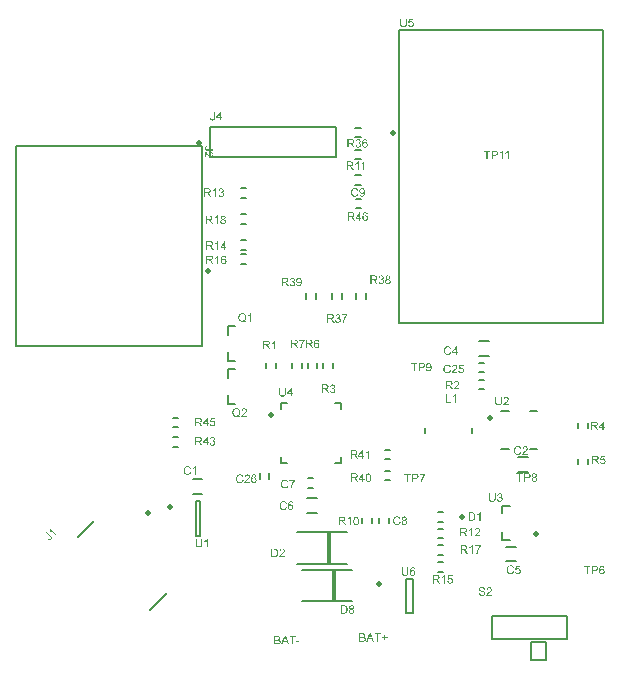
<source format=gto>
%FSLAX33Y33*%
%MOMM*%
%AMRect-W300000-H2665000-RO1.000*
21,1,0.3,2.665,0.,0.,180*%
%ADD10C,0.15*%
%ADD11C,0.5*%
%ADD12C,0.5*%
%ADD13C,0.5*%
%ADD14Rect-W300000-H2665000-RO1.000*%
%ADD15C,0.5*%
D10*
%LNtop silkscreen_traces*%
%LNtop silkscreen component 0f6bbc825d3b9acc*%
G01*
X45975Y19415D02*
X45975Y18986D01*
X46775Y19415D02*
X46775Y18986D01*
G36*
X47064Y18850D02*
X47064Y19566D01*
X47381Y19566D01*
X47426Y19565D01*
X47466Y19561D01*
X47499Y19555D01*
X47527Y19547D01*
X47551Y19535D01*
X47572Y19520D01*
X47590Y19501D01*
X47606Y19478D01*
X47619Y19453D01*
X47629Y19427D01*
X47634Y19399D01*
X47636Y19371D01*
X47633Y19334D01*
X47624Y19300D01*
X47608Y19270D01*
X47587Y19242D01*
X47559Y19218D01*
X47524Y19199D01*
X47483Y19185D01*
X47459Y19180D01*
X47444Y19257D01*
X47464Y19263D01*
X47481Y19271D01*
X47496Y19281D01*
X47509Y19293D01*
X47520Y19306D01*
X47528Y19321D01*
X47534Y19337D01*
X47537Y19353D01*
X47539Y19371D01*
X47536Y19395D01*
X47529Y19417D01*
X47518Y19437D01*
X47502Y19454D01*
X47481Y19468D01*
X47454Y19479D01*
X47422Y19485D01*
X47385Y19487D01*
X47159Y19487D01*
X47159Y19250D01*
X47159Y19250D01*
X47362Y19250D01*
X47393Y19251D01*
X47420Y19253D01*
X47444Y19257D01*
X47459Y19180D01*
X47435Y19176D01*
X47452Y19167D01*
X47468Y19158D01*
X47481Y19149D01*
X47492Y19140D01*
X47512Y19120D01*
X47532Y19097D01*
X47551Y19072D01*
X47570Y19045D01*
X47695Y18850D01*
X47576Y18850D01*
X47481Y18999D01*
X47461Y19029D01*
X47443Y19056D01*
X47427Y19079D01*
X47413Y19098D01*
X47400Y19113D01*
X47387Y19127D01*
X47375Y19137D01*
X47365Y19145D01*
X47354Y19152D01*
X47343Y19157D01*
X47332Y19161D01*
X47321Y19164D01*
X47312Y19166D01*
X47300Y19167D01*
X47286Y19168D01*
X47269Y19168D01*
X47159Y19168D01*
X47159Y18850D01*
X47064Y18850D01*
X47064Y18850D01*
X48031Y18850D02*
X48031Y19021D01*
X47720Y19021D01*
X47720Y19102D01*
X47975Y19464D01*
X48031Y19425D01*
X47807Y19102D01*
X48031Y19102D01*
X48031Y19102D01*
X48031Y19425D01*
X47975Y19464D01*
X48047Y19566D01*
X48119Y19566D01*
X48119Y19102D01*
X48215Y19102D01*
X48215Y19021D01*
X48119Y19021D01*
X48119Y18850D01*
X48031Y18850D01*
X48031Y18850D01*
G37*
%LNtop silkscreen component b5f7dfc42feccbac*%
X33025Y18635D02*
X33025Y19035D01*
X37025Y18635D02*
X37025Y19035D01*
G36*
X34748Y21175D02*
X34748Y21891D01*
X34843Y21891D01*
X34843Y21259D01*
X35196Y21259D01*
X35196Y21175D01*
X34748Y21175D01*
X34748Y21175D01*
X35604Y21175D02*
X35516Y21175D01*
X35516Y21735D01*
X35499Y21720D01*
X35479Y21705D01*
X35457Y21690D01*
X35433Y21675D01*
X35407Y21660D01*
X35384Y21648D01*
X35361Y21638D01*
X35340Y21629D01*
X35340Y21714D01*
X35376Y21732D01*
X35409Y21752D01*
X35440Y21774D01*
X35469Y21798D01*
X35495Y21823D01*
X35516Y21847D01*
X35534Y21870D01*
X35547Y21894D01*
X35604Y21894D01*
X35604Y21175D01*
X35604Y21175D01*
G37*
%LNtop silkscreen component 486ebf370a6266ad*%
X27115Y43625D02*
X27544Y43625D01*
X27115Y44425D02*
X27544Y44425D01*
G36*
X26439Y42775D02*
X26439Y43491D01*
X26756Y43491D01*
X26801Y43490D01*
X26841Y43486D01*
X26874Y43480D01*
X26902Y43472D01*
X26926Y43460D01*
X26947Y43445D01*
X26965Y43426D01*
X26981Y43403D01*
X26994Y43378D01*
X27004Y43352D01*
X27009Y43324D01*
X27011Y43296D01*
X27008Y43259D01*
X26999Y43225D01*
X26983Y43195D01*
X26962Y43167D01*
X26934Y43143D01*
X26899Y43124D01*
X26858Y43110D01*
X26834Y43105D01*
X26819Y43182D01*
X26839Y43188D01*
X26856Y43196D01*
X26871Y43206D01*
X26884Y43218D01*
X26895Y43231D01*
X26903Y43246D01*
X26909Y43262D01*
X26912Y43278D01*
X26914Y43296D01*
X26911Y43320D01*
X26904Y43342D01*
X26893Y43362D01*
X26877Y43379D01*
X26856Y43393D01*
X26829Y43404D01*
X26797Y43410D01*
X26760Y43412D01*
X26534Y43412D01*
X26534Y43175D01*
X26534Y43175D01*
X26737Y43175D01*
X26768Y43176D01*
X26795Y43178D01*
X26819Y43182D01*
X26834Y43105D01*
X26810Y43101D01*
X26827Y43092D01*
X26843Y43083D01*
X26856Y43074D01*
X26867Y43065D01*
X26887Y43045D01*
X26907Y43022D01*
X26926Y42997D01*
X26945Y42970D01*
X27070Y42775D01*
X26951Y42775D01*
X26856Y42924D01*
X26836Y42954D01*
X26818Y42981D01*
X26802Y43004D01*
X26788Y43023D01*
X26775Y43038D01*
X26762Y43052D01*
X26750Y43062D01*
X26740Y43070D01*
X26729Y43077D01*
X26718Y43082D01*
X26707Y43086D01*
X26696Y43089D01*
X26687Y43091D01*
X26675Y43092D01*
X26661Y43093D01*
X26644Y43093D01*
X26534Y43093D01*
X26534Y42775D01*
X26439Y42775D01*
X26439Y42775D01*
X27125Y42964D02*
X27212Y42976D01*
X27221Y42941D01*
X27233Y42911D01*
X27247Y42887D01*
X27264Y42868D01*
X27283Y42854D01*
X27304Y42843D01*
X27327Y42837D01*
X27353Y42835D01*
X27382Y42838D01*
X27410Y42846D01*
X27435Y42859D01*
X27457Y42878D01*
X27476Y42901D01*
X27489Y42926D01*
X27497Y42954D01*
X27500Y42984D01*
X27498Y43013D01*
X27490Y43040D01*
X27478Y43063D01*
X27460Y43084D01*
X27439Y43102D01*
X27416Y43114D01*
X27389Y43121D01*
X27360Y43124D01*
X27347Y43123D01*
X27332Y43121D01*
X27316Y43118D01*
X27298Y43114D01*
X27308Y43191D01*
X27312Y43191D01*
X27316Y43190D01*
X27319Y43190D01*
X27322Y43190D01*
X27349Y43192D01*
X27375Y43197D01*
X27400Y43207D01*
X27423Y43219D01*
X27443Y43236D01*
X27457Y43257D01*
X27465Y43281D01*
X27468Y43310D01*
X27466Y43333D01*
X27460Y43354D01*
X27449Y43373D01*
X27435Y43390D01*
X27418Y43404D01*
X27398Y43414D01*
X27375Y43419D01*
X27351Y43421D01*
X27326Y43419D01*
X27304Y43413D01*
X27283Y43403D01*
X27265Y43389D01*
X27250Y43371D01*
X27237Y43349D01*
X27228Y43323D01*
X27221Y43293D01*
X27133Y43308D01*
X27144Y43350D01*
X27160Y43387D01*
X27181Y43418D01*
X27207Y43445D01*
X27237Y43466D01*
X27271Y43482D01*
X27308Y43491D01*
X27349Y43494D01*
X27377Y43492D01*
X27405Y43487D01*
X27431Y43480D01*
X27457Y43469D01*
X27480Y43455D01*
X27500Y43439D01*
X27517Y43421D01*
X27532Y43400D01*
X27543Y43378D01*
X27552Y43355D01*
X27556Y43332D01*
X27558Y43308D01*
X27557Y43285D01*
X27552Y43263D01*
X27544Y43243D01*
X27533Y43223D01*
X27519Y43205D01*
X27502Y43189D01*
X27482Y43175D01*
X27459Y43163D01*
X27489Y43153D01*
X27516Y43140D01*
X27539Y43123D01*
X27558Y43102D01*
X27573Y43077D01*
X27584Y43050D01*
X27591Y43020D01*
X27593Y42986D01*
X27589Y42941D01*
X27576Y42900D01*
X27555Y42862D01*
X27525Y42827D01*
X27488Y42799D01*
X27448Y42779D01*
X27402Y42766D01*
X27352Y42762D01*
X27307Y42766D01*
X27266Y42776D01*
X27229Y42794D01*
X27196Y42818D01*
X27168Y42849D01*
X27147Y42883D01*
X27132Y42921D01*
X27125Y42964D01*
X27125Y42964D01*
X28136Y43316D02*
X28049Y43309D01*
X28042Y43333D01*
X28035Y43353D01*
X28026Y43370D01*
X28016Y43384D01*
X27997Y43400D01*
X27976Y43412D01*
X27953Y43419D01*
X27928Y43421D01*
X27907Y43420D01*
X27888Y43416D01*
X27871Y43408D01*
X27854Y43398D01*
X27834Y43381D01*
X27817Y43361D01*
X27802Y43337D01*
X27789Y43310D01*
X27778Y43278D01*
X27770Y43239D01*
X27766Y43195D01*
X27764Y43144D01*
X27810Y43108D01*
X27801Y43096D01*
X27788Y43070D01*
X27780Y43040D01*
X27777Y43007D01*
X27777Y43007D01*
X27779Y42984D01*
X27782Y42962D01*
X27788Y42941D01*
X27797Y42920D01*
X27807Y42901D01*
X27820Y42883D01*
X27834Y42869D01*
X27851Y42857D01*
X27868Y42847D01*
X27886Y42840D01*
X27905Y42836D01*
X27923Y42835D01*
X27950Y42838D01*
X27975Y42846D01*
X27998Y42860D01*
X28019Y42880D01*
X28037Y42904D01*
X28049Y42933D01*
X28057Y42965D01*
X28059Y43002D01*
X28057Y43037D01*
X28049Y43068D01*
X28037Y43096D01*
X28020Y43119D01*
X27998Y43138D01*
X27975Y43151D01*
X27949Y43159D01*
X27920Y43162D01*
X27891Y43159D01*
X27865Y43151D01*
X27841Y43138D01*
X27819Y43119D01*
X27810Y43108D01*
X27764Y43144D01*
X27780Y43167D01*
X27799Y43186D01*
X27819Y43203D01*
X27841Y43216D01*
X27865Y43226D01*
X27888Y43233D01*
X27913Y43238D01*
X27938Y43239D01*
X27980Y43235D01*
X28019Y43223D01*
X28055Y43203D01*
X28087Y43175D01*
X28114Y43140D01*
X28134Y43100D01*
X28145Y43056D01*
X28149Y43007D01*
X28147Y42974D01*
X28142Y42942D01*
X28133Y42912D01*
X28120Y42882D01*
X28104Y42855D01*
X28085Y42831D01*
X28064Y42811D01*
X28040Y42794D01*
X28014Y42780D01*
X27986Y42770D01*
X27956Y42765D01*
X27925Y42763D01*
X27872Y42768D01*
X27825Y42783D01*
X27783Y42808D01*
X27746Y42844D01*
X27715Y42891D01*
X27694Y42951D01*
X27681Y43024D01*
X27676Y43110D01*
X27681Y43207D01*
X27695Y43289D01*
X27719Y43358D01*
X27753Y43412D01*
X27789Y43448D01*
X27831Y43473D01*
X27879Y43489D01*
X27933Y43494D01*
X27973Y43491D01*
X28010Y43482D01*
X28043Y43467D01*
X28072Y43446D01*
X28096Y43420D01*
X28115Y43390D01*
X28128Y43355D01*
X28136Y43316D01*
X28136Y43316D01*
G37*
%LNtop silkscreen component d38d5b245d314990*%
X17829Y34910D02*
X17400Y34910D01*
X17829Y34110D02*
X17400Y34110D01*
G36*
X14489Y34125D02*
X14489Y34841D01*
X14806Y34841D01*
X14851Y34840D01*
X14891Y34836D01*
X14924Y34830D01*
X14952Y34822D01*
X14976Y34810D01*
X14997Y34795D01*
X15015Y34776D01*
X15031Y34753D01*
X15044Y34728D01*
X15054Y34702D01*
X15059Y34674D01*
X15061Y34646D01*
X15058Y34609D01*
X15049Y34575D01*
X15033Y34545D01*
X15012Y34517D01*
X14984Y34493D01*
X14949Y34474D01*
X14908Y34460D01*
X14884Y34455D01*
X14869Y34532D01*
X14889Y34538D01*
X14906Y34546D01*
X14921Y34556D01*
X14934Y34568D01*
X14945Y34581D01*
X14953Y34596D01*
X14959Y34612D01*
X14962Y34628D01*
X14964Y34646D01*
X14961Y34670D01*
X14954Y34692D01*
X14943Y34712D01*
X14927Y34729D01*
X14906Y34743D01*
X14879Y34754D01*
X14847Y34760D01*
X14810Y34762D01*
X14584Y34762D01*
X14584Y34525D01*
X14584Y34525D01*
X14787Y34525D01*
X14818Y34526D01*
X14845Y34528D01*
X14869Y34532D01*
X14884Y34455D01*
X14860Y34451D01*
X14877Y34442D01*
X14893Y34433D01*
X14906Y34424D01*
X14917Y34415D01*
X14937Y34395D01*
X14957Y34372D01*
X14976Y34347D01*
X14995Y34320D01*
X15120Y34125D01*
X15001Y34125D01*
X14906Y34274D01*
X14886Y34304D01*
X14868Y34331D01*
X14852Y34354D01*
X14838Y34373D01*
X14825Y34388D01*
X14812Y34402D01*
X14800Y34412D01*
X14790Y34420D01*
X14779Y34427D01*
X14768Y34432D01*
X14757Y34436D01*
X14746Y34439D01*
X14737Y34441D01*
X14725Y34442D01*
X14711Y34443D01*
X14694Y34443D01*
X14584Y34443D01*
X14584Y34125D01*
X14489Y34125D01*
X14489Y34125D01*
X15505Y34125D02*
X15417Y34125D01*
X15417Y34685D01*
X15400Y34670D01*
X15381Y34655D01*
X15358Y34640D01*
X15334Y34625D01*
X15309Y34610D01*
X15285Y34598D01*
X15263Y34588D01*
X15241Y34579D01*
X15241Y34664D01*
X15277Y34682D01*
X15311Y34702D01*
X15342Y34724D01*
X15370Y34748D01*
X15396Y34773D01*
X15417Y34797D01*
X15435Y34820D01*
X15448Y34844D01*
X15505Y34844D01*
X15505Y34125D01*
X15505Y34125D01*
X16012Y34125D02*
X16012Y34296D01*
X15701Y34296D01*
X15701Y34377D01*
X15956Y34739D01*
X16012Y34700D01*
X15788Y34377D01*
X16012Y34377D01*
X16012Y34377D01*
X16012Y34700D01*
X15956Y34739D01*
X16028Y34841D01*
X16100Y34841D01*
X16100Y34377D01*
X16197Y34377D01*
X16197Y34296D01*
X16100Y34296D01*
X16100Y34125D01*
X16012Y34125D01*
X16012Y34125D01*
G37*
%LNtop silkscreen component f6f6c710f3d5fc34*%
X23050Y11850D02*
X23879Y11850D01*
X23050Y13100D02*
X23879Y13100D01*
G36*
X21223Y12351D02*
X21318Y12327D01*
X21300Y12272D01*
X21276Y12224D01*
X21247Y12183D01*
X21211Y12149D01*
X21170Y12122D01*
X21125Y12103D01*
X21075Y12092D01*
X21022Y12088D01*
X20966Y12091D01*
X20917Y12100D01*
X20872Y12114D01*
X20833Y12135D01*
X20799Y12161D01*
X20770Y12193D01*
X20744Y12229D01*
X20723Y12271D01*
X20706Y12317D01*
X20695Y12364D01*
X20688Y12413D01*
X20685Y12463D01*
X20688Y12517D01*
X20696Y12568D01*
X20709Y12615D01*
X20728Y12658D01*
X20752Y12697D01*
X20780Y12732D01*
X20812Y12761D01*
X20849Y12785D01*
X20890Y12804D01*
X20932Y12817D01*
X20977Y12825D01*
X21023Y12828D01*
X21075Y12825D01*
X21122Y12814D01*
X21165Y12797D01*
X21204Y12773D01*
X21238Y12743D01*
X21266Y12708D01*
X21289Y12666D01*
X21306Y12620D01*
X21213Y12598D01*
X21199Y12634D01*
X21182Y12665D01*
X21163Y12691D01*
X21140Y12711D01*
X21115Y12727D01*
X21087Y12738D01*
X21055Y12745D01*
X21021Y12747D01*
X20982Y12745D01*
X20945Y12737D01*
X20913Y12725D01*
X20883Y12707D01*
X20858Y12686D01*
X20836Y12661D01*
X20819Y12633D01*
X20805Y12601D01*
X20795Y12568D01*
X20788Y12534D01*
X20784Y12499D01*
X20783Y12464D01*
X20784Y12420D01*
X20789Y12378D01*
X20798Y12340D01*
X20809Y12304D01*
X20825Y12272D01*
X20843Y12245D01*
X20866Y12222D01*
X20892Y12203D01*
X20921Y12188D01*
X20951Y12177D01*
X20982Y12171D01*
X21014Y12169D01*
X21052Y12172D01*
X21087Y12180D01*
X21119Y12195D01*
X21149Y12215D01*
X21174Y12240D01*
X21195Y12272D01*
X21211Y12309D01*
X21223Y12351D01*
X21223Y12351D01*
X21855Y12641D02*
X21768Y12634D01*
X21761Y12658D01*
X21754Y12678D01*
X21745Y12695D01*
X21734Y12709D01*
X21716Y12725D01*
X21695Y12737D01*
X21672Y12744D01*
X21647Y12746D01*
X21626Y12745D01*
X21607Y12741D01*
X21589Y12733D01*
X21573Y12723D01*
X21553Y12706D01*
X21536Y12686D01*
X21520Y12662D01*
X21507Y12635D01*
X21497Y12603D01*
X21489Y12564D01*
X21484Y12520D01*
X21483Y12469D01*
X21529Y12433D01*
X21520Y12421D01*
X21507Y12395D01*
X21499Y12365D01*
X21496Y12332D01*
X21496Y12332D01*
X21497Y12309D01*
X21501Y12287D01*
X21507Y12266D01*
X21515Y12245D01*
X21526Y12226D01*
X21539Y12208D01*
X21553Y12194D01*
X21569Y12182D01*
X21587Y12172D01*
X21605Y12165D01*
X21623Y12161D01*
X21642Y12160D01*
X21669Y12163D01*
X21694Y12171D01*
X21717Y12185D01*
X21738Y12205D01*
X21755Y12229D01*
X21768Y12258D01*
X21775Y12290D01*
X21778Y12327D01*
X21775Y12362D01*
X21768Y12393D01*
X21756Y12421D01*
X21738Y12444D01*
X21717Y12463D01*
X21694Y12476D01*
X21668Y12484D01*
X21639Y12487D01*
X21610Y12484D01*
X21584Y12476D01*
X21560Y12463D01*
X21538Y12444D01*
X21529Y12433D01*
X21483Y12469D01*
X21499Y12492D01*
X21518Y12511D01*
X21538Y12528D01*
X21560Y12541D01*
X21583Y12551D01*
X21607Y12558D01*
X21631Y12563D01*
X21656Y12564D01*
X21699Y12560D01*
X21738Y12548D01*
X21773Y12528D01*
X21806Y12500D01*
X21833Y12465D01*
X21852Y12425D01*
X21864Y12381D01*
X21868Y12332D01*
X21866Y12299D01*
X21861Y12267D01*
X21851Y12237D01*
X21839Y12207D01*
X21823Y12180D01*
X21804Y12156D01*
X21783Y12136D01*
X21759Y12119D01*
X21733Y12105D01*
X21705Y12095D01*
X21675Y12090D01*
X21644Y12088D01*
X21591Y12093D01*
X21544Y12108D01*
X21502Y12133D01*
X21464Y12169D01*
X21434Y12216D01*
X21412Y12276D01*
X21399Y12349D01*
X21395Y12435D01*
X21400Y12532D01*
X21414Y12614D01*
X21438Y12683D01*
X21472Y12737D01*
X21508Y12773D01*
X21550Y12798D01*
X21598Y12814D01*
X21652Y12819D01*
X21692Y12816D01*
X21729Y12807D01*
X21762Y12792D01*
X21790Y12771D01*
X21815Y12745D01*
X21834Y12715D01*
X21847Y12680D01*
X21855Y12641D01*
X21855Y12641D01*
G37*
%LNtop silkscreen component cb9ffe53114e7353*%
X16950Y27620D02*
X16300Y27620D01*
X16300Y26890*
X16950Y24700D02*
X16300Y24700D01*
X16300Y25430*
G36*
X17768Y28112D02*
X17800Y28090D01*
X17831Y28072D01*
X17861Y28057D01*
X17889Y28045D01*
X17861Y27979D01*
X17823Y27995D01*
X17784Y28015D01*
X17746Y28039D01*
X17707Y28067D01*
X17667Y28048D01*
X17624Y28034D01*
X17579Y28026D01*
X17564Y28025D01*
X17559Y28105D01*
X17583Y28109D01*
X17607Y28115D01*
X17630Y28123D01*
X17607Y28136D01*
X17584Y28148D01*
X17560Y28157D01*
X17536Y28164D01*
X17559Y28233D01*
X17559Y28233D01*
X17598Y28220D01*
X17634Y28204D01*
X17666Y28186D01*
X17694Y28164D01*
X17731Y28207D01*
X17757Y28260D01*
X17773Y28322D01*
X17778Y28393D01*
X17776Y28435D01*
X17770Y28475D01*
X17761Y28511D01*
X17748Y28545D01*
X17732Y28576D01*
X17712Y28603D01*
X17689Y28626D01*
X17662Y28646D01*
X17633Y28662D01*
X17601Y28673D01*
X17569Y28680D01*
X17534Y28682D01*
X17483Y28677D01*
X17437Y28664D01*
X17396Y28641D01*
X17358Y28609D01*
X17328Y28569D01*
X17306Y28519D01*
X17293Y28460D01*
X17289Y28393D01*
X17293Y28327D01*
X17306Y28269D01*
X17327Y28220D01*
X17358Y28179D01*
X17395Y28146D01*
X17436Y28123D01*
X17483Y28109D01*
X17534Y28104D01*
X17559Y28105D01*
X17564Y28025D01*
X17532Y28023D01*
X17484Y28026D01*
X17439Y28035D01*
X17396Y28049D01*
X17355Y28070D01*
X17318Y28095D01*
X17285Y28126D01*
X17257Y28161D01*
X17234Y28202D01*
X17215Y28245D01*
X17202Y28292D01*
X17194Y28341D01*
X17191Y28393D01*
X17194Y28445D01*
X17202Y28494D01*
X17215Y28541D01*
X17234Y28586D01*
X17258Y28627D01*
X17286Y28662D01*
X17319Y28693D01*
X17356Y28718D01*
X17397Y28738D01*
X17440Y28752D01*
X17486Y28761D01*
X17534Y28764D01*
X17582Y28761D01*
X17628Y28752D01*
X17671Y28737D01*
X17712Y28716D01*
X17750Y28690D01*
X17783Y28660D01*
X17810Y28625D01*
X17834Y28585D01*
X17852Y28541D01*
X17865Y28494D01*
X17873Y28445D01*
X17875Y28393D01*
X17874Y28350D01*
X17869Y28309D01*
X17860Y28271D01*
X17849Y28234D01*
X17833Y28200D01*
X17815Y28168D01*
X17793Y28139D01*
X17768Y28112D01*
X17768Y28112D01*
X18298Y28035D02*
X18210Y28035D01*
X18210Y28595D01*
X18193Y28580D01*
X18174Y28565D01*
X18152Y28550D01*
X18127Y28535D01*
X18102Y28520D01*
X18078Y28508D01*
X18056Y28498D01*
X18035Y28489D01*
X18035Y28574D01*
X18070Y28592D01*
X18104Y28612D01*
X18135Y28634D01*
X18164Y28658D01*
X18189Y28683D01*
X18211Y28707D01*
X18228Y28730D01*
X18242Y28754D01*
X18298Y28754D01*
X18298Y28035D01*
X18298Y28035D01*
G37*
%LNtop silkscreen component 67c3e5d30430499a*%
X21760Y24540D02*
X21760Y24110D01*
X22560Y24540D02*
X22560Y24110D01*
G36*
X21664Y25800D02*
X21664Y26516D01*
X21981Y26516D01*
X22026Y26515D01*
X22066Y26511D01*
X22099Y26505D01*
X22127Y26497D01*
X22151Y26485D01*
X22172Y26470D01*
X22190Y26451D01*
X22206Y26428D01*
X22219Y26403D01*
X22229Y26377D01*
X22234Y26349D01*
X22236Y26321D01*
X22233Y26284D01*
X22224Y26250D01*
X22208Y26220D01*
X22187Y26192D01*
X22159Y26168D01*
X22124Y26149D01*
X22083Y26135D01*
X22059Y26130D01*
X22044Y26207D01*
X22064Y26213D01*
X22081Y26221D01*
X22096Y26231D01*
X22109Y26243D01*
X22120Y26256D01*
X22128Y26271D01*
X22134Y26287D01*
X22137Y26303D01*
X22139Y26321D01*
X22136Y26345D01*
X22129Y26367D01*
X22118Y26387D01*
X22102Y26404D01*
X22081Y26418D01*
X22054Y26429D01*
X22022Y26435D01*
X21985Y26437D01*
X21759Y26437D01*
X21759Y26200D01*
X21759Y26200D01*
X21962Y26200D01*
X21993Y26201D01*
X22020Y26203D01*
X22044Y26207D01*
X22059Y26130D01*
X22035Y26126D01*
X22052Y26117D01*
X22068Y26108D01*
X22081Y26099D01*
X22092Y26090D01*
X22112Y26070D01*
X22132Y26047D01*
X22151Y26022D01*
X22170Y25995D01*
X22295Y25800D01*
X22176Y25800D01*
X22081Y25949D01*
X22061Y25979D01*
X22043Y26006D01*
X22027Y26029D01*
X22013Y26048D01*
X22000Y26063D01*
X21987Y26077D01*
X21975Y26087D01*
X21965Y26095D01*
X21954Y26102D01*
X21943Y26107D01*
X21932Y26111D01*
X21921Y26114D01*
X21912Y26116D01*
X21900Y26117D01*
X21886Y26118D01*
X21869Y26118D01*
X21759Y26118D01*
X21759Y25800D01*
X21664Y25800D01*
X21664Y25800D01*
X22355Y26422D02*
X22355Y26507D01*
X22818Y26507D01*
X22818Y26438D01*
X22784Y26399D01*
X22750Y26353D01*
X22716Y26302D01*
X22683Y26245D01*
X22651Y26184D01*
X22623Y26123D01*
X22599Y26060D01*
X22579Y25997D01*
X22567Y25951D01*
X22557Y25903D01*
X22550Y25852D01*
X22545Y25800D01*
X22455Y25800D01*
X22458Y25844D01*
X22464Y25893D01*
X22474Y25946D01*
X22488Y26004D01*
X22506Y26063D01*
X22527Y26122D01*
X22551Y26179D01*
X22579Y26235D01*
X22609Y26288D01*
X22640Y26337D01*
X22673Y26382D01*
X22705Y26422D01*
X22355Y26422D01*
X22355Y26422D01*
G37*
%LNtop silkscreen component 076615648775bf88*%
X40896Y15300D02*
X41725Y15300D01*
X40896Y16550D02*
X41725Y16550D01*
G36*
X41073Y17026D02*
X41168Y17002D01*
X41150Y16947D01*
X41126Y16899D01*
X41097Y16858D01*
X41061Y16824D01*
X41020Y16797D01*
X40975Y16778D01*
X40925Y16767D01*
X40872Y16763D01*
X40816Y16766D01*
X40767Y16775D01*
X40722Y16789D01*
X40683Y16810D01*
X40649Y16836D01*
X40620Y16868D01*
X40594Y16904D01*
X40573Y16946D01*
X40556Y16992D01*
X40545Y17039D01*
X40538Y17088D01*
X40535Y17138D01*
X40538Y17192D01*
X40546Y17243D01*
X40559Y17290D01*
X40578Y17333D01*
X40602Y17372D01*
X40630Y17407D01*
X40662Y17436D01*
X40699Y17460D01*
X40740Y17479D01*
X40782Y17492D01*
X40827Y17500D01*
X40873Y17503D01*
X40925Y17500D01*
X40972Y17489D01*
X41015Y17472D01*
X41054Y17448D01*
X41088Y17418D01*
X41116Y17383D01*
X41139Y17341D01*
X41156Y17295D01*
X41063Y17273D01*
X41049Y17309D01*
X41032Y17340D01*
X41013Y17366D01*
X40990Y17386D01*
X40965Y17402D01*
X40937Y17413D01*
X40905Y17420D01*
X40871Y17422D01*
X40832Y17420D01*
X40795Y17412D01*
X40763Y17400D01*
X40733Y17382D01*
X40708Y17361D01*
X40686Y17336D01*
X40669Y17308D01*
X40655Y17276D01*
X40645Y17243D01*
X40638Y17209D01*
X40634Y17174D01*
X40633Y17139D01*
X40634Y17095D01*
X40639Y17053D01*
X40648Y17015D01*
X40659Y16979D01*
X40675Y16947D01*
X40693Y16920D01*
X40716Y16897D01*
X40742Y16878D01*
X40771Y16863D01*
X40801Y16852D01*
X40832Y16846D01*
X40864Y16844D01*
X40902Y16847D01*
X40937Y16855D01*
X40969Y16870D01*
X40999Y16890D01*
X41024Y16915D01*
X41045Y16947D01*
X41061Y16984D01*
X41073Y17026D01*
X41073Y17026D01*
X41711Y16859D02*
X41711Y16775D01*
X41238Y16775D01*
X41238Y16791D01*
X41240Y16806D01*
X41243Y16821D01*
X41248Y16836D01*
X41258Y16860D01*
X41272Y16884D01*
X41287Y16908D01*
X41306Y16931D01*
X41328Y16956D01*
X41355Y16982D01*
X41386Y17010D01*
X41421Y17040D01*
X41475Y17085D01*
X41519Y17125D01*
X41553Y17161D01*
X41579Y17191D01*
X41597Y17219D01*
X41609Y17246D01*
X41617Y17272D01*
X41620Y17297D01*
X41617Y17322D01*
X41610Y17345D01*
X41599Y17366D01*
X41582Y17385D01*
X41562Y17401D01*
X41539Y17412D01*
X41513Y17419D01*
X41485Y17421D01*
X41455Y17419D01*
X41428Y17411D01*
X41404Y17400D01*
X41383Y17383D01*
X41367Y17362D01*
X41355Y17337D01*
X41347Y17309D01*
X41345Y17277D01*
X41254Y17287D01*
X41262Y17334D01*
X41276Y17376D01*
X41297Y17411D01*
X41324Y17441D01*
X41357Y17464D01*
X41395Y17481D01*
X41438Y17490D01*
X41487Y17494D01*
X41536Y17490D01*
X41579Y17479D01*
X41617Y17462D01*
X41650Y17437D01*
X41676Y17406D01*
X41695Y17373D01*
X41706Y17336D01*
X41710Y17295D01*
X41709Y17274D01*
X41706Y17252D01*
X41700Y17231D01*
X41692Y17211D01*
X41682Y17190D01*
X41669Y17168D01*
X41653Y17146D01*
X41634Y17123D01*
X41610Y17098D01*
X41580Y17069D01*
X41543Y17035D01*
X41499Y16997D01*
X41463Y16967D01*
X41434Y16941D01*
X41412Y16922D01*
X41397Y16907D01*
X41386Y16895D01*
X41376Y16883D01*
X41368Y16871D01*
X41360Y16859D01*
X41711Y16859D01*
X41711Y16859D01*
G37*
%LNtop silkscreen component cca6af50c4a98013*%
X34110Y6859D02*
X34540Y6859D01*
X34110Y7659D02*
X34540Y7659D01*
G36*
X33664Y5855D02*
X33664Y6570D01*
X33981Y6570D01*
X34026Y6569D01*
X34066Y6566D01*
X34099Y6560D01*
X34127Y6551D01*
X34151Y6540D01*
X34172Y6525D01*
X34190Y6506D01*
X34206Y6483D01*
X34219Y6458D01*
X34229Y6432D01*
X34234Y6404D01*
X34236Y6375D01*
X34233Y6339D01*
X34224Y6305D01*
X34208Y6274D01*
X34187Y6247D01*
X34159Y6223D01*
X34124Y6204D01*
X34083Y6190D01*
X34059Y6185D01*
X34044Y6262D01*
X34064Y6268D01*
X34081Y6276D01*
X34096Y6285D01*
X34109Y6297D01*
X34120Y6311D01*
X34128Y6326D01*
X34134Y6342D01*
X34137Y6358D01*
X34139Y6375D01*
X34136Y6399D01*
X34129Y6421D01*
X34118Y6441D01*
X34102Y6459D01*
X34081Y6473D01*
X34054Y6483D01*
X34022Y6489D01*
X33985Y6491D01*
X33759Y6491D01*
X33759Y6255D01*
X33759Y6255D01*
X33962Y6255D01*
X33993Y6255D01*
X34020Y6258D01*
X34044Y6262D01*
X34059Y6185D01*
X34035Y6180D01*
X34052Y6171D01*
X34068Y6162D01*
X34081Y6154D01*
X34092Y6145D01*
X34112Y6124D01*
X34132Y6102D01*
X34151Y6077D01*
X34170Y6049D01*
X34295Y5855D01*
X34176Y5855D01*
X34081Y6004D01*
X34061Y6034D01*
X34043Y6060D01*
X34027Y6083D01*
X34013Y6102D01*
X34000Y6118D01*
X33987Y6131D01*
X33975Y6142D01*
X33965Y6150D01*
X33954Y6156D01*
X33943Y6162D01*
X33932Y6166D01*
X33921Y6169D01*
X33912Y6171D01*
X33900Y6172D01*
X33886Y6172D01*
X33869Y6173D01*
X33759Y6173D01*
X33759Y5855D01*
X33664Y5855D01*
X33664Y5855D01*
X34680Y5855D02*
X34592Y5855D01*
X34592Y6415D01*
X34575Y6400D01*
X34556Y6384D01*
X34533Y6369D01*
X34509Y6354D01*
X34484Y6340D01*
X34460Y6328D01*
X34438Y6317D01*
X34416Y6309D01*
X34416Y6394D01*
X34452Y6412D01*
X34486Y6432D01*
X34517Y6454D01*
X34545Y6478D01*
X34571Y6502D01*
X34592Y6526D01*
X34610Y6550D01*
X34623Y6573D01*
X34680Y6573D01*
X34680Y5855D01*
X34680Y5855D01*
X34905Y6042D02*
X34997Y6050D01*
X35004Y6018D01*
X35015Y5991D01*
X35028Y5968D01*
X35045Y5949D01*
X35065Y5934D01*
X35086Y5923D01*
X35110Y5917D01*
X35135Y5915D01*
X35166Y5918D01*
X35194Y5927D01*
X35219Y5942D01*
X35243Y5963D01*
X35262Y5988D01*
X35276Y6018D01*
X35284Y6052D01*
X35287Y6090D01*
X35284Y6125D01*
X35276Y6157D01*
X35263Y6184D01*
X35244Y6208D01*
X35222Y6227D01*
X35196Y6241D01*
X35166Y6249D01*
X35134Y6252D01*
X35113Y6250D01*
X35093Y6247D01*
X35075Y6241D01*
X35057Y6232D01*
X35041Y6222D01*
X35027Y6210D01*
X35014Y6197D01*
X35003Y6182D01*
X34921Y6193D01*
X34990Y6561D01*
X35346Y6561D01*
X35346Y6477D01*
X35060Y6477D01*
X35022Y6284D01*
X35055Y6304D01*
X35088Y6318D01*
X35122Y6326D01*
X35157Y6329D01*
X35202Y6325D01*
X35244Y6313D01*
X35281Y6293D01*
X35315Y6264D01*
X35344Y6230D01*
X35364Y6190D01*
X35376Y6146D01*
X35380Y6097D01*
X35376Y6050D01*
X35366Y6007D01*
X35348Y5966D01*
X35323Y5929D01*
X35286Y5891D01*
X35242Y5864D01*
X35192Y5848D01*
X35135Y5842D01*
X35089Y5846D01*
X35046Y5856D01*
X35009Y5873D01*
X34976Y5897D01*
X34948Y5927D01*
X34927Y5961D01*
X34913Y5999D01*
X34905Y6042D01*
X34905Y6042D01*
G37*
%LNtop silkscreen component 715ed7d0b1d3afca*%
X16950Y23985D02*
X16300Y23985D01*
X16300Y23255*
X16950Y21065D02*
X16300Y21065D01*
X16300Y21795*
G36*
X17268Y20062D02*
X17300Y20040D01*
X17331Y20022D01*
X17361Y20007D01*
X17389Y19995D01*
X17361Y19929D01*
X17323Y19945D01*
X17284Y19965D01*
X17246Y19989D01*
X17207Y20017D01*
X17167Y19998D01*
X17124Y19984D01*
X17079Y19976D01*
X17064Y19975D01*
X17059Y20055D01*
X17083Y20059D01*
X17107Y20065D01*
X17130Y20073D01*
X17107Y20086D01*
X17084Y20098D01*
X17060Y20107D01*
X17036Y20114D01*
X17059Y20183D01*
X17059Y20183D01*
X17098Y20170D01*
X17134Y20154D01*
X17166Y20136D01*
X17194Y20114D01*
X17231Y20157D01*
X17257Y20210D01*
X17273Y20272D01*
X17278Y20343D01*
X17276Y20385D01*
X17270Y20425D01*
X17261Y20461D01*
X17248Y20495D01*
X17232Y20526D01*
X17212Y20553D01*
X17189Y20576D01*
X17162Y20596D01*
X17133Y20612D01*
X17101Y20623D01*
X17069Y20630D01*
X17034Y20632D01*
X16983Y20627D01*
X16937Y20614D01*
X16896Y20591D01*
X16858Y20559D01*
X16828Y20519D01*
X16806Y20469D01*
X16793Y20410D01*
X16789Y20343D01*
X16793Y20277D01*
X16806Y20219D01*
X16827Y20170D01*
X16858Y20129D01*
X16895Y20096D01*
X16936Y20073D01*
X16983Y20059D01*
X17034Y20054D01*
X17059Y20055D01*
X17064Y19975D01*
X17032Y19973D01*
X16984Y19976D01*
X16939Y19985D01*
X16896Y19999D01*
X16855Y20020D01*
X16818Y20045D01*
X16785Y20076D01*
X16757Y20111D01*
X16734Y20152D01*
X16715Y20195D01*
X16702Y20242D01*
X16694Y20291D01*
X16691Y20343D01*
X16694Y20395D01*
X16702Y20444D01*
X16715Y20491D01*
X16734Y20536D01*
X16758Y20577D01*
X16786Y20612D01*
X16819Y20643D01*
X16856Y20668D01*
X16897Y20688D01*
X16940Y20702D01*
X16986Y20711D01*
X17034Y20714D01*
X17082Y20711D01*
X17128Y20702D01*
X17171Y20687D01*
X17212Y20666D01*
X17250Y20640D01*
X17283Y20610D01*
X17310Y20575D01*
X17334Y20535D01*
X17352Y20491D01*
X17365Y20444D01*
X17373Y20395D01*
X17375Y20343D01*
X17374Y20300D01*
X17369Y20259D01*
X17360Y20221D01*
X17349Y20184D01*
X17333Y20150D01*
X17315Y20118D01*
X17293Y20089D01*
X17268Y20062D01*
X17268Y20062D01*
X17929Y20069D02*
X17929Y19985D01*
X17456Y19985D01*
X17456Y20001D01*
X17458Y20016D01*
X17461Y20031D01*
X17466Y20046D01*
X17477Y20070D01*
X17490Y20094D01*
X17506Y20118D01*
X17524Y20141D01*
X17546Y20166D01*
X17573Y20192D01*
X17604Y20220D01*
X17639Y20250D01*
X17693Y20295D01*
X17737Y20335D01*
X17772Y20371D01*
X17797Y20401D01*
X17815Y20429D01*
X17828Y20456D01*
X17835Y20482D01*
X17838Y20507D01*
X17836Y20532D01*
X17829Y20555D01*
X17817Y20576D01*
X17801Y20595D01*
X17780Y20611D01*
X17758Y20622D01*
X17732Y20629D01*
X17703Y20631D01*
X17673Y20629D01*
X17646Y20621D01*
X17622Y20610D01*
X17602Y20593D01*
X17585Y20572D01*
X17573Y20547D01*
X17566Y20519D01*
X17563Y20487D01*
X17473Y20497D01*
X17480Y20544D01*
X17495Y20586D01*
X17515Y20621D01*
X17542Y20651D01*
X17575Y20674D01*
X17613Y20691D01*
X17657Y20700D01*
X17705Y20704D01*
X17754Y20700D01*
X17797Y20689D01*
X17835Y20672D01*
X17868Y20647D01*
X17894Y20616D01*
X17913Y20583D01*
X17924Y20546D01*
X17928Y20505D01*
X17927Y20484D01*
X17924Y20462D01*
X17918Y20441D01*
X17911Y20421D01*
X17900Y20400D01*
X17887Y20378D01*
X17871Y20356D01*
X17852Y20333D01*
X17829Y20308D01*
X17798Y20279D01*
X17761Y20245D01*
X17717Y20207D01*
X17681Y20177D01*
X17652Y20151D01*
X17630Y20132D01*
X17615Y20117D01*
X17604Y20105D01*
X17595Y20093D01*
X17586Y20081D01*
X17578Y20069D01*
X17929Y20069D01*
X17929Y20069D01*
G37*
%LNtop silkscreen component ac8baea792a2aaac*%
X14795Y42005D02*
X14795Y44545D01*
X25455Y44545*
X25455Y42005*
X14795Y42005*
D11*
X13895Y43175D03*
G36*
X14824Y45273D02*
X14909Y45285D01*
X14912Y45247D01*
X14919Y45216D01*
X14928Y45191D01*
X14940Y45173D01*
X14955Y45159D01*
X14973Y45150D01*
X14993Y45144D01*
X15016Y45142D01*
X15033Y45143D01*
X15049Y45146D01*
X15064Y45151D01*
X15077Y45159D01*
X15089Y45168D01*
X15099Y45178D01*
X15107Y45190D01*
X15113Y45203D01*
X15117Y45219D01*
X15120Y45239D01*
X15122Y45264D01*
X15123Y45293D01*
X15123Y45786D01*
X15217Y45786D01*
X15217Y45298D01*
X15216Y45256D01*
X15212Y45218D01*
X15205Y45186D01*
X15196Y45159D01*
X15183Y45136D01*
X15168Y45115D01*
X15149Y45098D01*
X15127Y45084D01*
X15102Y45072D01*
X15076Y45064D01*
X15047Y45059D01*
X15016Y45058D01*
X14972Y45061D01*
X14933Y45071D01*
X14900Y45088D01*
X14872Y45112D01*
X14850Y45142D01*
X14835Y45179D01*
X14826Y45223D01*
X14824Y45273D01*
X14824Y45273D01*
X15618Y45070D02*
X15618Y45241D01*
X15308Y45241D01*
X15308Y45322D01*
X15563Y45684D01*
X15618Y45645D01*
X15394Y45322D01*
X15618Y45322D01*
X15618Y45322D01*
X15618Y45645D01*
X15563Y45684D01*
X15634Y45786D01*
X15706Y45786D01*
X15706Y45322D01*
X15803Y45322D01*
X15803Y45241D01*
X15706Y45241D01*
X15706Y45070D01*
X15618Y45070D01*
X15618Y45070D01*
G37*
%LNtop silkscreen component 9d8acad3d9d6a0d6*%
D10*
X23765Y29985D02*
X23765Y30415D01*
X22965Y29985D02*
X22965Y30415D01*
G36*
X20864Y31025D02*
X20864Y31741D01*
X21181Y31741D01*
X21226Y31740D01*
X21266Y31736D01*
X21299Y31730D01*
X21327Y31722D01*
X21351Y31710D01*
X21372Y31695D01*
X21390Y31676D01*
X21406Y31653D01*
X21419Y31628D01*
X21429Y31602D01*
X21434Y31574D01*
X21436Y31546D01*
X21433Y31509D01*
X21424Y31475D01*
X21408Y31445D01*
X21387Y31417D01*
X21359Y31393D01*
X21324Y31374D01*
X21283Y31360D01*
X21259Y31355D01*
X21244Y31432D01*
X21264Y31438D01*
X21281Y31446D01*
X21296Y31456D01*
X21309Y31468D01*
X21320Y31481D01*
X21328Y31496D01*
X21334Y31512D01*
X21337Y31528D01*
X21339Y31546D01*
X21336Y31570D01*
X21329Y31592D01*
X21318Y31612D01*
X21302Y31629D01*
X21281Y31643D01*
X21254Y31654D01*
X21222Y31660D01*
X21185Y31662D01*
X20959Y31662D01*
X20959Y31425D01*
X20959Y31425D01*
X21162Y31425D01*
X21193Y31426D01*
X21220Y31428D01*
X21244Y31432D01*
X21259Y31355D01*
X21235Y31351D01*
X21252Y31342D01*
X21268Y31333D01*
X21281Y31324D01*
X21292Y31315D01*
X21312Y31295D01*
X21332Y31272D01*
X21351Y31247D01*
X21370Y31220D01*
X21495Y31025D01*
X21376Y31025D01*
X21281Y31174D01*
X21261Y31204D01*
X21243Y31231D01*
X21227Y31254D01*
X21213Y31273D01*
X21200Y31288D01*
X21187Y31302D01*
X21175Y31312D01*
X21165Y31320D01*
X21154Y31327D01*
X21143Y31332D01*
X21132Y31336D01*
X21121Y31339D01*
X21112Y31341D01*
X21100Y31342D01*
X21086Y31343D01*
X21069Y31343D01*
X20959Y31343D01*
X20959Y31025D01*
X20864Y31025D01*
X20864Y31025D01*
X21550Y31214D02*
X21637Y31226D01*
X21646Y31191D01*
X21658Y31161D01*
X21672Y31137D01*
X21689Y31118D01*
X21708Y31104D01*
X21729Y31093D01*
X21752Y31087D01*
X21778Y31085D01*
X21807Y31088D01*
X21835Y31096D01*
X21860Y31109D01*
X21882Y31128D01*
X21901Y31151D01*
X21914Y31176D01*
X21922Y31204D01*
X21925Y31234D01*
X21923Y31263D01*
X21915Y31290D01*
X21903Y31313D01*
X21885Y31334D01*
X21864Y31352D01*
X21841Y31364D01*
X21814Y31371D01*
X21785Y31374D01*
X21772Y31373D01*
X21757Y31371D01*
X21741Y31368D01*
X21723Y31364D01*
X21733Y31441D01*
X21737Y31441D01*
X21741Y31440D01*
X21744Y31440D01*
X21747Y31440D01*
X21774Y31442D01*
X21800Y31447D01*
X21825Y31457D01*
X21848Y31469D01*
X21868Y31486D01*
X21882Y31507D01*
X21890Y31531D01*
X21893Y31560D01*
X21891Y31583D01*
X21885Y31604D01*
X21874Y31623D01*
X21860Y31640D01*
X21843Y31654D01*
X21823Y31664D01*
X21800Y31669D01*
X21776Y31671D01*
X21751Y31669D01*
X21729Y31663D01*
X21708Y31653D01*
X21690Y31639D01*
X21675Y31621D01*
X21662Y31599D01*
X21653Y31573D01*
X21646Y31543D01*
X21558Y31558D01*
X21569Y31600D01*
X21585Y31637D01*
X21606Y31668D01*
X21632Y31695D01*
X21662Y31716D01*
X21696Y31732D01*
X21733Y31741D01*
X21774Y31744D01*
X21802Y31742D01*
X21830Y31737D01*
X21856Y31730D01*
X21882Y31719D01*
X21905Y31705D01*
X21925Y31689D01*
X21942Y31671D01*
X21957Y31650D01*
X21968Y31628D01*
X21977Y31605D01*
X21981Y31582D01*
X21983Y31558D01*
X21982Y31535D01*
X21977Y31513D01*
X21969Y31493D01*
X21958Y31473D01*
X21944Y31455D01*
X21927Y31439D01*
X21907Y31425D01*
X21884Y31413D01*
X21914Y31403D01*
X21941Y31390D01*
X21964Y31373D01*
X21983Y31352D01*
X21998Y31327D01*
X22009Y31300D01*
X22016Y31270D01*
X22018Y31236D01*
X22014Y31191D01*
X22001Y31150D01*
X21980Y31112D01*
X21950Y31077D01*
X21913Y31049D01*
X21873Y31029D01*
X21827Y31016D01*
X21777Y31012D01*
X21732Y31016D01*
X21691Y31026D01*
X21654Y31044D01*
X21621Y31068D01*
X21593Y31099D01*
X21572Y31133D01*
X21557Y31171D01*
X21550Y31214D01*
X21550Y31214D01*
X22118Y31191D02*
X22203Y31198D01*
X22209Y31171D01*
X22218Y31147D01*
X22230Y31127D01*
X22244Y31112D01*
X22260Y31100D01*
X22278Y31092D01*
X22299Y31087D01*
X22322Y31085D01*
X22341Y31086D01*
X22360Y31090D01*
X22377Y31095D01*
X22393Y31104D01*
X22407Y31114D01*
X22420Y31125D01*
X22432Y31138D01*
X22443Y31153D01*
X22452Y31170D01*
X22461Y31190D01*
X22468Y31212D01*
X22475Y31237D01*
X22481Y31263D01*
X22485Y31290D01*
X22488Y31317D01*
X22488Y31344D01*
X22488Y31348D01*
X22488Y31352D01*
X22488Y31356D01*
X22488Y31362D01*
X22444Y31394D01*
X22456Y31411D01*
X22468Y31439D01*
X22476Y31471D01*
X22478Y31506D01*
X22478Y31506D01*
X22476Y31542D01*
X22468Y31574D01*
X22456Y31602D01*
X22438Y31627D01*
X22417Y31646D01*
X22394Y31660D01*
X22368Y31668D01*
X22341Y31671D01*
X22313Y31668D01*
X22286Y31659D01*
X22262Y31644D01*
X22239Y31623D01*
X22220Y31597D01*
X22206Y31568D01*
X22198Y31535D01*
X22196Y31499D01*
X22198Y31467D01*
X22206Y31437D01*
X22219Y31411D01*
X22237Y31388D01*
X22259Y31369D01*
X22283Y31356D01*
X22310Y31348D01*
X22339Y31345D01*
X22368Y31348D01*
X22394Y31356D01*
X22418Y31369D01*
X22439Y31388D01*
X22444Y31394D01*
X22488Y31362D01*
X22474Y31342D01*
X22457Y31324D01*
X22438Y31308D01*
X22416Y31294D01*
X22393Y31282D01*
X22368Y31274D01*
X22343Y31269D01*
X22317Y31268D01*
X22274Y31272D01*
X22235Y31284D01*
X22199Y31304D01*
X22167Y31332D01*
X22140Y31367D01*
X22121Y31407D01*
X22109Y31452D01*
X22105Y31502D01*
X22109Y31554D01*
X22121Y31600D01*
X22141Y31641D01*
X22169Y31677D01*
X22204Y31706D01*
X22242Y31727D01*
X22284Y31740D01*
X22330Y31744D01*
X22364Y31741D01*
X22397Y31734D01*
X22428Y31723D01*
X22458Y31706D01*
X22485Y31685D01*
X22509Y31661D01*
X22529Y31632D01*
X22546Y31599D01*
X22559Y31560D01*
X22568Y31514D01*
X22574Y31460D01*
X22576Y31398D01*
X22574Y31332D01*
X22568Y31274D01*
X22559Y31223D01*
X22546Y31179D01*
X22529Y31141D01*
X22509Y31107D01*
X22485Y31079D01*
X22457Y31055D01*
X22427Y31037D01*
X22394Y31023D01*
X22358Y31015D01*
X22320Y31013D01*
X22279Y31016D01*
X22243Y31024D01*
X22211Y31039D01*
X22182Y31059D01*
X22158Y31085D01*
X22140Y31116D01*
X22126Y31151D01*
X22118Y31191D01*
X22118Y31191D01*
G37*
%LNtop silkscreen component 03c325690ca4418d*%
G36*
X46684Y6650D02*
X46684Y7281D01*
X46448Y7281D01*
X46448Y7366D01*
X47016Y7366D01*
X47016Y7281D01*
X46779Y7281D01*
X46779Y6650D01*
X46684Y6650D01*
X46684Y6650D01*
X47113Y6650D02*
X47113Y7366D01*
X47383Y7366D01*
X47417Y7365D01*
X47446Y7364D01*
X47471Y7362D01*
X47492Y7359D01*
X47517Y7354D01*
X47540Y7346D01*
X47561Y7337D01*
X47580Y7326D01*
X47597Y7312D01*
X47612Y7296D01*
X47626Y7277D01*
X47638Y7256D01*
X47647Y7234D01*
X47654Y7210D01*
X47658Y7185D01*
X47659Y7159D01*
X47656Y7115D01*
X47645Y7074D01*
X47627Y7038D01*
X47601Y7004D01*
X47566Y6977D01*
X47520Y6957D01*
X47461Y6945D01*
X47440Y6944D01*
X47435Y7028D01*
X47471Y7034D01*
X47501Y7045D01*
X47523Y7060D01*
X47540Y7078D01*
X47552Y7101D01*
X47559Y7127D01*
X47562Y7156D01*
X47560Y7178D01*
X47556Y7198D01*
X47549Y7216D01*
X47539Y7233D01*
X47527Y7247D01*
X47513Y7259D01*
X47497Y7269D01*
X47479Y7275D01*
X47465Y7278D01*
X47445Y7280D01*
X47420Y7281D01*
X47391Y7281D01*
X47208Y7281D01*
X47208Y7025D01*
X47208Y7025D01*
X47393Y7025D01*
X47435Y7028D01*
X47440Y6944D01*
X47391Y6941D01*
X47208Y6941D01*
X47208Y6650D01*
X47113Y6650D01*
X47113Y6650D01*
X48200Y7191D02*
X48113Y7184D01*
X48107Y7208D01*
X48099Y7228D01*
X48090Y7245D01*
X48080Y7259D01*
X48061Y7275D01*
X48040Y7287D01*
X48017Y7294D01*
X47992Y7296D01*
X47972Y7295D01*
X47952Y7291D01*
X47935Y7283D01*
X47918Y7273D01*
X47899Y7256D01*
X47881Y7236D01*
X47866Y7212D01*
X47853Y7185D01*
X47842Y7153D01*
X47835Y7114D01*
X47830Y7070D01*
X47828Y7019D01*
X47874Y6983D01*
X47865Y6971D01*
X47852Y6945D01*
X47844Y6915D01*
X47841Y6882D01*
X47841Y6882D01*
X47843Y6859D01*
X47846Y6837D01*
X47852Y6816D01*
X47861Y6795D01*
X47871Y6776D01*
X47884Y6758D01*
X47898Y6744D01*
X47915Y6732D01*
X47932Y6722D01*
X47950Y6715D01*
X47969Y6711D01*
X47987Y6710D01*
X48014Y6713D01*
X48039Y6721D01*
X48062Y6735D01*
X48083Y6755D01*
X48101Y6779D01*
X48113Y6808D01*
X48121Y6840D01*
X48123Y6877D01*
X48121Y6912D01*
X48113Y6943D01*
X48101Y6971D01*
X48084Y6994D01*
X48063Y7013D01*
X48039Y7026D01*
X48013Y7034D01*
X47984Y7037D01*
X47955Y7034D01*
X47929Y7026D01*
X47905Y7013D01*
X47883Y6994D01*
X47874Y6983D01*
X47828Y7019D01*
X47845Y7042D01*
X47863Y7061D01*
X47883Y7078D01*
X47905Y7091D01*
X47929Y7101D01*
X47952Y7108D01*
X47977Y7113D01*
X48002Y7114D01*
X48044Y7110D01*
X48083Y7098D01*
X48119Y7078D01*
X48151Y7050D01*
X48178Y7015D01*
X48198Y6976D01*
X48209Y6931D01*
X48213Y6882D01*
X48211Y6849D01*
X48206Y6817D01*
X48197Y6787D01*
X48184Y6757D01*
X48168Y6730D01*
X48150Y6706D01*
X48128Y6686D01*
X48104Y6669D01*
X48078Y6655D01*
X48050Y6645D01*
X48020Y6640D01*
X47989Y6638D01*
X47937Y6643D01*
X47889Y6658D01*
X47847Y6683D01*
X47810Y6719D01*
X47779Y6766D01*
X47758Y6826D01*
X47745Y6899D01*
X47740Y6985D01*
X47745Y7082D01*
X47760Y7164D01*
X47784Y7233D01*
X47817Y7287D01*
X47853Y7323D01*
X47896Y7348D01*
X47944Y7364D01*
X47997Y7369D01*
X48038Y7366D01*
X48074Y7357D01*
X48107Y7342D01*
X48136Y7321D01*
X48160Y7295D01*
X48179Y7265D01*
X48192Y7230D01*
X48200Y7191D01*
X48200Y7191D01*
G37*
%LNtop silkscreen component 40ec898d0e2ff914*%
G36*
X31484Y14425D02*
X31484Y15056D01*
X31248Y15056D01*
X31248Y15141D01*
X31816Y15141D01*
X31816Y15056D01*
X31579Y15056D01*
X31579Y14425D01*
X31484Y14425D01*
X31484Y14425D01*
X31913Y14425D02*
X31913Y15141D01*
X32183Y15141D01*
X32217Y15140D01*
X32246Y15139D01*
X32271Y15137D01*
X32292Y15134D01*
X32317Y15129D01*
X32340Y15121D01*
X32361Y15112D01*
X32380Y15101D01*
X32397Y15087D01*
X32412Y15071D01*
X32426Y15052D01*
X32438Y15031D01*
X32447Y15009D01*
X32454Y14985D01*
X32458Y14960D01*
X32459Y14934D01*
X32456Y14890D01*
X32445Y14849D01*
X32427Y14813D01*
X32401Y14779D01*
X32366Y14752D01*
X32320Y14732D01*
X32261Y14720D01*
X32240Y14719D01*
X32235Y14803D01*
X32271Y14809D01*
X32301Y14820D01*
X32323Y14835D01*
X32340Y14853D01*
X32352Y14876D01*
X32359Y14902D01*
X32362Y14931D01*
X32360Y14953D01*
X32356Y14973D01*
X32349Y14991D01*
X32339Y15008D01*
X32327Y15022D01*
X32313Y15034D01*
X32297Y15044D01*
X32279Y15050D01*
X32265Y15053D01*
X32245Y15055D01*
X32220Y15056D01*
X32191Y15056D01*
X32008Y15056D01*
X32008Y14800D01*
X32008Y14800D01*
X32193Y14800D01*
X32235Y14803D01*
X32240Y14719D01*
X32191Y14716D01*
X32008Y14716D01*
X32008Y14425D01*
X31913Y14425D01*
X31913Y14425D01*
X32550Y15047D02*
X32550Y15132D01*
X33014Y15132D01*
X33014Y15063D01*
X32979Y15024D01*
X32946Y14978D01*
X32912Y14927D01*
X32878Y14870D01*
X32846Y14809D01*
X32819Y14748D01*
X32795Y14685D01*
X32774Y14622D01*
X32762Y14576D01*
X32753Y14528D01*
X32745Y14477D01*
X32741Y14425D01*
X32650Y14425D01*
X32653Y14469D01*
X32659Y14518D01*
X32670Y14571D01*
X32683Y14629D01*
X32701Y14688D01*
X32722Y14747D01*
X32747Y14804D01*
X32775Y14860D01*
X32805Y14913D01*
X32836Y14962D01*
X32868Y15007D01*
X32901Y15047D01*
X32550Y15047D01*
X32550Y15047D01*
G37*
%LNtop silkscreen component bae0712a27b4ea41*%
X34110Y8280D02*
X34540Y8280D01*
X34110Y9080D02*
X34540Y9080D01*
G36*
X36014Y8380D02*
X36014Y9095D01*
X36331Y9095D01*
X36376Y9094D01*
X36416Y9091D01*
X36449Y9085D01*
X36477Y9076D01*
X36501Y9065D01*
X36522Y9050D01*
X36540Y9031D01*
X36556Y9008D01*
X36569Y8983D01*
X36579Y8957D01*
X36584Y8929D01*
X36586Y8900D01*
X36583Y8864D01*
X36574Y8830D01*
X36558Y8799D01*
X36537Y8772D01*
X36509Y8748D01*
X36474Y8729D01*
X36433Y8715D01*
X36409Y8710D01*
X36394Y8787D01*
X36414Y8793D01*
X36431Y8801D01*
X36446Y8810D01*
X36459Y8822D01*
X36470Y8836D01*
X36478Y8851D01*
X36484Y8867D01*
X36487Y8883D01*
X36489Y8900D01*
X36486Y8924D01*
X36479Y8946D01*
X36468Y8966D01*
X36452Y8984D01*
X36431Y8998D01*
X36404Y9008D01*
X36372Y9014D01*
X36335Y9016D01*
X36109Y9016D01*
X36109Y8780D01*
X36109Y8780D01*
X36312Y8780D01*
X36343Y8780D01*
X36370Y8783D01*
X36394Y8787D01*
X36409Y8710D01*
X36385Y8705D01*
X36402Y8696D01*
X36418Y8687D01*
X36431Y8679D01*
X36442Y8670D01*
X36462Y8649D01*
X36482Y8627D01*
X36501Y8602D01*
X36520Y8574D01*
X36645Y8380D01*
X36526Y8380D01*
X36431Y8529D01*
X36411Y8559D01*
X36393Y8585D01*
X36377Y8608D01*
X36363Y8627D01*
X36350Y8643D01*
X36337Y8656D01*
X36325Y8667D01*
X36315Y8675D01*
X36304Y8681D01*
X36293Y8687D01*
X36282Y8691D01*
X36271Y8694D01*
X36262Y8696D01*
X36250Y8697D01*
X36236Y8697D01*
X36219Y8698D01*
X36109Y8698D01*
X36109Y8380D01*
X36014Y8380D01*
X36014Y8380D01*
X37030Y8380D02*
X36942Y8380D01*
X36942Y8940D01*
X36925Y8925D01*
X36906Y8909D01*
X36883Y8894D01*
X36859Y8879D01*
X36834Y8865D01*
X36810Y8853D01*
X36788Y8842D01*
X36766Y8834D01*
X36766Y8919D01*
X36802Y8937D01*
X36836Y8957D01*
X36867Y8979D01*
X36895Y9003D01*
X36921Y9027D01*
X36942Y9051D01*
X36960Y9075D01*
X36973Y9098D01*
X37030Y9098D01*
X37030Y8380D01*
X37030Y8380D01*
X37261Y9002D02*
X37261Y9086D01*
X37724Y9086D01*
X37724Y9018D01*
X37690Y8978D01*
X37656Y8933D01*
X37623Y8882D01*
X37589Y8824D01*
X37557Y8764D01*
X37529Y8702D01*
X37505Y8640D01*
X37485Y8576D01*
X37473Y8530D01*
X37464Y8482D01*
X37456Y8432D01*
X37451Y8380D01*
X37361Y8380D01*
X37364Y8424D01*
X37370Y8473D01*
X37380Y8526D01*
X37394Y8584D01*
X37412Y8643D01*
X37433Y8701D01*
X37457Y8758D01*
X37485Y8814D01*
X37516Y8868D01*
X37547Y8917D01*
X37579Y8961D01*
X37612Y9002D01*
X37261Y9002D01*
X37261Y9002D01*
G37*
%LNtop silkscreen component 63a34d2486bad1c4*%
X27175Y30415D02*
X27175Y29985D01*
X27975Y30415D02*
X27975Y29985D01*
G36*
X28389Y31225D02*
X28389Y31941D01*
X28706Y31941D01*
X28751Y31940D01*
X28791Y31936D01*
X28824Y31930D01*
X28852Y31922D01*
X28876Y31910D01*
X28897Y31895D01*
X28915Y31876D01*
X28931Y31853D01*
X28944Y31828D01*
X28954Y31802D01*
X28959Y31774D01*
X28961Y31746D01*
X28958Y31709D01*
X28949Y31675D01*
X28933Y31645D01*
X28912Y31617D01*
X28884Y31593D01*
X28849Y31574D01*
X28808Y31560D01*
X28784Y31555D01*
X28769Y31632D01*
X28789Y31638D01*
X28806Y31646D01*
X28821Y31656D01*
X28834Y31668D01*
X28845Y31681D01*
X28853Y31696D01*
X28859Y31712D01*
X28862Y31728D01*
X28864Y31746D01*
X28861Y31770D01*
X28854Y31792D01*
X28843Y31812D01*
X28827Y31829D01*
X28806Y31843D01*
X28779Y31854D01*
X28747Y31860D01*
X28710Y31862D01*
X28484Y31862D01*
X28484Y31625D01*
X28484Y31625D01*
X28687Y31625D01*
X28718Y31626D01*
X28745Y31628D01*
X28769Y31632D01*
X28784Y31555D01*
X28760Y31551D01*
X28777Y31542D01*
X28793Y31533D01*
X28806Y31524D01*
X28817Y31515D01*
X28837Y31495D01*
X28857Y31472D01*
X28876Y31447D01*
X28895Y31420D01*
X29020Y31225D01*
X28901Y31225D01*
X28806Y31374D01*
X28786Y31404D01*
X28768Y31431D01*
X28752Y31454D01*
X28738Y31473D01*
X28725Y31488D01*
X28712Y31502D01*
X28700Y31512D01*
X28690Y31520D01*
X28679Y31527D01*
X28668Y31532D01*
X28657Y31536D01*
X28646Y31539D01*
X28637Y31541D01*
X28625Y31542D01*
X28611Y31543D01*
X28594Y31543D01*
X28484Y31543D01*
X28484Y31225D01*
X28389Y31225D01*
X28389Y31225D01*
X29075Y31414D02*
X29162Y31426D01*
X29171Y31391D01*
X29183Y31361D01*
X29197Y31337D01*
X29214Y31318D01*
X29233Y31304D01*
X29254Y31293D01*
X29277Y31287D01*
X29303Y31285D01*
X29332Y31288D01*
X29360Y31296D01*
X29385Y31309D01*
X29407Y31328D01*
X29426Y31351D01*
X29439Y31376D01*
X29447Y31404D01*
X29450Y31434D01*
X29448Y31463D01*
X29440Y31490D01*
X29428Y31513D01*
X29410Y31534D01*
X29389Y31552D01*
X29366Y31564D01*
X29339Y31571D01*
X29310Y31574D01*
X29297Y31573D01*
X29282Y31571D01*
X29266Y31568D01*
X29248Y31564D01*
X29258Y31641D01*
X29262Y31641D01*
X29266Y31640D01*
X29269Y31640D01*
X29272Y31640D01*
X29299Y31642D01*
X29325Y31647D01*
X29350Y31657D01*
X29373Y31669D01*
X29393Y31686D01*
X29407Y31707D01*
X29415Y31731D01*
X29418Y31760D01*
X29416Y31783D01*
X29410Y31804D01*
X29399Y31823D01*
X29385Y31840D01*
X29368Y31854D01*
X29348Y31864D01*
X29325Y31869D01*
X29301Y31871D01*
X29276Y31869D01*
X29254Y31863D01*
X29233Y31853D01*
X29215Y31839D01*
X29200Y31821D01*
X29187Y31799D01*
X29178Y31773D01*
X29171Y31743D01*
X29083Y31758D01*
X29094Y31800D01*
X29110Y31837D01*
X29131Y31868D01*
X29157Y31895D01*
X29187Y31916D01*
X29221Y31932D01*
X29258Y31941D01*
X29299Y31944D01*
X29327Y31942D01*
X29355Y31937D01*
X29381Y31930D01*
X29407Y31919D01*
X29430Y31905D01*
X29450Y31889D01*
X29467Y31871D01*
X29482Y31850D01*
X29493Y31828D01*
X29502Y31805D01*
X29506Y31782D01*
X29508Y31758D01*
X29507Y31735D01*
X29502Y31713D01*
X29494Y31693D01*
X29483Y31673D01*
X29469Y31655D01*
X29452Y31639D01*
X29432Y31625D01*
X29409Y31613D01*
X29439Y31603D01*
X29466Y31590D01*
X29489Y31573D01*
X29508Y31552D01*
X29523Y31527D01*
X29534Y31500D01*
X29541Y31470D01*
X29543Y31436D01*
X29539Y31391D01*
X29526Y31350D01*
X29505Y31312D01*
X29475Y31277D01*
X29438Y31249D01*
X29398Y31229D01*
X29352Y31216D01*
X29302Y31212D01*
X29257Y31216D01*
X29216Y31226D01*
X29179Y31244D01*
X29146Y31268D01*
X29118Y31299D01*
X29097Y31333D01*
X29082Y31371D01*
X29075Y31414D01*
X29075Y31414D01*
X29765Y31613D02*
X29794Y31558D01*
X29782Y31552D01*
X29760Y31534D01*
X29742Y31512D01*
X29730Y31488D01*
X29722Y31461D01*
X29720Y31432D01*
X29720Y31432D01*
X29721Y31413D01*
X29724Y31395D01*
X29730Y31377D01*
X29737Y31359D01*
X29747Y31342D01*
X29760Y31328D01*
X29774Y31315D01*
X29790Y31304D01*
X29808Y31296D01*
X29827Y31290D01*
X29846Y31286D01*
X29866Y31285D01*
X29896Y31288D01*
X29924Y31295D01*
X29948Y31308D01*
X29970Y31326D01*
X29988Y31347D01*
X30001Y31372D01*
X30008Y31399D01*
X30011Y31429D01*
X30008Y31459D01*
X30000Y31487D01*
X29987Y31511D01*
X29969Y31534D01*
X29946Y31552D01*
X29921Y31565D01*
X29894Y31573D01*
X29863Y31575D01*
X29833Y31573D01*
X29806Y31565D01*
X29794Y31558D01*
X29765Y31613D01*
X29798Y31665D01*
X29818Y31655D01*
X29841Y31649D01*
X29866Y31647D01*
X29890Y31649D01*
X29912Y31655D01*
X29931Y31665D01*
X29949Y31679D01*
X29963Y31696D01*
X29973Y31714D01*
X29979Y31735D01*
X29981Y31757D01*
X29979Y31780D01*
X29973Y31802D01*
X29962Y31821D01*
X29948Y31839D01*
X29930Y31853D01*
X29910Y31863D01*
X29888Y31869D01*
X29865Y31871D01*
X29840Y31869D01*
X29819Y31863D01*
X29799Y31853D01*
X29781Y31839D01*
X29767Y31822D01*
X29756Y31804D01*
X29750Y31784D01*
X29748Y31762D01*
X29748Y31762D01*
X29750Y31738D01*
X29756Y31716D01*
X29766Y31696D01*
X29781Y31679D01*
X29798Y31665D01*
X29765Y31613D01*
X29740Y31624D01*
X29718Y31637D01*
X29699Y31653D01*
X29684Y31670D01*
X29673Y31690D01*
X29665Y31711D01*
X29660Y31734D01*
X29658Y31759D01*
X29662Y31797D01*
X29672Y31831D01*
X29690Y31862D01*
X29714Y31891D01*
X29745Y31914D01*
X29780Y31930D01*
X29819Y31940D01*
X29864Y31944D01*
X29908Y31940D01*
X29948Y31930D01*
X29984Y31913D01*
X30014Y31889D01*
X30039Y31861D01*
X30057Y31829D01*
X30068Y31794D01*
X30072Y31757D01*
X30070Y31733D01*
X30065Y31710D01*
X30057Y31689D01*
X30045Y31670D01*
X30031Y31653D01*
X30013Y31637D01*
X29991Y31624D01*
X29966Y31613D01*
X29997Y31601D01*
X30024Y31585D01*
X30047Y31566D01*
X30066Y31544D01*
X30082Y31519D01*
X30092Y31491D01*
X30099Y31462D01*
X30101Y31430D01*
X30097Y31386D01*
X30085Y31345D01*
X30064Y31308D01*
X30036Y31275D01*
X30001Y31248D01*
X29961Y31228D01*
X29915Y31217D01*
X29865Y31213D01*
X29815Y31217D01*
X29769Y31228D01*
X29729Y31248D01*
X29694Y31276D01*
X29666Y31309D01*
X29645Y31346D01*
X29633Y31387D01*
X29629Y31432D01*
X29631Y31466D01*
X29638Y31496D01*
X29649Y31524D01*
X29665Y31549D01*
X29684Y31571D01*
X29708Y31589D01*
X29735Y31603D01*
X29765Y31613D01*
X29765Y31613D01*
G37*
%LNtop silkscreen component e9e38080a465162a*%
X29935Y11000D02*
X29935Y11429D01*
X29135Y11000D02*
X29135Y11429D01*
G36*
X30848Y11076D02*
X30943Y11052D01*
X30925Y10997D01*
X30901Y10949D01*
X30872Y10908D01*
X30836Y10874D01*
X30795Y10847D01*
X30750Y10828D01*
X30700Y10817D01*
X30647Y10813D01*
X30591Y10816D01*
X30542Y10825D01*
X30497Y10839D01*
X30458Y10860D01*
X30424Y10886D01*
X30395Y10918D01*
X30369Y10954D01*
X30348Y10996D01*
X30331Y11042D01*
X30320Y11089D01*
X30313Y11138D01*
X30310Y11188D01*
X30313Y11242D01*
X30321Y11293D01*
X30334Y11340D01*
X30353Y11383D01*
X30377Y11422D01*
X30405Y11457D01*
X30437Y11486D01*
X30474Y11510D01*
X30515Y11529D01*
X30557Y11542D01*
X30602Y11550D01*
X30648Y11553D01*
X30700Y11550D01*
X30747Y11539D01*
X30790Y11522D01*
X30829Y11498D01*
X30863Y11468D01*
X30891Y11433D01*
X30914Y11391D01*
X30931Y11345D01*
X30838Y11323D01*
X30824Y11359D01*
X30807Y11390D01*
X30788Y11416D01*
X30765Y11436D01*
X30740Y11452D01*
X30712Y11463D01*
X30680Y11470D01*
X30646Y11472D01*
X30607Y11470D01*
X30570Y11462D01*
X30538Y11450D01*
X30508Y11432D01*
X30483Y11411D01*
X30461Y11386D01*
X30444Y11358D01*
X30430Y11326D01*
X30420Y11293D01*
X30413Y11259D01*
X30409Y11224D01*
X30408Y11189D01*
X30409Y11145D01*
X30414Y11103D01*
X30423Y11065D01*
X30434Y11029D01*
X30450Y10997D01*
X30468Y10970D01*
X30491Y10947D01*
X30517Y10928D01*
X30546Y10913D01*
X30576Y10902D01*
X30607Y10896D01*
X30639Y10894D01*
X30677Y10897D01*
X30712Y10905D01*
X30744Y10920D01*
X30774Y10940D01*
X30799Y10965D01*
X30820Y10997D01*
X30836Y11034D01*
X30848Y11076D01*
X30848Y11076D01*
X31159Y11213D02*
X31188Y11158D01*
X31176Y11152D01*
X31154Y11134D01*
X31136Y11112D01*
X31124Y11088D01*
X31116Y11061D01*
X31113Y11032D01*
X31113Y11032D01*
X31115Y11013D01*
X31118Y10995D01*
X31123Y10977D01*
X31131Y10959D01*
X31141Y10942D01*
X31153Y10928D01*
X31168Y10915D01*
X31184Y10904D01*
X31202Y10896D01*
X31221Y10890D01*
X31240Y10886D01*
X31260Y10885D01*
X31290Y10888D01*
X31317Y10895D01*
X31342Y10908D01*
X31364Y10926D01*
X31382Y10947D01*
X31395Y10972D01*
X31402Y10999D01*
X31405Y11029D01*
X31402Y11059D01*
X31394Y11087D01*
X31381Y11111D01*
X31363Y11134D01*
X31340Y11152D01*
X31315Y11165D01*
X31287Y11173D01*
X31257Y11175D01*
X31227Y11173D01*
X31200Y11165D01*
X31188Y11158D01*
X31159Y11213D01*
X31192Y11265D01*
X31212Y11255D01*
X31234Y11249D01*
X31259Y11247D01*
X31284Y11249D01*
X31306Y11255D01*
X31325Y11265D01*
X31343Y11279D01*
X31357Y11296D01*
X31367Y11314D01*
X31373Y11335D01*
X31375Y11357D01*
X31373Y11380D01*
X31367Y11402D01*
X31356Y11421D01*
X31342Y11439D01*
X31324Y11453D01*
X31304Y11463D01*
X31282Y11469D01*
X31258Y11471D01*
X31234Y11469D01*
X31212Y11463D01*
X31193Y11453D01*
X31175Y11439D01*
X31160Y11422D01*
X31150Y11404D01*
X31144Y11384D01*
X31142Y11362D01*
X31142Y11362D01*
X31144Y11338D01*
X31150Y11316D01*
X31160Y11296D01*
X31174Y11279D01*
X31192Y11265D01*
X31159Y11213D01*
X31134Y11224D01*
X31112Y11237D01*
X31093Y11253D01*
X31078Y11270D01*
X31067Y11290D01*
X31058Y11311D01*
X31054Y11334D01*
X31052Y11359D01*
X31055Y11397D01*
X31066Y11431D01*
X31083Y11462D01*
X31108Y11491D01*
X31138Y11514D01*
X31173Y11530D01*
X31213Y11540D01*
X31257Y11544D01*
X31302Y11540D01*
X31342Y11530D01*
X31377Y11513D01*
X31408Y11489D01*
X31433Y11461D01*
X31451Y11429D01*
X31462Y11394D01*
X31465Y11357D01*
X31464Y11333D01*
X31459Y11310D01*
X31451Y11289D01*
X31439Y11270D01*
X31425Y11253D01*
X31406Y11237D01*
X31385Y11224D01*
X31360Y11213D01*
X31391Y11201D01*
X31418Y11185D01*
X31441Y11166D01*
X31460Y11144D01*
X31475Y11119D01*
X31486Y11091D01*
X31493Y11062D01*
X31495Y11030D01*
X31491Y10986D01*
X31479Y10945D01*
X31458Y10908D01*
X31430Y10875D01*
X31395Y10848D01*
X31355Y10828D01*
X31309Y10817D01*
X31259Y10813D01*
X31208Y10817D01*
X31163Y10828D01*
X31123Y10848D01*
X31088Y10876D01*
X31060Y10909D01*
X31039Y10946D01*
X31027Y10987D01*
X31023Y11032D01*
X31025Y11066D01*
X31032Y11096D01*
X31043Y11124D01*
X31058Y11149D01*
X31078Y11171D01*
X31101Y11189D01*
X31128Y11203D01*
X31159Y11213D01*
X31159Y11213D01*
G37*
%LNtop silkscreen component 40d403f1b58e725a*%
X25935Y29985D02*
X25935Y30415D01*
X25135Y29985D02*
X25135Y30415D01*
G36*
X24714Y27950D02*
X24714Y28666D01*
X25031Y28666D01*
X25076Y28665D01*
X25116Y28661D01*
X25149Y28655D01*
X25177Y28647D01*
X25201Y28635D01*
X25222Y28620D01*
X25240Y28601D01*
X25256Y28578D01*
X25269Y28553D01*
X25279Y28527D01*
X25284Y28499D01*
X25286Y28471D01*
X25283Y28434D01*
X25274Y28400D01*
X25258Y28370D01*
X25237Y28342D01*
X25209Y28318D01*
X25174Y28299D01*
X25133Y28285D01*
X25109Y28280D01*
X25094Y28357D01*
X25114Y28363D01*
X25131Y28371D01*
X25146Y28381D01*
X25159Y28393D01*
X25170Y28406D01*
X25178Y28421D01*
X25184Y28437D01*
X25187Y28453D01*
X25189Y28471D01*
X25186Y28495D01*
X25179Y28517D01*
X25168Y28537D01*
X25152Y28554D01*
X25131Y28568D01*
X25104Y28579D01*
X25072Y28585D01*
X25035Y28587D01*
X24809Y28587D01*
X24809Y28350D01*
X24809Y28350D01*
X25012Y28350D01*
X25043Y28351D01*
X25070Y28353D01*
X25094Y28357D01*
X25109Y28280D01*
X25085Y28276D01*
X25102Y28267D01*
X25118Y28258D01*
X25131Y28249D01*
X25142Y28240D01*
X25162Y28220D01*
X25182Y28197D01*
X25201Y28172D01*
X25220Y28145D01*
X25345Y27950D01*
X25226Y27950D01*
X25131Y28099D01*
X25111Y28129D01*
X25093Y28156D01*
X25077Y28179D01*
X25063Y28198D01*
X25050Y28213D01*
X25037Y28227D01*
X25025Y28237D01*
X25015Y28245D01*
X25004Y28252D01*
X24993Y28257D01*
X24982Y28261D01*
X24971Y28264D01*
X24962Y28266D01*
X24950Y28267D01*
X24936Y28268D01*
X24919Y28268D01*
X24809Y28268D01*
X24809Y27950D01*
X24714Y27950D01*
X24714Y27950D01*
X25400Y28139D02*
X25487Y28151D01*
X25496Y28116D01*
X25508Y28086D01*
X25522Y28062D01*
X25539Y28043D01*
X25558Y28029D01*
X25579Y28018D01*
X25602Y28012D01*
X25628Y28010D01*
X25657Y28013D01*
X25685Y28021D01*
X25710Y28034D01*
X25732Y28053D01*
X25751Y28076D01*
X25764Y28101D01*
X25772Y28129D01*
X25775Y28159D01*
X25773Y28188D01*
X25765Y28215D01*
X25753Y28238D01*
X25735Y28259D01*
X25714Y28277D01*
X25691Y28289D01*
X25664Y28296D01*
X25635Y28299D01*
X25622Y28298D01*
X25607Y28296D01*
X25591Y28293D01*
X25573Y28289D01*
X25583Y28366D01*
X25587Y28366D01*
X25591Y28365D01*
X25594Y28365D01*
X25597Y28365D01*
X25624Y28367D01*
X25650Y28372D01*
X25675Y28382D01*
X25698Y28394D01*
X25718Y28411D01*
X25732Y28432D01*
X25740Y28456D01*
X25743Y28485D01*
X25741Y28508D01*
X25735Y28529D01*
X25724Y28548D01*
X25710Y28565D01*
X25693Y28579D01*
X25673Y28589D01*
X25650Y28595D01*
X25626Y28596D01*
X25601Y28594D01*
X25579Y28588D01*
X25558Y28578D01*
X25540Y28564D01*
X25525Y28546D01*
X25512Y28524D01*
X25503Y28498D01*
X25496Y28468D01*
X25408Y28483D01*
X25419Y28525D01*
X25435Y28562D01*
X25456Y28593D01*
X25482Y28620D01*
X25512Y28641D01*
X25546Y28657D01*
X25583Y28666D01*
X25624Y28669D01*
X25652Y28667D01*
X25680Y28662D01*
X25706Y28655D01*
X25732Y28644D01*
X25755Y28630D01*
X25775Y28614D01*
X25792Y28596D01*
X25807Y28575D01*
X25818Y28553D01*
X25827Y28530D01*
X25831Y28507D01*
X25833Y28483D01*
X25832Y28460D01*
X25827Y28438D01*
X25819Y28418D01*
X25808Y28398D01*
X25794Y28380D01*
X25777Y28364D01*
X25757Y28350D01*
X25734Y28338D01*
X25764Y28328D01*
X25791Y28315D01*
X25814Y28298D01*
X25833Y28277D01*
X25848Y28252D01*
X25859Y28225D01*
X25866Y28195D01*
X25868Y28161D01*
X25864Y28116D01*
X25851Y28075D01*
X25830Y28037D01*
X25800Y28002D01*
X25763Y27974D01*
X25723Y27954D01*
X25677Y27941D01*
X25627Y27937D01*
X25582Y27941D01*
X25541Y27951D01*
X25504Y27969D01*
X25471Y27993D01*
X25443Y28024D01*
X25422Y28058D01*
X25407Y28096D01*
X25400Y28139D01*
X25400Y28139D01*
X25961Y28572D02*
X25961Y28657D01*
X26424Y28657D01*
X26424Y28588D01*
X26390Y28549D01*
X26356Y28503D01*
X26323Y28452D01*
X26289Y28395D01*
X26257Y28334D01*
X26229Y28273D01*
X26205Y28210D01*
X26185Y28147D01*
X26173Y28101D01*
X26164Y28053D01*
X26156Y28002D01*
X26151Y27950D01*
X26061Y27950D01*
X26064Y27994D01*
X26070Y28043D01*
X26080Y28096D01*
X26094Y28154D01*
X26112Y28213D01*
X26133Y28272D01*
X26157Y28329D01*
X26185Y28385D01*
X26216Y28438D01*
X26247Y28487D01*
X26279Y28532D01*
X26312Y28572D01*
X25961Y28572D01*
X25961Y28572D01*
G37*
%LNtop silkscreen component eebbd8b22b528fb9*%
X-1651Y42935D02*
X14125Y42935D01*
X14125Y25985*
X-1651Y25985*
X-1651Y42935*
D12*
X14600Y32335D03*
G36*
X14578Y42907D02*
X14590Y42821D01*
X14552Y42818D01*
X14521Y42812D01*
X14496Y42803D01*
X14478Y42790D01*
X14464Y42775D01*
X14455Y42758D01*
X14449Y42738D01*
X14447Y42715D01*
X14448Y42697D01*
X14451Y42681D01*
X14456Y42667D01*
X14464Y42653D01*
X14473Y42641D01*
X14483Y42631D01*
X14495Y42623D01*
X14508Y42617D01*
X14524Y42613D01*
X14544Y42610D01*
X14569Y42608D01*
X14598Y42608D01*
X15091Y42608D01*
X15091Y42513D01*
X14603Y42513D01*
X14561Y42514D01*
X14523Y42518D01*
X14491Y42525D01*
X14464Y42535D01*
X14441Y42547D01*
X14420Y42563D01*
X14403Y42582D01*
X14389Y42604D01*
X14377Y42628D01*
X14369Y42655D01*
X14364Y42683D01*
X14363Y42714D01*
X14366Y42759D01*
X14376Y42797D01*
X14393Y42831D01*
X14417Y42858D01*
X14447Y42880D01*
X14484Y42895D01*
X14528Y42904D01*
X14578Y42907D01*
X14578Y42907D01*
X14459Y41932D02*
X14375Y41932D01*
X14375Y42405D01*
X14391Y42405D01*
X14406Y42403D01*
X14421Y42400D01*
X14436Y42395D01*
X14460Y42384D01*
X14484Y42371D01*
X14508Y42355D01*
X14531Y42337D01*
X14556Y42315D01*
X14582Y42288D01*
X14610Y42257D01*
X14640Y42222D01*
X14685Y42168D01*
X14725Y42124D01*
X14761Y42089D01*
X14791Y42064D01*
X14819Y42046D01*
X14846Y42033D01*
X14872Y42026D01*
X14897Y42023D01*
X14922Y42026D01*
X14945Y42033D01*
X14966Y42044D01*
X14985Y42061D01*
X15001Y42081D01*
X15012Y42104D01*
X15019Y42129D01*
X15021Y42158D01*
X15019Y42188D01*
X15011Y42215D01*
X15000Y42239D01*
X14983Y42260D01*
X14962Y42276D01*
X14937Y42288D01*
X14909Y42296D01*
X14877Y42298D01*
X14887Y42388D01*
X14934Y42381D01*
X14976Y42366D01*
X15011Y42346D01*
X15041Y42319D01*
X15064Y42286D01*
X15081Y42248D01*
X15090Y42204D01*
X15094Y42156D01*
X15090Y42107D01*
X15079Y42064D01*
X15062Y42026D01*
X15037Y41993D01*
X15006Y41967D01*
X14973Y41948D01*
X14936Y41937D01*
X14895Y41933D01*
X14874Y41934D01*
X14852Y41937D01*
X14831Y41943D01*
X14811Y41950D01*
X14790Y41961D01*
X14768Y41974D01*
X14746Y41990D01*
X14723Y42009D01*
X14698Y42033D01*
X14669Y42063D01*
X14635Y42100D01*
X14597Y42144D01*
X14567Y42180D01*
X14541Y42209D01*
X14522Y42231D01*
X14507Y42246D01*
X14495Y42257D01*
X14483Y42266D01*
X14471Y42275D01*
X14459Y42283D01*
X14459Y41932D01*
X14459Y41932D01*
G37*
%LNtop silkscreen component 7a5c382ed73f7f01*%
D10*
X19000Y15175D02*
X19000Y14746D01*
X19800Y15175D02*
X19800Y14746D01*
G36*
X17548Y14626D02*
X17643Y14602D01*
X17625Y14547D01*
X17601Y14499D01*
X17572Y14458D01*
X17536Y14424D01*
X17495Y14397D01*
X17450Y14378D01*
X17400Y14367D01*
X17347Y14363D01*
X17291Y14366D01*
X17242Y14375D01*
X17197Y14389D01*
X17158Y14410D01*
X17124Y14436D01*
X17095Y14468D01*
X17069Y14504D01*
X17048Y14546D01*
X17031Y14592D01*
X17020Y14639D01*
X17013Y14688D01*
X17010Y14738D01*
X17013Y14792D01*
X17021Y14843D01*
X17034Y14890D01*
X17053Y14933D01*
X17077Y14972D01*
X17105Y15007D01*
X17137Y15036D01*
X17174Y15060D01*
X17215Y15079D01*
X17257Y15092D01*
X17302Y15100D01*
X17348Y15103D01*
X17400Y15100D01*
X17447Y15089D01*
X17490Y15072D01*
X17529Y15048D01*
X17563Y15018D01*
X17591Y14983D01*
X17614Y14941D01*
X17631Y14895D01*
X17538Y14873D01*
X17524Y14909D01*
X17507Y14940D01*
X17488Y14966D01*
X17465Y14986D01*
X17440Y15002D01*
X17412Y15013D01*
X17380Y15020D01*
X17346Y15022D01*
X17307Y15020D01*
X17270Y15012D01*
X17238Y15000D01*
X17208Y14982D01*
X17183Y14961D01*
X17161Y14936D01*
X17144Y14908D01*
X17130Y14876D01*
X17120Y14843D01*
X17113Y14809D01*
X17109Y14774D01*
X17108Y14739D01*
X17109Y14695D01*
X17114Y14653D01*
X17123Y14615D01*
X17134Y14579D01*
X17150Y14547D01*
X17168Y14520D01*
X17191Y14497D01*
X17217Y14478D01*
X17246Y14463D01*
X17276Y14452D01*
X17307Y14446D01*
X17339Y14444D01*
X17377Y14447D01*
X17412Y14455D01*
X17444Y14470D01*
X17474Y14490D01*
X17499Y14515D01*
X17520Y14547D01*
X17536Y14584D01*
X17548Y14626D01*
X17548Y14626D01*
X18186Y14459D02*
X18186Y14375D01*
X17713Y14375D01*
X17713Y14391D01*
X17715Y14406D01*
X17718Y14421D01*
X17723Y14436D01*
X17733Y14460D01*
X17747Y14484D01*
X17762Y14508D01*
X17781Y14531D01*
X17803Y14556D01*
X17830Y14582D01*
X17861Y14610D01*
X17896Y14640D01*
X17950Y14685D01*
X17994Y14725D01*
X18028Y14761D01*
X18054Y14791D01*
X18072Y14819D01*
X18084Y14846D01*
X18092Y14872D01*
X18095Y14897D01*
X18092Y14922D01*
X18085Y14945D01*
X18074Y14966D01*
X18057Y14985D01*
X18037Y15001D01*
X18014Y15012D01*
X17988Y15019D01*
X17960Y15021D01*
X17930Y15019D01*
X17903Y15011D01*
X17879Y15000D01*
X17858Y14983D01*
X17842Y14962D01*
X17830Y14937D01*
X17822Y14909D01*
X17820Y14877D01*
X17729Y14887D01*
X17737Y14934D01*
X17752Y14976D01*
X17772Y15011D01*
X17799Y15041D01*
X17832Y15064D01*
X17870Y15081D01*
X17913Y15090D01*
X17962Y15094D01*
X18011Y15090D01*
X18054Y15079D01*
X18092Y15062D01*
X18125Y15037D01*
X18151Y15006D01*
X18170Y14973D01*
X18181Y14936D01*
X18185Y14895D01*
X18184Y14874D01*
X18181Y14852D01*
X18175Y14831D01*
X18167Y14811D01*
X18157Y14790D01*
X18144Y14768D01*
X18128Y14746D01*
X18109Y14723D01*
X18085Y14698D01*
X18055Y14669D01*
X18018Y14635D01*
X17974Y14597D01*
X17938Y14567D01*
X17909Y14541D01*
X17887Y14522D01*
X17872Y14507D01*
X17861Y14495D01*
X17851Y14483D01*
X17843Y14471D01*
X17835Y14459D01*
X18186Y14459D01*
X18186Y14459D01*
X18736Y14916D02*
X18649Y14909D01*
X18642Y14933D01*
X18635Y14953D01*
X18626Y14970D01*
X18616Y14984D01*
X18597Y15000D01*
X18576Y15012D01*
X18553Y15019D01*
X18528Y15021D01*
X18507Y15020D01*
X18488Y15016D01*
X18471Y15008D01*
X18454Y14998D01*
X18434Y14981D01*
X18417Y14961D01*
X18402Y14937D01*
X18389Y14910D01*
X18378Y14878D01*
X18370Y14839D01*
X18366Y14795D01*
X18364Y14744D01*
X18410Y14708D01*
X18401Y14696D01*
X18388Y14670D01*
X18380Y14640D01*
X18377Y14607D01*
X18377Y14607D01*
X18379Y14584D01*
X18382Y14562D01*
X18388Y14541D01*
X18397Y14520D01*
X18407Y14501D01*
X18420Y14483D01*
X18434Y14469D01*
X18451Y14457D01*
X18468Y14447D01*
X18486Y14440D01*
X18505Y14436D01*
X18523Y14435D01*
X18550Y14438D01*
X18575Y14446D01*
X18598Y14460D01*
X18619Y14480D01*
X18637Y14504D01*
X18649Y14533D01*
X18657Y14565D01*
X18659Y14602D01*
X18657Y14637D01*
X18649Y14668D01*
X18637Y14696D01*
X18620Y14719D01*
X18598Y14738D01*
X18575Y14751D01*
X18549Y14759D01*
X18520Y14762D01*
X18491Y14759D01*
X18465Y14751D01*
X18441Y14738D01*
X18419Y14719D01*
X18410Y14708D01*
X18364Y14744D01*
X18380Y14767D01*
X18399Y14786D01*
X18419Y14803D01*
X18441Y14816D01*
X18465Y14826D01*
X18488Y14833D01*
X18513Y14838D01*
X18538Y14839D01*
X18580Y14835D01*
X18619Y14823D01*
X18655Y14803D01*
X18687Y14775D01*
X18714Y14740D01*
X18734Y14700D01*
X18745Y14656D01*
X18749Y14607D01*
X18747Y14574D01*
X18742Y14542D01*
X18733Y14512D01*
X18720Y14482D01*
X18704Y14455D01*
X18685Y14431D01*
X18664Y14411D01*
X18640Y14394D01*
X18614Y14380D01*
X18586Y14370D01*
X18556Y14365D01*
X18525Y14363D01*
X18472Y14368D01*
X18425Y14383D01*
X18383Y14408D01*
X18346Y14444D01*
X18315Y14491D01*
X18294Y14551D01*
X18281Y14624D01*
X18276Y14710D01*
X18281Y14807D01*
X18295Y14889D01*
X18319Y14958D01*
X18353Y15012D01*
X18389Y15048D01*
X18431Y15073D01*
X18479Y15089D01*
X18533Y15094D01*
X18573Y15091D01*
X18610Y15082D01*
X18643Y15067D01*
X18672Y15046D01*
X18696Y15020D01*
X18715Y14990D01*
X18728Y14955D01*
X18736Y14916D01*
X18736Y14916D01*
G37*
%LNtop silkscreen component 348ef3f49df1d6a5*%
X30075Y15400D02*
X29646Y15400D01*
X30075Y14600D02*
X29646Y14600D01*
G36*
X26739Y14475D02*
X26739Y15191D01*
X27056Y15191D01*
X27101Y15190D01*
X27141Y15186D01*
X27174Y15180D01*
X27202Y15172D01*
X27226Y15160D01*
X27247Y15145D01*
X27265Y15126D01*
X27281Y15103D01*
X27294Y15078D01*
X27304Y15052D01*
X27309Y15024D01*
X27311Y14996D01*
X27308Y14959D01*
X27299Y14925D01*
X27283Y14895D01*
X27262Y14867D01*
X27234Y14843D01*
X27199Y14824D01*
X27158Y14810D01*
X27134Y14805D01*
X27119Y14882D01*
X27139Y14888D01*
X27156Y14896D01*
X27171Y14906D01*
X27184Y14918D01*
X27195Y14931D01*
X27203Y14946D01*
X27209Y14962D01*
X27212Y14978D01*
X27214Y14996D01*
X27211Y15020D01*
X27204Y15042D01*
X27193Y15062D01*
X27177Y15079D01*
X27156Y15093D01*
X27129Y15104D01*
X27097Y15110D01*
X27060Y15112D01*
X26834Y15112D01*
X26834Y14875D01*
X26834Y14875D01*
X27037Y14875D01*
X27068Y14876D01*
X27095Y14878D01*
X27119Y14882D01*
X27134Y14805D01*
X27110Y14801D01*
X27127Y14792D01*
X27143Y14783D01*
X27156Y14774D01*
X27167Y14765D01*
X27187Y14745D01*
X27207Y14722D01*
X27226Y14697D01*
X27245Y14670D01*
X27370Y14475D01*
X27251Y14475D01*
X27156Y14624D01*
X27136Y14654D01*
X27118Y14681D01*
X27102Y14704D01*
X27088Y14723D01*
X27075Y14738D01*
X27062Y14752D01*
X27050Y14762D01*
X27040Y14770D01*
X27029Y14777D01*
X27018Y14782D01*
X27007Y14786D01*
X26996Y14789D01*
X26987Y14791D01*
X26975Y14792D01*
X26961Y14793D01*
X26944Y14793D01*
X26834Y14793D01*
X26834Y14475D01*
X26739Y14475D01*
X26739Y14475D01*
X27706Y14475D02*
X27706Y14646D01*
X27395Y14646D01*
X27395Y14727D01*
X27650Y15089D01*
X27706Y15050D01*
X27482Y14727D01*
X27706Y14727D01*
X27706Y14727D01*
X27706Y15050D01*
X27650Y15089D01*
X27722Y15191D01*
X27794Y15191D01*
X27794Y14727D01*
X27890Y14727D01*
X27890Y14646D01*
X27794Y14646D01*
X27794Y14475D01*
X27706Y14475D01*
X27706Y14475D01*
X27980Y14828D02*
X27982Y14888D01*
X27987Y14943D01*
X27995Y14991D01*
X28006Y15032D01*
X28021Y15069D01*
X28039Y15101D01*
X28060Y15129D01*
X28084Y15152D01*
X28111Y15170D01*
X28142Y15183D01*
X28176Y15191D01*
X28214Y15194D01*
X28242Y15192D01*
X28268Y15188D01*
X28292Y15181D01*
X28315Y15171D01*
X28335Y15158D01*
X28354Y15142D01*
X28371Y15124D01*
X28386Y15104D01*
X28400Y15081D01*
X28412Y15055D01*
X28422Y15027D01*
X28431Y14997D01*
X28438Y14963D01*
X28443Y14924D01*
X28446Y14879D01*
X28447Y14828D01*
X28445Y14768D01*
X28441Y14714D01*
X28432Y14666D01*
X28421Y14625D01*
X28407Y14588D01*
X28389Y14556D01*
X28368Y14528D01*
X28344Y14505D01*
X28316Y14487D01*
X28285Y14473D01*
X28251Y14465D01*
X28214Y14463D01*
X28207Y14463D01*
X28214Y14535D01*
X28243Y14539D01*
X28269Y14550D01*
X28294Y14568D01*
X28315Y14594D01*
X28333Y14630D01*
X28346Y14682D01*
X28354Y14747D01*
X28357Y14828D01*
X28354Y14909D01*
X28346Y14975D01*
X28333Y15026D01*
X28315Y15063D01*
X28294Y15088D01*
X28269Y15106D01*
X28242Y15117D01*
X28213Y15121D01*
X28184Y15118D01*
X28158Y15108D01*
X28136Y15092D01*
X28116Y15070D01*
X28096Y15030D01*
X28082Y14977D01*
X28073Y14909D01*
X28071Y14828D01*
X28071Y14828D01*
X28073Y14747D01*
X28081Y14681D01*
X28094Y14630D01*
X28112Y14593D01*
X28134Y14568D01*
X28158Y14550D01*
X28185Y14539D01*
X28214Y14535D01*
X28207Y14463D01*
X28165Y14467D01*
X28121Y14481D01*
X28083Y14505D01*
X28051Y14537D01*
X28020Y14589D01*
X27998Y14654D01*
X27985Y14734D01*
X27980Y14828D01*
X27980Y14828D01*
G37*
%LNtop silkscreen component d8a0c5ab795ca37c*%
X25185Y24110D02*
X25185Y24540D01*
X24385Y24110D02*
X24385Y24540D01*
G36*
X24264Y22000D02*
X24264Y22716D01*
X24581Y22716D01*
X24626Y22715D01*
X24666Y22711D01*
X24699Y22705D01*
X24727Y22697D01*
X24751Y22685D01*
X24772Y22670D01*
X24790Y22651D01*
X24806Y22628D01*
X24819Y22603D01*
X24829Y22577D01*
X24834Y22549D01*
X24836Y22521D01*
X24833Y22484D01*
X24824Y22450D01*
X24808Y22420D01*
X24787Y22392D01*
X24759Y22368D01*
X24724Y22349D01*
X24683Y22335D01*
X24659Y22330D01*
X24644Y22407D01*
X24664Y22413D01*
X24681Y22421D01*
X24696Y22431D01*
X24709Y22443D01*
X24720Y22456D01*
X24728Y22471D01*
X24734Y22487D01*
X24737Y22503D01*
X24739Y22521D01*
X24736Y22545D01*
X24729Y22567D01*
X24718Y22587D01*
X24702Y22604D01*
X24681Y22618D01*
X24654Y22629D01*
X24622Y22635D01*
X24585Y22637D01*
X24359Y22637D01*
X24359Y22400D01*
X24359Y22400D01*
X24562Y22400D01*
X24593Y22401D01*
X24620Y22403D01*
X24644Y22407D01*
X24659Y22330D01*
X24635Y22326D01*
X24652Y22317D01*
X24668Y22308D01*
X24681Y22299D01*
X24692Y22290D01*
X24712Y22270D01*
X24732Y22247D01*
X24751Y22222D01*
X24770Y22195D01*
X24895Y22000D01*
X24776Y22000D01*
X24681Y22149D01*
X24661Y22179D01*
X24643Y22206D01*
X24627Y22229D01*
X24613Y22248D01*
X24600Y22263D01*
X24587Y22277D01*
X24575Y22287D01*
X24565Y22295D01*
X24554Y22302D01*
X24543Y22307D01*
X24532Y22311D01*
X24521Y22314D01*
X24512Y22316D01*
X24500Y22317D01*
X24486Y22318D01*
X24469Y22318D01*
X24359Y22318D01*
X24359Y22000D01*
X24264Y22000D01*
X24264Y22000D01*
X24950Y22189D02*
X25037Y22201D01*
X25046Y22166D01*
X25058Y22136D01*
X25072Y22112D01*
X25089Y22093D01*
X25108Y22079D01*
X25129Y22068D01*
X25152Y22062D01*
X25178Y22060D01*
X25207Y22063D01*
X25235Y22071D01*
X25260Y22084D01*
X25282Y22103D01*
X25301Y22126D01*
X25314Y22151D01*
X25322Y22179D01*
X25325Y22209D01*
X25323Y22238D01*
X25315Y22265D01*
X25303Y22288D01*
X25285Y22309D01*
X25264Y22327D01*
X25241Y22339D01*
X25214Y22346D01*
X25185Y22349D01*
X25172Y22348D01*
X25157Y22346D01*
X25141Y22343D01*
X25123Y22339D01*
X25133Y22416D01*
X25137Y22416D01*
X25141Y22415D01*
X25144Y22415D01*
X25147Y22415D01*
X25174Y22417D01*
X25200Y22422D01*
X25225Y22432D01*
X25248Y22444D01*
X25268Y22461D01*
X25282Y22482D01*
X25290Y22506D01*
X25293Y22535D01*
X25291Y22558D01*
X25285Y22579D01*
X25274Y22598D01*
X25260Y22615D01*
X25243Y22629D01*
X25223Y22639D01*
X25200Y22645D01*
X25176Y22646D01*
X25151Y22644D01*
X25129Y22638D01*
X25108Y22628D01*
X25090Y22614D01*
X25075Y22596D01*
X25062Y22574D01*
X25053Y22548D01*
X25046Y22518D01*
X24958Y22533D01*
X24969Y22575D01*
X24985Y22612D01*
X25006Y22643D01*
X25032Y22670D01*
X25062Y22691D01*
X25096Y22707D01*
X25133Y22716D01*
X25174Y22719D01*
X25202Y22717D01*
X25230Y22712D01*
X25256Y22705D01*
X25282Y22694D01*
X25305Y22680D01*
X25325Y22664D01*
X25342Y22646D01*
X25357Y22625D01*
X25368Y22603D01*
X25377Y22580D01*
X25381Y22557D01*
X25383Y22533D01*
X25382Y22510D01*
X25377Y22488D01*
X25369Y22468D01*
X25358Y22448D01*
X25344Y22430D01*
X25327Y22414D01*
X25307Y22400D01*
X25284Y22388D01*
X25314Y22378D01*
X25341Y22365D01*
X25364Y22348D01*
X25383Y22327D01*
X25398Y22302D01*
X25409Y22275D01*
X25416Y22245D01*
X25418Y22211D01*
X25414Y22166D01*
X25401Y22125D01*
X25380Y22087D01*
X25350Y22052D01*
X25313Y22024D01*
X25273Y22004D01*
X25227Y21991D01*
X25177Y21987D01*
X25132Y21991D01*
X25091Y22001D01*
X25054Y22019D01*
X25021Y22043D01*
X24993Y22074D01*
X24972Y22108D01*
X24957Y22146D01*
X24950Y22189D01*
X24950Y22189D01*
G37*
%LNtop silkscreen component 8aec1219b16a3ed0*%
G36*
X27448Y0925D02*
X27448Y1641D01*
X27717Y1641D01*
X27756Y1639D01*
X27791Y1635D01*
X27822Y1629D01*
X27848Y1619D01*
X27872Y1607D01*
X27893Y1592D01*
X27911Y1573D01*
X27926Y1552D01*
X27938Y1529D01*
X27947Y1506D01*
X27952Y1482D01*
X27954Y1458D01*
X27953Y1435D01*
X27948Y1413D01*
X27940Y1392D01*
X27929Y1371D01*
X27915Y1352D01*
X27898Y1335D01*
X27878Y1319D01*
X27854Y1306D01*
X27826Y1238D01*
X27813Y1244D01*
X27793Y1249D01*
X27769Y1253D01*
X27741Y1255D01*
X27708Y1256D01*
X27543Y1256D01*
X27543Y1009D01*
X27543Y1009D01*
X27721Y1009D01*
X27742Y1010D01*
X27760Y1010D01*
X27775Y1011D01*
X27786Y1013D01*
X27801Y1016D01*
X27816Y1021D01*
X27829Y1026D01*
X27840Y1032D01*
X27851Y1040D01*
X27860Y1049D01*
X27869Y1060D01*
X27876Y1072D01*
X27883Y1086D01*
X27887Y1100D01*
X27890Y1116D01*
X27891Y1133D01*
X27889Y1152D01*
X27885Y1170D01*
X27879Y1187D01*
X27870Y1202D01*
X27859Y1216D01*
X27846Y1227D01*
X27830Y1237D01*
X27826Y1238D01*
X27854Y1306D01*
X27820Y1363D01*
X27832Y1372D01*
X27843Y1384D01*
X27851Y1397D01*
X27856Y1412D01*
X27860Y1428D01*
X27861Y1446D01*
X27860Y1464D01*
X27857Y1480D01*
X27851Y1495D01*
X27844Y1509D01*
X27834Y1522D01*
X27823Y1532D01*
X27810Y1540D01*
X27795Y1546D01*
X27776Y1551D01*
X27752Y1554D01*
X27722Y1556D01*
X27686Y1556D01*
X27543Y1556D01*
X27543Y1340D01*
X27543Y1340D01*
X27698Y1340D01*
X27727Y1341D01*
X27752Y1342D01*
X27772Y1345D01*
X27788Y1348D01*
X27805Y1355D01*
X27820Y1363D01*
X27854Y1306D01*
X27885Y1295D01*
X27911Y1280D01*
X27935Y1262D01*
X27954Y1241D01*
X27969Y1217D01*
X27980Y1191D01*
X27987Y1163D01*
X27989Y1133D01*
X27987Y1108D01*
X27983Y1084D01*
X27977Y1061D01*
X27968Y1039D01*
X27956Y1019D01*
X27944Y1001D01*
X27930Y0985D01*
X27915Y0972D01*
X27898Y0961D01*
X27880Y0952D01*
X27859Y0944D01*
X27837Y0937D01*
X27812Y0932D01*
X27784Y0928D01*
X27754Y0926D01*
X27721Y0925D01*
X27448Y0925D01*
X27448Y0925D01*
X28041Y0925D02*
X28297Y1592D01*
X28364Y1566D01*
X28357Y1531D01*
X28348Y1497D01*
X28337Y1463D01*
X28326Y1429D01*
X28247Y1219D01*
X28247Y1219D01*
X28490Y1219D01*
X28415Y1417D01*
X28399Y1460D01*
X28385Y1499D01*
X28374Y1535D01*
X28364Y1566D01*
X28297Y1592D01*
X28315Y1641D01*
X28417Y1641D01*
X28710Y0925D01*
X28603Y0925D01*
X28519Y1142D01*
X28220Y1142D01*
X28141Y0925D01*
X28041Y0925D01*
X28041Y0925D01*
X28968Y0925D02*
X28968Y1556D01*
X28732Y1556D01*
X28732Y1641D01*
X29300Y1641D01*
X29300Y1556D01*
X29063Y1556D01*
X29063Y0925D01*
X28968Y0925D01*
X28968Y0925D01*
X29570Y1041D02*
X29570Y1237D01*
X29375Y1237D01*
X29375Y1319D01*
X29570Y1319D01*
X29570Y1514D01*
X29653Y1514D01*
X29653Y1319D01*
X29848Y1319D01*
X29848Y1237D01*
X29653Y1237D01*
X29653Y1041D01*
X29570Y1041D01*
X29570Y1041D01*
G37*
%LNtop silkscreen component 585378ffb4492eb4*%
X37575Y23725D02*
X38004Y23725D01*
X37575Y24525D02*
X38004Y24525D01*
G36*
X35098Y23926D02*
X35193Y23902D01*
X35175Y23847D01*
X35151Y23799D01*
X35122Y23758D01*
X35086Y23724D01*
X35045Y23697D01*
X35000Y23678D01*
X34950Y23667D01*
X34897Y23663D01*
X34841Y23666D01*
X34792Y23675D01*
X34747Y23689D01*
X34708Y23710D01*
X34674Y23736D01*
X34645Y23768D01*
X34619Y23804D01*
X34598Y23846D01*
X34581Y23892D01*
X34570Y23939D01*
X34563Y23988D01*
X34560Y24038D01*
X34563Y24092D01*
X34571Y24143D01*
X34584Y24190D01*
X34603Y24233D01*
X34627Y24272D01*
X34655Y24307D01*
X34687Y24336D01*
X34724Y24360D01*
X34765Y24379D01*
X34807Y24392D01*
X34852Y24400D01*
X34898Y24403D01*
X34950Y24400D01*
X34997Y24389D01*
X35040Y24372D01*
X35079Y24348D01*
X35113Y24318D01*
X35141Y24283D01*
X35164Y24241D01*
X35181Y24195D01*
X35088Y24173D01*
X35074Y24209D01*
X35057Y24240D01*
X35038Y24266D01*
X35015Y24286D01*
X34990Y24302D01*
X34962Y24313D01*
X34930Y24320D01*
X34896Y24322D01*
X34857Y24320D01*
X34820Y24312D01*
X34788Y24300D01*
X34758Y24282D01*
X34733Y24261D01*
X34711Y24236D01*
X34694Y24208D01*
X34680Y24176D01*
X34670Y24143D01*
X34663Y24109D01*
X34659Y24074D01*
X34658Y24039D01*
X34659Y23995D01*
X34664Y23953D01*
X34673Y23915D01*
X34684Y23879D01*
X34700Y23847D01*
X34718Y23820D01*
X34741Y23797D01*
X34767Y23778D01*
X34796Y23763D01*
X34826Y23752D01*
X34857Y23746D01*
X34889Y23744D01*
X34927Y23747D01*
X34962Y23755D01*
X34994Y23770D01*
X35024Y23790D01*
X35049Y23815D01*
X35070Y23847D01*
X35086Y23884D01*
X35098Y23926D01*
X35098Y23926D01*
X35736Y23759D02*
X35736Y23675D01*
X35263Y23675D01*
X35263Y23691D01*
X35265Y23706D01*
X35268Y23721D01*
X35273Y23736D01*
X35283Y23760D01*
X35297Y23784D01*
X35312Y23808D01*
X35331Y23831D01*
X35353Y23856D01*
X35380Y23882D01*
X35411Y23910D01*
X35446Y23940D01*
X35500Y23985D01*
X35544Y24025D01*
X35578Y24061D01*
X35604Y24091D01*
X35622Y24119D01*
X35634Y24146D01*
X35642Y24172D01*
X35645Y24197D01*
X35642Y24222D01*
X35635Y24245D01*
X35624Y24266D01*
X35607Y24285D01*
X35587Y24301D01*
X35564Y24312D01*
X35538Y24319D01*
X35510Y24321D01*
X35480Y24319D01*
X35453Y24311D01*
X35429Y24300D01*
X35408Y24283D01*
X35392Y24262D01*
X35380Y24237D01*
X35372Y24209D01*
X35370Y24177D01*
X35279Y24187D01*
X35287Y24234D01*
X35301Y24276D01*
X35322Y24311D01*
X35349Y24341D01*
X35382Y24364D01*
X35420Y24381D01*
X35463Y24390D01*
X35512Y24394D01*
X35561Y24390D01*
X35604Y24379D01*
X35642Y24362D01*
X35675Y24337D01*
X35701Y24306D01*
X35720Y24273D01*
X35731Y24236D01*
X35735Y24195D01*
X35734Y24174D01*
X35731Y24152D01*
X35725Y24131D01*
X35717Y24111D01*
X35707Y24090D01*
X35694Y24068D01*
X35678Y24046D01*
X35659Y24023D01*
X35635Y23998D01*
X35605Y23969D01*
X35568Y23935D01*
X35524Y23897D01*
X35488Y23867D01*
X35459Y23841D01*
X35437Y23822D01*
X35422Y23807D01*
X35411Y23795D01*
X35401Y23783D01*
X35393Y23771D01*
X35385Y23759D01*
X35736Y23759D01*
X35736Y23759D01*
X35830Y23863D02*
X35922Y23870D01*
X35929Y23839D01*
X35940Y23811D01*
X35953Y23788D01*
X35970Y23769D01*
X35990Y23754D01*
X36011Y23744D01*
X36035Y23737D01*
X36060Y23735D01*
X36091Y23738D01*
X36119Y23747D01*
X36144Y23762D01*
X36168Y23783D01*
X36187Y23809D01*
X36201Y23839D01*
X36209Y23872D01*
X36212Y23910D01*
X36209Y23945D01*
X36201Y23977D01*
X36188Y24005D01*
X36169Y24029D01*
X36147Y24048D01*
X36121Y24061D01*
X36091Y24069D01*
X36059Y24072D01*
X36038Y24071D01*
X36018Y24067D01*
X36000Y24061D01*
X35982Y24053D01*
X35966Y24042D01*
X35952Y24031D01*
X35939Y24017D01*
X35928Y24003D01*
X35846Y24013D01*
X35915Y24381D01*
X36271Y24381D01*
X36271Y24297D01*
X35985Y24297D01*
X35947Y24105D01*
X35980Y24124D01*
X36013Y24138D01*
X36047Y24147D01*
X36082Y24150D01*
X36127Y24146D01*
X36169Y24133D01*
X36206Y24113D01*
X36240Y24085D01*
X36269Y24050D01*
X36289Y24010D01*
X36301Y23966D01*
X36305Y23918D01*
X36301Y23871D01*
X36291Y23827D01*
X36273Y23787D01*
X36248Y23750D01*
X36211Y23712D01*
X36167Y23685D01*
X36117Y23668D01*
X36060Y23663D01*
X36014Y23666D01*
X35971Y23676D01*
X35934Y23694D01*
X35901Y23717D01*
X35873Y23747D01*
X35852Y23781D01*
X35838Y23820D01*
X35830Y23863D01*
X35830Y23863D01*
G37*
%LNtop silkscreen component 58a0b494729c8b0f*%
X23075Y24540D02*
X23075Y24110D01*
X23875Y24540D02*
X23875Y24110D01*
G36*
X22914Y25800D02*
X22914Y26516D01*
X23231Y26516D01*
X23276Y26515D01*
X23316Y26511D01*
X23349Y26505D01*
X23377Y26497D01*
X23401Y26485D01*
X23422Y26470D01*
X23440Y26451D01*
X23456Y26428D01*
X23469Y26403D01*
X23479Y26377D01*
X23484Y26349D01*
X23486Y26321D01*
X23483Y26284D01*
X23474Y26250D01*
X23458Y26220D01*
X23437Y26192D01*
X23409Y26168D01*
X23374Y26149D01*
X23333Y26135D01*
X23309Y26130D01*
X23294Y26207D01*
X23314Y26213D01*
X23331Y26221D01*
X23346Y26231D01*
X23359Y26243D01*
X23370Y26256D01*
X23378Y26271D01*
X23384Y26287D01*
X23387Y26303D01*
X23389Y26321D01*
X23386Y26345D01*
X23379Y26367D01*
X23368Y26387D01*
X23352Y26404D01*
X23331Y26418D01*
X23304Y26429D01*
X23272Y26435D01*
X23235Y26437D01*
X23009Y26437D01*
X23009Y26200D01*
X23009Y26200D01*
X23212Y26200D01*
X23243Y26201D01*
X23270Y26203D01*
X23294Y26207D01*
X23309Y26130D01*
X23285Y26126D01*
X23302Y26117D01*
X23318Y26108D01*
X23331Y26099D01*
X23342Y26090D01*
X23362Y26070D01*
X23382Y26047D01*
X23401Y26022D01*
X23420Y25995D01*
X23545Y25800D01*
X23426Y25800D01*
X23331Y25949D01*
X23311Y25979D01*
X23293Y26006D01*
X23277Y26029D01*
X23263Y26048D01*
X23250Y26063D01*
X23237Y26077D01*
X23225Y26087D01*
X23215Y26095D01*
X23204Y26102D01*
X23193Y26107D01*
X23182Y26111D01*
X23171Y26114D01*
X23162Y26116D01*
X23150Y26117D01*
X23136Y26118D01*
X23119Y26118D01*
X23009Y26118D01*
X23009Y25800D01*
X22914Y25800D01*
X22914Y25800D01*
X24055Y26341D02*
X23968Y26334D01*
X23961Y26358D01*
X23954Y26378D01*
X23945Y26395D01*
X23934Y26409D01*
X23916Y26425D01*
X23895Y26437D01*
X23872Y26444D01*
X23847Y26446D01*
X23826Y26445D01*
X23807Y26441D01*
X23789Y26433D01*
X23773Y26423D01*
X23753Y26406D01*
X23736Y26386D01*
X23720Y26362D01*
X23707Y26335D01*
X23697Y26303D01*
X23689Y26264D01*
X23684Y26220D01*
X23683Y26169D01*
X23729Y26133D01*
X23720Y26121D01*
X23707Y26095D01*
X23699Y26065D01*
X23696Y26032D01*
X23696Y26032D01*
X23697Y26009D01*
X23701Y25987D01*
X23707Y25966D01*
X23715Y25945D01*
X23726Y25926D01*
X23739Y25908D01*
X23753Y25894D01*
X23769Y25882D01*
X23787Y25872D01*
X23805Y25865D01*
X23823Y25861D01*
X23842Y25860D01*
X23869Y25863D01*
X23894Y25871D01*
X23917Y25885D01*
X23938Y25905D01*
X23955Y25929D01*
X23968Y25958D01*
X23975Y25990D01*
X23978Y26027D01*
X23975Y26062D01*
X23968Y26093D01*
X23956Y26121D01*
X23938Y26144D01*
X23917Y26163D01*
X23894Y26176D01*
X23868Y26184D01*
X23839Y26187D01*
X23810Y26184D01*
X23784Y26176D01*
X23760Y26163D01*
X23738Y26144D01*
X23729Y26133D01*
X23683Y26169D01*
X23699Y26192D01*
X23718Y26211D01*
X23738Y26228D01*
X23760Y26241D01*
X23783Y26251D01*
X23807Y26258D01*
X23831Y26263D01*
X23856Y26264D01*
X23899Y26260D01*
X23938Y26248D01*
X23974Y26228D01*
X24006Y26200D01*
X24033Y26165D01*
X24052Y26125D01*
X24064Y26081D01*
X24068Y26032D01*
X24066Y25999D01*
X24061Y25967D01*
X24051Y25937D01*
X24039Y25907D01*
X24023Y25880D01*
X24004Y25856D01*
X23983Y25836D01*
X23959Y25819D01*
X23933Y25805D01*
X23905Y25795D01*
X23875Y25790D01*
X23844Y25788D01*
X23791Y25793D01*
X23744Y25808D01*
X23702Y25833D01*
X23664Y25869D01*
X23634Y25916D01*
X23612Y25976D01*
X23599Y26049D01*
X23595Y26135D01*
X23600Y26232D01*
X23614Y26314D01*
X23638Y26383D01*
X23672Y26437D01*
X23708Y26473D01*
X23750Y26498D01*
X23798Y26514D01*
X23852Y26519D01*
X23892Y26516D01*
X23929Y26507D01*
X23962Y26492D01*
X23990Y26471D01*
X24015Y26445D01*
X24034Y26415D01*
X24047Y26380D01*
X24055Y26341D01*
X24055Y26341D01*
G37*
%LNtop silkscreen component be3523eaeecb83a3*%
X38700Y1135D02*
X38700Y3135D01*
X45000Y3135*
X45000Y1135*
X38700Y1135*
X41950Y-0615D02*
X41950Y0885D01*
X43250Y0885*
X43250Y-0615*
X41950Y-0615*
G36*
X37543Y5065D02*
X37632Y5073D01*
X37637Y5047D01*
X37643Y5024D01*
X37651Y5003D01*
X37662Y4985D01*
X37675Y4969D01*
X37692Y4954D01*
X37711Y4941D01*
X37734Y4929D01*
X37759Y4920D01*
X37786Y4913D01*
X37814Y4909D01*
X37844Y4908D01*
X37870Y4909D01*
X37895Y4912D01*
X37918Y4917D01*
X37939Y4924D01*
X37959Y4933D01*
X37976Y4943D01*
X37990Y4955D01*
X38001Y4968D01*
X38010Y4983D01*
X38016Y4998D01*
X38020Y5013D01*
X38022Y5030D01*
X38020Y5046D01*
X38017Y5061D01*
X38011Y5075D01*
X38002Y5089D01*
X37991Y5101D01*
X37976Y5112D01*
X37958Y5122D01*
X37938Y5131D01*
X37919Y5137D01*
X37891Y5145D01*
X37855Y5155D01*
X37810Y5166D01*
X37764Y5177D01*
X37726Y5189D01*
X37695Y5200D01*
X37672Y5210D01*
X37648Y5225D01*
X37627Y5240D01*
X37610Y5258D01*
X37595Y5277D01*
X37584Y5297D01*
X37577Y5319D01*
X37572Y5342D01*
X37570Y5366D01*
X37572Y5393D01*
X37578Y5419D01*
X37588Y5443D01*
X37601Y5467D01*
X37618Y5490D01*
X37639Y5509D01*
X37663Y5525D01*
X37691Y5539D01*
X37721Y5550D01*
X37753Y5557D01*
X37787Y5562D01*
X37822Y5563D01*
X37861Y5562D01*
X37897Y5557D01*
X37931Y5549D01*
X37963Y5538D01*
X37991Y5523D01*
X38016Y5506D01*
X38038Y5486D01*
X38056Y5462D01*
X38071Y5437D01*
X38081Y5409D01*
X38088Y5380D01*
X38091Y5350D01*
X38001Y5343D01*
X37995Y5375D01*
X37984Y5402D01*
X37970Y5426D01*
X37951Y5445D01*
X37927Y5460D01*
X37899Y5471D01*
X37865Y5478D01*
X37826Y5480D01*
X37786Y5478D01*
X37752Y5472D01*
X37724Y5462D01*
X37701Y5448D01*
X37684Y5432D01*
X37671Y5414D01*
X37664Y5394D01*
X37662Y5372D01*
X37663Y5354D01*
X37669Y5337D01*
X37677Y5322D01*
X37689Y5309D01*
X37709Y5296D01*
X37739Y5284D01*
X37780Y5271D01*
X37832Y5258D01*
X37886Y5245D01*
X37930Y5233D01*
X37965Y5222D01*
X37991Y5212D01*
X38020Y5197D01*
X38045Y5180D01*
X38066Y5160D01*
X38083Y5139D01*
X38096Y5116D01*
X38105Y5092D01*
X38111Y5065D01*
X38113Y5038D01*
X38111Y5009D01*
X38105Y4982D01*
X38094Y4956D01*
X38080Y4930D01*
X38062Y4906D01*
X38040Y4885D01*
X38015Y4867D01*
X37986Y4851D01*
X37955Y4839D01*
X37921Y4830D01*
X37886Y4825D01*
X37848Y4823D01*
X37802Y4825D01*
X37759Y4830D01*
X37720Y4839D01*
X37685Y4851D01*
X37654Y4867D01*
X37627Y4887D01*
X37603Y4910D01*
X37582Y4937D01*
X37566Y4966D01*
X37554Y4997D01*
X37546Y5030D01*
X37543Y5065D01*
X37543Y5065D01*
X38669Y4920D02*
X38669Y4835D01*
X38195Y4835D01*
X38196Y4851D01*
X38197Y4866D01*
X38201Y4882D01*
X38206Y4896D01*
X38216Y4920D01*
X38229Y4944D01*
X38245Y4968D01*
X38263Y4992D01*
X38286Y5016D01*
X38312Y5042D01*
X38343Y5070D01*
X38378Y5100D01*
X38432Y5145D01*
X38476Y5186D01*
X38511Y5221D01*
X38536Y5252D01*
X38554Y5279D01*
X38567Y5306D01*
X38575Y5332D01*
X38577Y5357D01*
X38575Y5382D01*
X38568Y5405D01*
X38556Y5426D01*
X38540Y5445D01*
X38520Y5461D01*
X38497Y5472D01*
X38471Y5479D01*
X38442Y5481D01*
X38412Y5479D01*
X38385Y5472D01*
X38362Y5460D01*
X38341Y5443D01*
X38324Y5422D01*
X38312Y5398D01*
X38305Y5370D01*
X38302Y5338D01*
X38212Y5347D01*
X38220Y5395D01*
X38234Y5436D01*
X38255Y5472D01*
X38282Y5501D01*
X38315Y5524D01*
X38353Y5541D01*
X38396Y5551D01*
X38444Y5554D01*
X38493Y5551D01*
X38537Y5540D01*
X38575Y5522D01*
X38607Y5497D01*
X38634Y5467D01*
X38653Y5433D01*
X38664Y5396D01*
X38668Y5355D01*
X38666Y5334D01*
X38663Y5313D01*
X38658Y5292D01*
X38650Y5271D01*
X38640Y5250D01*
X38627Y5228D01*
X38611Y5206D01*
X38592Y5183D01*
X38568Y5158D01*
X38537Y5129D01*
X38500Y5095D01*
X38456Y5058D01*
X38420Y5027D01*
X38391Y5002D01*
X38369Y4982D01*
X38355Y4967D01*
X38344Y4956D01*
X38334Y4944D01*
X38325Y4932D01*
X38317Y4920D01*
X38669Y4920D01*
X38669Y4920D01*
G37*
%LNtop silkscreen component b08b3aeb38ad64a9*%
X17829Y39310D02*
X17400Y39310D01*
X17829Y38510D02*
X17400Y38510D01*
G36*
X14289Y38600D02*
X14289Y39316D01*
X14606Y39316D01*
X14651Y39315D01*
X14691Y39311D01*
X14724Y39305D01*
X14752Y39297D01*
X14776Y39285D01*
X14797Y39270D01*
X14815Y39251D01*
X14831Y39228D01*
X14844Y39203D01*
X14854Y39177D01*
X14859Y39149D01*
X14861Y39121D01*
X14858Y39084D01*
X14849Y39050D01*
X14833Y39020D01*
X14812Y38992D01*
X14784Y38968D01*
X14749Y38949D01*
X14708Y38935D01*
X14684Y38930D01*
X14669Y39007D01*
X14689Y39013D01*
X14706Y39021D01*
X14721Y39031D01*
X14734Y39043D01*
X14745Y39056D01*
X14753Y39071D01*
X14759Y39087D01*
X14762Y39103D01*
X14764Y39121D01*
X14761Y39145D01*
X14754Y39167D01*
X14743Y39187D01*
X14727Y39204D01*
X14706Y39218D01*
X14679Y39229D01*
X14647Y39235D01*
X14610Y39237D01*
X14384Y39237D01*
X14384Y39000D01*
X14384Y39000D01*
X14587Y39000D01*
X14618Y39001D01*
X14645Y39003D01*
X14669Y39007D01*
X14684Y38930D01*
X14660Y38926D01*
X14677Y38917D01*
X14693Y38908D01*
X14706Y38899D01*
X14717Y38890D01*
X14737Y38870D01*
X14757Y38847D01*
X14776Y38822D01*
X14795Y38795D01*
X14920Y38600D01*
X14801Y38600D01*
X14706Y38749D01*
X14686Y38779D01*
X14668Y38806D01*
X14652Y38829D01*
X14638Y38848D01*
X14625Y38863D01*
X14612Y38877D01*
X14600Y38887D01*
X14590Y38895D01*
X14579Y38902D01*
X14568Y38907D01*
X14557Y38911D01*
X14546Y38914D01*
X14537Y38916D01*
X14525Y38917D01*
X14511Y38918D01*
X14494Y38918D01*
X14384Y38918D01*
X14384Y38600D01*
X14289Y38600D01*
X14289Y38600D01*
X15305Y38600D02*
X15217Y38600D01*
X15217Y39160D01*
X15200Y39145D01*
X15181Y39130D01*
X15158Y39115D01*
X15134Y39100D01*
X15109Y39085D01*
X15085Y39073D01*
X15063Y39063D01*
X15041Y39054D01*
X15041Y39139D01*
X15077Y39157D01*
X15111Y39177D01*
X15142Y39199D01*
X15170Y39223D01*
X15196Y39248D01*
X15217Y39272D01*
X15235Y39295D01*
X15248Y39319D01*
X15305Y39319D01*
X15305Y38600D01*
X15305Y38600D01*
X15531Y38789D02*
X15619Y38801D01*
X15627Y38766D01*
X15639Y38736D01*
X15653Y38712D01*
X15670Y38693D01*
X15689Y38679D01*
X15710Y38668D01*
X15734Y38662D01*
X15759Y38660D01*
X15789Y38663D01*
X15816Y38671D01*
X15841Y38684D01*
X15863Y38703D01*
X15882Y38726D01*
X15895Y38751D01*
X15903Y38779D01*
X15906Y38809D01*
X15904Y38838D01*
X15896Y38865D01*
X15884Y38888D01*
X15867Y38909D01*
X15846Y38927D01*
X15822Y38939D01*
X15795Y38946D01*
X15766Y38949D01*
X15753Y38948D01*
X15738Y38946D01*
X15722Y38943D01*
X15704Y38939D01*
X15714Y39016D01*
X15718Y39016D01*
X15722Y39015D01*
X15725Y39015D01*
X15728Y39015D01*
X15755Y39017D01*
X15781Y39022D01*
X15806Y39032D01*
X15829Y39044D01*
X15849Y39061D01*
X15863Y39082D01*
X15871Y39106D01*
X15874Y39135D01*
X15872Y39158D01*
X15866Y39179D01*
X15856Y39198D01*
X15841Y39215D01*
X15824Y39229D01*
X15804Y39239D01*
X15781Y39245D01*
X15757Y39246D01*
X15732Y39244D01*
X15710Y39238D01*
X15689Y39228D01*
X15671Y39214D01*
X15656Y39196D01*
X15643Y39174D01*
X15634Y39148D01*
X15627Y39118D01*
X15539Y39133D01*
X15550Y39175D01*
X15566Y39212D01*
X15587Y39243D01*
X15613Y39270D01*
X15643Y39291D01*
X15677Y39307D01*
X15714Y39316D01*
X15755Y39319D01*
X15784Y39317D01*
X15811Y39312D01*
X15837Y39305D01*
X15863Y39294D01*
X15886Y39280D01*
X15906Y39264D01*
X15924Y39246D01*
X15938Y39225D01*
X15950Y39203D01*
X15958Y39180D01*
X15963Y39157D01*
X15964Y39133D01*
X15963Y39110D01*
X15958Y39088D01*
X15950Y39068D01*
X15939Y39048D01*
X15925Y39030D01*
X15908Y39014D01*
X15889Y39000D01*
X15866Y38988D01*
X15896Y38978D01*
X15922Y38965D01*
X15945Y38948D01*
X15964Y38927D01*
X15980Y38902D01*
X15991Y38875D01*
X15997Y38845D01*
X15999Y38811D01*
X15995Y38766D01*
X15982Y38725D01*
X15961Y38687D01*
X15931Y38652D01*
X15895Y38624D01*
X15854Y38604D01*
X15808Y38591D01*
X15758Y38587D01*
X15713Y38591D01*
X15672Y38601D01*
X15635Y38619D01*
X15602Y38643D01*
X15574Y38674D01*
X15553Y38708D01*
X15538Y38746D01*
X15531Y38789D01*
X15531Y38789D01*
G37*
%LNtop silkscreen component 6bf5079ea5defa21*%
X31375Y3379D02*
X31375Y6279D01*
X31975Y6279*
X31975Y3379*
X31375Y3379*
D11*
X29140Y5779D03*
G36*
X31502Y7236D02*
X31597Y7236D01*
X31597Y6822D01*
X31595Y6771D01*
X31590Y6725D01*
X31583Y6685D01*
X31572Y6651D01*
X31558Y6621D01*
X31538Y6593D01*
X31513Y6569D01*
X31484Y6548D01*
X31450Y6530D01*
X31410Y6518D01*
X31366Y6510D01*
X31317Y6508D01*
X31269Y6510D01*
X31225Y6516D01*
X31187Y6527D01*
X31152Y6542D01*
X31123Y6562D01*
X31097Y6585D01*
X31077Y6612D01*
X31061Y6643D01*
X31049Y6679D01*
X31040Y6721D01*
X31035Y6768D01*
X31034Y6822D01*
X31034Y7236D01*
X31128Y7236D01*
X31128Y6823D01*
X31129Y6779D01*
X31133Y6742D01*
X31138Y6710D01*
X31146Y6685D01*
X31156Y6664D01*
X31169Y6646D01*
X31186Y6630D01*
X31205Y6617D01*
X31228Y6607D01*
X31252Y6599D01*
X31279Y6595D01*
X31309Y6593D01*
X31357Y6596D01*
X31398Y6605D01*
X31431Y6620D01*
X31457Y6641D01*
X31477Y6670D01*
X31491Y6710D01*
X31499Y6761D01*
X31502Y6823D01*
X31502Y7236D01*
X31502Y7236D01*
X32175Y7061D02*
X32087Y7054D01*
X32081Y7078D01*
X32073Y7098D01*
X32064Y7115D01*
X32054Y7129D01*
X32035Y7145D01*
X32014Y7157D01*
X31991Y7164D01*
X31966Y7166D01*
X31946Y7165D01*
X31927Y7161D01*
X31909Y7153D01*
X31893Y7143D01*
X31873Y7126D01*
X31855Y7106D01*
X31840Y7082D01*
X31827Y7055D01*
X31817Y7023D01*
X31809Y6984D01*
X31804Y6940D01*
X31802Y6889D01*
X31848Y6853D01*
X31839Y6841D01*
X31826Y6815D01*
X31818Y6785D01*
X31816Y6752D01*
X31816Y6752D01*
X31817Y6729D01*
X31821Y6707D01*
X31827Y6686D01*
X31835Y6665D01*
X31846Y6646D01*
X31858Y6628D01*
X31873Y6614D01*
X31889Y6602D01*
X31907Y6592D01*
X31925Y6585D01*
X31943Y6581D01*
X31962Y6580D01*
X31989Y6583D01*
X32014Y6591D01*
X32037Y6605D01*
X32058Y6625D01*
X32075Y6649D01*
X32088Y6678D01*
X32095Y6710D01*
X32098Y6747D01*
X32095Y6782D01*
X32088Y6813D01*
X32075Y6841D01*
X32058Y6864D01*
X32037Y6883D01*
X32013Y6896D01*
X31987Y6904D01*
X31958Y6907D01*
X31930Y6904D01*
X31903Y6896D01*
X31879Y6883D01*
X31857Y6864D01*
X31848Y6853D01*
X31802Y6889D01*
X31819Y6912D01*
X31837Y6931D01*
X31858Y6948D01*
X31880Y6961D01*
X31903Y6971D01*
X31927Y6978D01*
X31951Y6983D01*
X31976Y6984D01*
X32018Y6980D01*
X32057Y6968D01*
X32093Y6948D01*
X32126Y6920D01*
X32153Y6885D01*
X32172Y6846D01*
X32184Y6801D01*
X32187Y6752D01*
X32186Y6719D01*
X32180Y6687D01*
X32171Y6657D01*
X32158Y6627D01*
X32142Y6600D01*
X32124Y6576D01*
X32103Y6556D01*
X32079Y6539D01*
X32052Y6525D01*
X32024Y6515D01*
X31995Y6510D01*
X31963Y6508D01*
X31911Y6513D01*
X31864Y6528D01*
X31821Y6553D01*
X31784Y6589D01*
X31754Y6636D01*
X31732Y6696D01*
X31719Y6769D01*
X31715Y6855D01*
X31720Y6952D01*
X31734Y7034D01*
X31758Y7103D01*
X31791Y7157D01*
X31828Y7193D01*
X31870Y7218D01*
X31918Y7234D01*
X31972Y7239D01*
X32012Y7236D01*
X32048Y7227D01*
X32081Y7212D01*
X32110Y7191D01*
X32134Y7165D01*
X32153Y7135D01*
X32167Y7100D01*
X32175Y7061D01*
X32175Y7061D01*
G37*
%LNtop silkscreen component 3289a17518b3d6e7*%
D10*
X40075Y17275D02*
X39475Y17275D01*
X42475Y17275D02*
X41875Y17275D01*
X40075Y20475D02*
X39475Y20475D01*
X42475Y20475D02*
X41875Y20475D01*
D12*
X38475Y19875D03*
G36*
X39422Y21666D02*
X39517Y21666D01*
X39517Y21252D01*
X39515Y21201D01*
X39510Y21155D01*
X39503Y21115D01*
X39492Y21081D01*
X39478Y21051D01*
X39458Y21023D01*
X39433Y20999D01*
X39404Y20978D01*
X39370Y20960D01*
X39330Y20948D01*
X39286Y20940D01*
X39237Y20938D01*
X39189Y20940D01*
X39145Y20946D01*
X39107Y20957D01*
X39072Y20972D01*
X39043Y20992D01*
X39017Y21015D01*
X38997Y21042D01*
X38981Y21073D01*
X38969Y21109D01*
X38960Y21151D01*
X38955Y21198D01*
X38954Y21252D01*
X38954Y21666D01*
X39048Y21666D01*
X39048Y21253D01*
X39049Y21209D01*
X39053Y21172D01*
X39058Y21140D01*
X39066Y21115D01*
X39076Y21094D01*
X39089Y21076D01*
X39106Y21060D01*
X39125Y21047D01*
X39148Y21037D01*
X39172Y21029D01*
X39199Y21025D01*
X39229Y21023D01*
X39277Y21026D01*
X39318Y21035D01*
X39351Y21050D01*
X39377Y21071D01*
X39397Y21100D01*
X39411Y21140D01*
X39419Y21191D01*
X39422Y21253D01*
X39422Y21666D01*
X39422Y21666D01*
X40101Y21034D02*
X40101Y20950D01*
X39627Y20950D01*
X39628Y20966D01*
X39630Y20981D01*
X39633Y20996D01*
X39638Y21011D01*
X39648Y21035D01*
X39661Y21059D01*
X39677Y21083D01*
X39696Y21106D01*
X39718Y21131D01*
X39744Y21157D01*
X39775Y21185D01*
X39811Y21215D01*
X39864Y21260D01*
X39908Y21300D01*
X39943Y21336D01*
X39968Y21366D01*
X39986Y21394D01*
X39999Y21421D01*
X40007Y21447D01*
X40009Y21472D01*
X40007Y21497D01*
X40000Y21520D01*
X39988Y21541D01*
X39972Y21560D01*
X39952Y21576D01*
X39929Y21587D01*
X39903Y21594D01*
X39875Y21596D01*
X39844Y21594D01*
X39817Y21586D01*
X39794Y21575D01*
X39773Y21558D01*
X39756Y21537D01*
X39744Y21512D01*
X39737Y21484D01*
X39734Y21452D01*
X39644Y21462D01*
X39652Y21509D01*
X39666Y21551D01*
X39687Y21586D01*
X39714Y21616D01*
X39747Y21639D01*
X39785Y21656D01*
X39828Y21665D01*
X39876Y21669D01*
X39925Y21665D01*
X39969Y21654D01*
X40007Y21637D01*
X40040Y21612D01*
X40066Y21581D01*
X40085Y21548D01*
X40096Y21511D01*
X40100Y21470D01*
X40099Y21449D01*
X40095Y21427D01*
X40090Y21406D01*
X40082Y21386D01*
X40072Y21365D01*
X40059Y21343D01*
X40043Y21321D01*
X40024Y21298D01*
X40000Y21273D01*
X39969Y21244D01*
X39932Y21210D01*
X39888Y21172D01*
X39852Y21142D01*
X39823Y21116D01*
X39801Y21097D01*
X39787Y21082D01*
X39776Y21070D01*
X39766Y21058D01*
X39757Y21046D01*
X39750Y21034D01*
X40101Y21034D01*
X40101Y21034D01*
G37*
%LNtop silkscreen component a8562578979f14ee*%
D10*
X39550Y9540D02*
X39550Y10200D01*
X39550Y12460D02*
X39550Y11800D01*
X40200Y9540D02*
X39550Y9540D01*
X40200Y12460D02*
X39550Y12460D01*
D13*
X42405Y10050D03*
G36*
X38892Y13501D02*
X38987Y13501D01*
X38987Y13087D01*
X38985Y13036D01*
X38980Y12990D01*
X38973Y12950D01*
X38962Y12916D01*
X38948Y12886D01*
X38928Y12858D01*
X38903Y12834D01*
X38874Y12813D01*
X38840Y12795D01*
X38800Y12783D01*
X38756Y12775D01*
X38707Y12773D01*
X38659Y12775D01*
X38615Y12781D01*
X38577Y12792D01*
X38542Y12807D01*
X38513Y12827D01*
X38487Y12850D01*
X38467Y12877D01*
X38451Y12908D01*
X38439Y12944D01*
X38430Y12986D01*
X38425Y13033D01*
X38424Y13087D01*
X38424Y13501D01*
X38518Y13501D01*
X38518Y13088D01*
X38519Y13044D01*
X38523Y13007D01*
X38528Y12975D01*
X38536Y12950D01*
X38546Y12929D01*
X38559Y12911D01*
X38576Y12895D01*
X38595Y12882D01*
X38618Y12872D01*
X38642Y12864D01*
X38669Y12860D01*
X38699Y12858D01*
X38747Y12861D01*
X38788Y12870D01*
X38821Y12885D01*
X38847Y12906D01*
X38867Y12935D01*
X38881Y12975D01*
X38889Y13026D01*
X38892Y13088D01*
X38892Y13501D01*
X38892Y13501D01*
X39109Y12974D02*
X39197Y12986D01*
X39206Y12951D01*
X39218Y12921D01*
X39232Y12897D01*
X39249Y12878D01*
X39268Y12864D01*
X39289Y12853D01*
X39312Y12847D01*
X39337Y12845D01*
X39367Y12848D01*
X39394Y12856D01*
X39419Y12869D01*
X39442Y12888D01*
X39461Y12911D01*
X39474Y12936D01*
X39482Y12964D01*
X39485Y12994D01*
X39482Y13023D01*
X39475Y13050D01*
X39462Y13073D01*
X39445Y13094D01*
X39424Y13112D01*
X39400Y13124D01*
X39374Y13131D01*
X39345Y13134D01*
X39331Y13133D01*
X39317Y13131D01*
X39300Y13128D01*
X39283Y13124D01*
X39292Y13201D01*
X39296Y13201D01*
X39300Y13200D01*
X39304Y13200D01*
X39306Y13200D01*
X39334Y13202D01*
X39360Y13207D01*
X39384Y13217D01*
X39408Y13229D01*
X39427Y13246D01*
X39441Y13267D01*
X39450Y13291D01*
X39452Y13320D01*
X39450Y13343D01*
X39444Y13364D01*
X39434Y13383D01*
X39420Y13400D01*
X39402Y13414D01*
X39382Y13424D01*
X39360Y13430D01*
X39335Y13431D01*
X39311Y13429D01*
X39288Y13423D01*
X39268Y13413D01*
X39250Y13399D01*
X39234Y13381D01*
X39222Y13359D01*
X39212Y13333D01*
X39206Y13303D01*
X39118Y13318D01*
X39129Y13360D01*
X39144Y13397D01*
X39165Y13428D01*
X39191Y13455D01*
X39222Y13476D01*
X39255Y13492D01*
X39293Y13501D01*
X39333Y13504D01*
X39362Y13502D01*
X39390Y13497D01*
X39416Y13490D01*
X39441Y13479D01*
X39464Y13465D01*
X39485Y13449D01*
X39502Y13431D01*
X39517Y13410D01*
X39528Y13388D01*
X39536Y13365D01*
X39541Y13342D01*
X39543Y13318D01*
X39541Y13295D01*
X39537Y13273D01*
X39529Y13253D01*
X39518Y13233D01*
X39504Y13215D01*
X39487Y13199D01*
X39467Y13185D01*
X39444Y13173D01*
X39474Y13163D01*
X39501Y13150D01*
X39523Y13133D01*
X39543Y13112D01*
X39558Y13087D01*
X39569Y13060D01*
X39576Y13030D01*
X39578Y12996D01*
X39574Y12951D01*
X39561Y12910D01*
X39539Y12872D01*
X39510Y12837D01*
X39473Y12809D01*
X39432Y12789D01*
X39387Y12776D01*
X39337Y12772D01*
X39292Y12776D01*
X39250Y12786D01*
X39213Y12804D01*
X39180Y12828D01*
X39152Y12859D01*
X39131Y12893D01*
X39117Y12931D01*
X39109Y12974D01*
X39109Y12974D01*
G37*
%LNtop silkscreen component a19249a7d97fb8cf*%
D10*
X45975Y16425D02*
X45975Y15996D01*
X46775Y16425D02*
X46775Y15996D01*
G36*
X47139Y15975D02*
X47139Y16691D01*
X47456Y16691D01*
X47501Y16690D01*
X47541Y16686D01*
X47574Y16680D01*
X47602Y16672D01*
X47626Y16660D01*
X47647Y16645D01*
X47665Y16626D01*
X47681Y16603D01*
X47694Y16578D01*
X47704Y16552D01*
X47709Y16524D01*
X47711Y16496D01*
X47708Y16459D01*
X47699Y16425D01*
X47683Y16395D01*
X47662Y16367D01*
X47634Y16343D01*
X47599Y16324D01*
X47558Y16310D01*
X47534Y16305D01*
X47519Y16382D01*
X47539Y16388D01*
X47556Y16396D01*
X47571Y16406D01*
X47584Y16418D01*
X47595Y16431D01*
X47603Y16446D01*
X47609Y16462D01*
X47612Y16478D01*
X47614Y16496D01*
X47611Y16520D01*
X47604Y16542D01*
X47593Y16562D01*
X47577Y16579D01*
X47556Y16593D01*
X47529Y16604D01*
X47497Y16610D01*
X47460Y16612D01*
X47234Y16612D01*
X47234Y16375D01*
X47234Y16375D01*
X47437Y16375D01*
X47468Y16376D01*
X47495Y16378D01*
X47519Y16382D01*
X47534Y16305D01*
X47510Y16301D01*
X47527Y16292D01*
X47543Y16283D01*
X47556Y16274D01*
X47567Y16265D01*
X47587Y16245D01*
X47607Y16222D01*
X47626Y16197D01*
X47645Y16170D01*
X47770Y15975D01*
X47651Y15975D01*
X47556Y16124D01*
X47536Y16154D01*
X47518Y16181D01*
X47502Y16204D01*
X47488Y16223D01*
X47475Y16238D01*
X47462Y16252D01*
X47450Y16262D01*
X47440Y16270D01*
X47429Y16277D01*
X47418Y16282D01*
X47407Y16286D01*
X47396Y16289D01*
X47387Y16291D01*
X47375Y16292D01*
X47361Y16293D01*
X47344Y16293D01*
X47234Y16293D01*
X47234Y15975D01*
X47139Y15975D01*
X47139Y15975D01*
X47824Y16163D02*
X47916Y16170D01*
X47923Y16139D01*
X47933Y16111D01*
X47947Y16088D01*
X47964Y16069D01*
X47984Y16054D01*
X48005Y16044D01*
X48029Y16037D01*
X48054Y16035D01*
X48085Y16038D01*
X48113Y16047D01*
X48138Y16062D01*
X48161Y16083D01*
X48181Y16109D01*
X48194Y16139D01*
X48203Y16172D01*
X48205Y16210D01*
X48203Y16245D01*
X48195Y16277D01*
X48182Y16305D01*
X48163Y16329D01*
X48140Y16348D01*
X48114Y16361D01*
X48085Y16369D01*
X48053Y16372D01*
X48032Y16371D01*
X48012Y16367D01*
X47993Y16361D01*
X47976Y16353D01*
X47960Y16342D01*
X47945Y16331D01*
X47933Y16317D01*
X47922Y16303D01*
X47840Y16313D01*
X47909Y16681D01*
X48265Y16681D01*
X48265Y16597D01*
X47979Y16597D01*
X47941Y16405D01*
X47973Y16424D01*
X48007Y16438D01*
X48041Y16447D01*
X48076Y16450D01*
X48121Y16446D01*
X48162Y16433D01*
X48200Y16413D01*
X48234Y16385D01*
X48262Y16350D01*
X48283Y16310D01*
X48295Y16266D01*
X48299Y16218D01*
X48295Y16171D01*
X48284Y16127D01*
X48267Y16087D01*
X48242Y16050D01*
X48204Y16012D01*
X48161Y15985D01*
X48110Y15968D01*
X48054Y15963D01*
X48007Y15966D01*
X47965Y15976D01*
X47928Y15994D01*
X47895Y16017D01*
X47867Y16047D01*
X47846Y16081D01*
X47832Y16120D01*
X47824Y16163D01*
X47824Y16163D01*
G37*
%LNtop silkscreen component 1ac4e853d3c269f5*%
X23110Y13975D02*
X23540Y13975D01*
X23110Y14775D02*
X23540Y14775D01*
G36*
X21348Y14176D02*
X21443Y14152D01*
X21425Y14097D01*
X21401Y14049D01*
X21372Y14008D01*
X21336Y13974D01*
X21295Y13947D01*
X21250Y13928D01*
X21200Y13917D01*
X21147Y13913D01*
X21091Y13916D01*
X21042Y13925D01*
X20997Y13939D01*
X20958Y13960D01*
X20924Y13986D01*
X20895Y14018D01*
X20869Y14054D01*
X20848Y14096D01*
X20831Y14142D01*
X20820Y14189D01*
X20813Y14238D01*
X20810Y14288D01*
X20813Y14342D01*
X20821Y14393D01*
X20834Y14440D01*
X20853Y14483D01*
X20877Y14522D01*
X20905Y14557D01*
X20937Y14586D01*
X20974Y14610D01*
X21015Y14629D01*
X21057Y14642D01*
X21102Y14650D01*
X21148Y14653D01*
X21200Y14650D01*
X21247Y14639D01*
X21290Y14622D01*
X21329Y14598D01*
X21363Y14568D01*
X21391Y14533D01*
X21414Y14491D01*
X21431Y14445D01*
X21338Y14423D01*
X21324Y14459D01*
X21307Y14490D01*
X21288Y14516D01*
X21265Y14536D01*
X21240Y14552D01*
X21212Y14563D01*
X21180Y14570D01*
X21146Y14572D01*
X21107Y14570D01*
X21070Y14562D01*
X21038Y14550D01*
X21008Y14532D01*
X20983Y14511D01*
X20961Y14486D01*
X20944Y14458D01*
X20930Y14426D01*
X20920Y14393D01*
X20913Y14359D01*
X20909Y14324D01*
X20908Y14289D01*
X20909Y14245D01*
X20914Y14203D01*
X20923Y14165D01*
X20934Y14129D01*
X20950Y14097D01*
X20968Y14070D01*
X20991Y14047D01*
X21017Y14028D01*
X21046Y14013D01*
X21076Y14002D01*
X21107Y13996D01*
X21139Y13994D01*
X21177Y13997D01*
X21212Y14005D01*
X21244Y14020D01*
X21274Y14040D01*
X21299Y14065D01*
X21320Y14097D01*
X21336Y14134D01*
X21348Y14176D01*
X21348Y14176D01*
X21530Y14547D02*
X21530Y14632D01*
X21993Y14632D01*
X21993Y14563D01*
X21959Y14524D01*
X21925Y14478D01*
X21891Y14427D01*
X21858Y14370D01*
X21826Y14309D01*
X21798Y14248D01*
X21774Y14185D01*
X21754Y14122D01*
X21742Y14076D01*
X21732Y14028D01*
X21725Y13977D01*
X21720Y13925D01*
X21630Y13925D01*
X21633Y13969D01*
X21639Y14018D01*
X21649Y14071D01*
X21663Y14129D01*
X21681Y14188D01*
X21702Y14247D01*
X21726Y14304D01*
X21754Y14360D01*
X21784Y14413D01*
X21815Y14462D01*
X21848Y14507D01*
X21880Y14547D01*
X21530Y14547D01*
X21530Y14547D01*
G37*
%LNtop silkscreen component dd2aebd6988071a3*%
X11634Y19071D02*
X12064Y19071D01*
X11634Y19871D02*
X12064Y19871D01*
G36*
X13538Y19171D02*
X13538Y19887D01*
X13855Y19887D01*
X13900Y19885D01*
X13940Y19882D01*
X13973Y19876D01*
X14001Y19867D01*
X14025Y19856D01*
X14046Y19841D01*
X14064Y19822D01*
X14080Y19799D01*
X14093Y19774D01*
X14103Y19748D01*
X14108Y19720D01*
X14110Y19691D01*
X14107Y19655D01*
X14098Y19621D01*
X14082Y19590D01*
X14061Y19563D01*
X14033Y19539D01*
X13998Y19520D01*
X13957Y19506D01*
X13933Y19501D01*
X13918Y19578D01*
X13938Y19584D01*
X13955Y19592D01*
X13970Y19601D01*
X13983Y19613D01*
X13994Y19627D01*
X14002Y19642D01*
X14008Y19658D01*
X14011Y19674D01*
X14013Y19691D01*
X14010Y19715D01*
X14003Y19737D01*
X13992Y19757D01*
X13976Y19775D01*
X13955Y19789D01*
X13928Y19799D01*
X13896Y19805D01*
X13859Y19807D01*
X13633Y19807D01*
X13633Y19571D01*
X13633Y19571D01*
X13836Y19571D01*
X13867Y19571D01*
X13894Y19574D01*
X13918Y19578D01*
X13933Y19501D01*
X13909Y19496D01*
X13926Y19487D01*
X13942Y19478D01*
X13955Y19470D01*
X13966Y19461D01*
X13986Y19441D01*
X14006Y19418D01*
X14025Y19393D01*
X14044Y19366D01*
X14169Y19171D01*
X14050Y19171D01*
X13955Y19320D01*
X13935Y19350D01*
X13917Y19377D01*
X13901Y19399D01*
X13887Y19418D01*
X13874Y19434D01*
X13861Y19447D01*
X13849Y19458D01*
X13839Y19466D01*
X13828Y19472D01*
X13817Y19478D01*
X13806Y19482D01*
X13795Y19485D01*
X13786Y19487D01*
X13774Y19488D01*
X13760Y19488D01*
X13743Y19489D01*
X13633Y19489D01*
X13633Y19171D01*
X13538Y19171D01*
X13538Y19171D01*
X14505Y19171D02*
X14505Y19342D01*
X14194Y19342D01*
X14194Y19423D01*
X14449Y19785D01*
X14505Y19745D01*
X14281Y19423D01*
X14505Y19423D01*
X14505Y19423D01*
X14505Y19745D01*
X14449Y19785D01*
X14521Y19887D01*
X14593Y19887D01*
X14593Y19423D01*
X14689Y19423D01*
X14689Y19342D01*
X14593Y19342D01*
X14593Y19171D01*
X14505Y19171D01*
X14505Y19171D01*
X14779Y19358D02*
X14871Y19366D01*
X14878Y19334D01*
X14889Y19307D01*
X14902Y19284D01*
X14919Y19265D01*
X14939Y19250D01*
X14960Y19239D01*
X14984Y19233D01*
X15009Y19231D01*
X15040Y19234D01*
X15068Y19243D01*
X15093Y19258D01*
X15117Y19279D01*
X15136Y19304D01*
X15150Y19334D01*
X15158Y19368D01*
X15161Y19406D01*
X15158Y19441D01*
X15150Y19473D01*
X15137Y19501D01*
X15118Y19524D01*
X15096Y19543D01*
X15070Y19557D01*
X15040Y19565D01*
X15008Y19568D01*
X14987Y19566D01*
X14967Y19563D01*
X14949Y19557D01*
X14931Y19548D01*
X14915Y19538D01*
X14901Y19526D01*
X14888Y19513D01*
X14877Y19498D01*
X14795Y19509D01*
X14864Y19877D01*
X15220Y19877D01*
X15220Y19793D01*
X14934Y19793D01*
X14896Y19600D01*
X14929Y19620D01*
X14962Y19634D01*
X14996Y19643D01*
X15031Y19645D01*
X15076Y19641D01*
X15118Y19629D01*
X15155Y19609D01*
X15189Y19580D01*
X15218Y19546D01*
X15238Y19506D01*
X15250Y19462D01*
X15254Y19413D01*
X15250Y19366D01*
X15240Y19323D01*
X15222Y19282D01*
X15197Y19245D01*
X15160Y19207D01*
X15116Y19180D01*
X15066Y19164D01*
X15009Y19159D01*
X14963Y19162D01*
X14920Y19172D01*
X14883Y19189D01*
X14850Y19213D01*
X14822Y19243D01*
X14801Y19277D01*
X14787Y19315D01*
X14779Y19358D01*
X14779Y19358D01*
G37*
%LNtop silkscreen component 6f19398e3a637eba*%
X28481Y11000D02*
X28481Y11429D01*
X27681Y11000D02*
X27681Y11429D01*
G36*
X25699Y10800D02*
X25699Y11516D01*
X26017Y11516D01*
X26062Y11515D01*
X26101Y11511D01*
X26134Y11505D01*
X26162Y11497D01*
X26186Y11485D01*
X26207Y11470D01*
X26226Y11451D01*
X26242Y11428D01*
X26255Y11403D01*
X26264Y11377D01*
X26270Y11349D01*
X26272Y11321D01*
X26269Y11284D01*
X26259Y11250D01*
X26244Y11220D01*
X26222Y11192D01*
X26194Y11168D01*
X26160Y11149D01*
X26118Y11135D01*
X26094Y11130D01*
X26079Y11207D01*
X26099Y11213D01*
X26116Y11221D01*
X26131Y11231D01*
X26144Y11243D01*
X26155Y11256D01*
X26163Y11271D01*
X26169Y11287D01*
X26173Y11303D01*
X26174Y11321D01*
X26172Y11345D01*
X26165Y11367D01*
X26153Y11387D01*
X26137Y11404D01*
X26116Y11418D01*
X26090Y11429D01*
X26058Y11435D01*
X26021Y11437D01*
X25794Y11437D01*
X25794Y11200D01*
X25794Y11200D01*
X25998Y11200D01*
X26028Y11201D01*
X26056Y11203D01*
X26079Y11207D01*
X26094Y11130D01*
X26070Y11126D01*
X26088Y11117D01*
X26103Y11108D01*
X26116Y11099D01*
X26127Y11090D01*
X26148Y11070D01*
X26167Y11047D01*
X26187Y11022D01*
X26206Y10995D01*
X26330Y10800D01*
X26211Y10800D01*
X26116Y10949D01*
X26096Y10979D01*
X26078Y11006D01*
X26062Y11029D01*
X26048Y11048D01*
X26035Y11063D01*
X26023Y11077D01*
X26011Y11087D01*
X26000Y11095D01*
X25989Y11102D01*
X25978Y11107D01*
X25968Y11111D01*
X25957Y11114D01*
X25947Y11116D01*
X25935Y11117D01*
X25921Y11118D01*
X25904Y11118D01*
X25794Y11118D01*
X25794Y10800D01*
X25699Y10800D01*
X25699Y10800D01*
X26715Y10800D02*
X26628Y10800D01*
X26628Y11360D01*
X26610Y11345D01*
X26591Y11330D01*
X26569Y11315D01*
X26544Y11300D01*
X26519Y11285D01*
X26495Y11273D01*
X26473Y11263D01*
X26452Y11254D01*
X26452Y11339D01*
X26487Y11357D01*
X26521Y11377D01*
X26552Y11399D01*
X26581Y11423D01*
X26606Y11448D01*
X26628Y11472D01*
X26645Y11495D01*
X26659Y11519D01*
X26715Y11519D01*
X26715Y10800D01*
X26715Y10800D01*
X26941Y11153D02*
X26942Y11213D01*
X26947Y11268D01*
X26955Y11316D01*
X26967Y11357D01*
X26981Y11394D01*
X26999Y11426D01*
X27020Y11454D01*
X27044Y11477D01*
X27072Y11495D01*
X27102Y11508D01*
X27137Y11516D01*
X27174Y11519D01*
X27202Y11517D01*
X27228Y11513D01*
X27252Y11506D01*
X27275Y11496D01*
X27296Y11483D01*
X27315Y11467D01*
X27332Y11449D01*
X27347Y11429D01*
X27360Y11406D01*
X27372Y11380D01*
X27382Y11352D01*
X27391Y11322D01*
X27398Y11288D01*
X27403Y11249D01*
X27406Y11204D01*
X27407Y11153D01*
X27406Y11093D01*
X27401Y11039D01*
X27393Y10991D01*
X27381Y10950D01*
X27367Y10913D01*
X27349Y10881D01*
X27328Y10853D01*
X27304Y10830D01*
X27277Y10812D01*
X27246Y10798D01*
X27212Y10790D01*
X27174Y10788D01*
X27167Y10788D01*
X27174Y10860D01*
X27203Y10864D01*
X27230Y10875D01*
X27254Y10893D01*
X27276Y10919D01*
X27294Y10955D01*
X27307Y11007D01*
X27314Y11072D01*
X27317Y11153D01*
X27314Y11234D01*
X27307Y11300D01*
X27294Y11351D01*
X27276Y11388D01*
X27254Y11413D01*
X27229Y11431D01*
X27202Y11442D01*
X27173Y11446D01*
X27144Y11443D01*
X27119Y11433D01*
X27096Y11417D01*
X27076Y11395D01*
X27056Y11355D01*
X27042Y11302D01*
X27034Y11234D01*
X27031Y11153D01*
X27031Y11153D01*
X27033Y11072D01*
X27041Y11006D01*
X27054Y10955D01*
X27072Y10918D01*
X27094Y10893D01*
X27118Y10875D01*
X27145Y10864D01*
X27174Y10860D01*
X27167Y10788D01*
X27125Y10792D01*
X27082Y10806D01*
X27044Y10830D01*
X27011Y10862D01*
X26980Y10914D01*
X26958Y10979D01*
X26945Y11059D01*
X26941Y11153D01*
X26941Y11153D01*
G37*
%LNtop silkscreen component 7b06acf78c478343*%
X34540Y11900D02*
X34110Y11900D01*
X34540Y11100D02*
X34110Y11100D01*
D13*
X36135Y11500D03*
G36*
X36688Y11175D02*
X36688Y11891D01*
X36933Y11891D01*
X36933Y11806D01*
X36782Y11806D01*
X36782Y11259D01*
X36782Y11259D01*
X36935Y11259D01*
X36969Y11260D01*
X36998Y11263D01*
X37024Y11267D01*
X37046Y11273D01*
X37065Y11280D01*
X37082Y11289D01*
X37097Y11298D01*
X37110Y11310D01*
X37126Y11328D01*
X37140Y11349D01*
X37153Y11373D01*
X37163Y11400D01*
X37171Y11430D01*
X37177Y11463D01*
X37180Y11499D01*
X37182Y11538D01*
X37179Y11591D01*
X37172Y11638D01*
X37161Y11677D01*
X37145Y11711D01*
X37125Y11739D01*
X37104Y11761D01*
X37081Y11779D01*
X37055Y11792D01*
X37033Y11798D01*
X37005Y11803D01*
X36972Y11805D01*
X36933Y11806D01*
X36933Y11891D01*
X36934Y11891D01*
X36973Y11890D01*
X37008Y11888D01*
X37037Y11885D01*
X37062Y11881D01*
X37091Y11872D01*
X37119Y11861D01*
X37144Y11846D01*
X37167Y11829D01*
X37193Y11804D01*
X37216Y11775D01*
X37235Y11743D01*
X37251Y11707D01*
X37264Y11668D01*
X37272Y11627D01*
X37278Y11583D01*
X37279Y11537D01*
X37278Y11497D01*
X37275Y11460D01*
X37269Y11425D01*
X37260Y11392D01*
X37250Y11362D01*
X37239Y11335D01*
X37226Y11310D01*
X37211Y11288D01*
X37196Y11269D01*
X37180Y11251D01*
X37164Y11236D01*
X37146Y11223D01*
X37128Y11212D01*
X37107Y11202D01*
X37085Y11194D01*
X37061Y11187D01*
X37035Y11182D01*
X37007Y11178D01*
X36977Y11176D01*
X36946Y11175D01*
X36688Y11175D01*
X36688Y11175D01*
X37705Y11175D02*
X37617Y11175D01*
X37617Y11735D01*
X37600Y11720D01*
X37581Y11705D01*
X37558Y11690D01*
X37534Y11675D01*
X37509Y11660D01*
X37485Y11648D01*
X37463Y11638D01*
X37441Y11629D01*
X37441Y11714D01*
X37477Y11732D01*
X37511Y11752D01*
X37542Y11774D01*
X37570Y11798D01*
X37596Y11823D01*
X37617Y11847D01*
X37635Y11870D01*
X37648Y11894D01*
X37705Y11894D01*
X37705Y11175D01*
X37705Y11175D01*
G37*
%LNtop silkscreen component ecfddb6ce83e4997*%
D10*
X26398Y7543D02*
X22152Y7543D01*
X26398Y10207D02*
X22152Y10207D01*
D14*
X24875Y8875D03*
G36*
X19987Y8107D02*
X19987Y8823D01*
X20232Y8823D01*
X20232Y8739D01*
X20082Y8739D01*
X20082Y8192D01*
X20082Y8192D01*
X20235Y8192D01*
X20268Y8193D01*
X20298Y8195D01*
X20324Y8199D01*
X20346Y8205D01*
X20365Y8212D01*
X20382Y8221D01*
X20397Y8231D01*
X20410Y8242D01*
X20426Y8261D01*
X20440Y8282D01*
X20452Y8306D01*
X20462Y8333D01*
X20471Y8363D01*
X20477Y8396D01*
X20480Y8432D01*
X20481Y8471D01*
X20479Y8524D01*
X20472Y8570D01*
X20461Y8610D01*
X20444Y8643D01*
X20425Y8671D01*
X20404Y8694D01*
X20380Y8711D01*
X20355Y8724D01*
X20333Y8731D01*
X20305Y8735D01*
X20272Y8738D01*
X20232Y8739D01*
X20232Y8823D01*
X20234Y8823D01*
X20273Y8823D01*
X20307Y8821D01*
X20337Y8818D01*
X20361Y8813D01*
X20391Y8805D01*
X20418Y8793D01*
X20443Y8779D01*
X20466Y8762D01*
X20493Y8736D01*
X20516Y8707D01*
X20535Y8675D01*
X20551Y8639D01*
X20563Y8601D01*
X20572Y8560D01*
X20577Y8516D01*
X20579Y8469D01*
X20578Y8430D01*
X20574Y8392D01*
X20568Y8357D01*
X20560Y8325D01*
X20550Y8295D01*
X20538Y8267D01*
X20525Y8243D01*
X20511Y8221D01*
X20496Y8201D01*
X20480Y8184D01*
X20463Y8169D01*
X20446Y8156D01*
X20427Y8144D01*
X20407Y8135D01*
X20385Y8127D01*
X20360Y8120D01*
X20334Y8114D01*
X20307Y8111D01*
X20277Y8108D01*
X20245Y8107D01*
X19987Y8107D01*
X19987Y8107D01*
X21136Y8192D02*
X21136Y8107D01*
X20662Y8107D01*
X20663Y8123D01*
X20665Y8139D01*
X20668Y8154D01*
X20673Y8169D01*
X20683Y8193D01*
X20696Y8217D01*
X20712Y8240D01*
X20731Y8264D01*
X20753Y8288D01*
X20779Y8314D01*
X20810Y8342D01*
X20846Y8372D01*
X20899Y8418D01*
X20943Y8458D01*
X20978Y8493D01*
X21003Y8524D01*
X21021Y8551D01*
X21034Y8578D01*
X21042Y8604D01*
X21044Y8629D01*
X21042Y8655D01*
X21035Y8678D01*
X21023Y8699D01*
X21007Y8718D01*
X20987Y8733D01*
X20964Y8745D01*
X20938Y8751D01*
X20910Y8753D01*
X20879Y8751D01*
X20852Y8744D01*
X20829Y8732D01*
X20808Y8715D01*
X20791Y8695D01*
X20779Y8670D01*
X20772Y8642D01*
X20769Y8610D01*
X20679Y8619D01*
X20687Y8667D01*
X20701Y8708D01*
X20722Y8744D01*
X20749Y8773D01*
X20782Y8796D01*
X20820Y8813D01*
X20863Y8823D01*
X20911Y8826D01*
X20960Y8823D01*
X21004Y8812D01*
X21042Y8794D01*
X21075Y8769D01*
X21101Y8739D01*
X21120Y8705D01*
X21131Y8668D01*
X21135Y8628D01*
X21134Y8606D01*
X21130Y8585D01*
X21125Y8564D01*
X21117Y8543D01*
X21107Y8522D01*
X21094Y8500D01*
X21078Y8478D01*
X21059Y8456D01*
X21035Y8431D01*
X21004Y8401D01*
X20967Y8368D01*
X20923Y8330D01*
X20887Y8299D01*
X20858Y8274D01*
X20836Y8254D01*
X20822Y8240D01*
X20811Y8228D01*
X20801Y8216D01*
X20792Y8204D01*
X20785Y8192D01*
X21136Y8192D01*
X21136Y8192D01*
G37*
%LNtop silkscreen component 196f46a316006fd3*%
G36*
X32034Y23825D02*
X32034Y24456D01*
X31798Y24456D01*
X31798Y24541D01*
X32366Y24541D01*
X32366Y24456D01*
X32129Y24456D01*
X32129Y23825D01*
X32034Y23825D01*
X32034Y23825D01*
X32463Y23825D02*
X32463Y24541D01*
X32733Y24541D01*
X32767Y24540D01*
X32796Y24539D01*
X32821Y24537D01*
X32842Y24534D01*
X32867Y24529D01*
X32890Y24521D01*
X32911Y24512D01*
X32930Y24501D01*
X32947Y24487D01*
X32962Y24471D01*
X32976Y24452D01*
X32988Y24431D01*
X32997Y24409D01*
X33004Y24385D01*
X33008Y24360D01*
X33009Y24334D01*
X33006Y24290D01*
X32995Y24249D01*
X32977Y24213D01*
X32951Y24179D01*
X32916Y24152D01*
X32870Y24132D01*
X32811Y24120D01*
X32790Y24119D01*
X32785Y24203D01*
X32821Y24209D01*
X32851Y24220D01*
X32873Y24235D01*
X32890Y24253D01*
X32902Y24276D01*
X32909Y24302D01*
X32912Y24331D01*
X32910Y24353D01*
X32906Y24373D01*
X32899Y24391D01*
X32889Y24408D01*
X32877Y24422D01*
X32863Y24434D01*
X32847Y24444D01*
X32829Y24450D01*
X32815Y24453D01*
X32795Y24455D01*
X32770Y24456D01*
X32741Y24456D01*
X32558Y24456D01*
X32558Y24200D01*
X32558Y24200D01*
X32743Y24200D01*
X32785Y24203D01*
X32790Y24119D01*
X32741Y24116D01*
X32558Y24116D01*
X32558Y23825D01*
X32463Y23825D01*
X32463Y23825D01*
X33108Y23991D02*
X33192Y23998D01*
X33199Y23971D01*
X33208Y23947D01*
X33219Y23927D01*
X33233Y23912D01*
X33249Y23900D01*
X33268Y23892D01*
X33288Y23887D01*
X33311Y23885D01*
X33330Y23886D01*
X33349Y23890D01*
X33366Y23895D01*
X33382Y23904D01*
X33396Y23914D01*
X33409Y23925D01*
X33421Y23938D01*
X33432Y23953D01*
X33441Y23970D01*
X33450Y23990D01*
X33457Y24012D01*
X33464Y24037D01*
X33470Y24063D01*
X33474Y24090D01*
X33477Y24117D01*
X33478Y24144D01*
X33478Y24148D01*
X33478Y24152D01*
X33477Y24156D01*
X33477Y24162D01*
X33433Y24194D01*
X33445Y24211D01*
X33458Y24239D01*
X33465Y24271D01*
X33467Y24306D01*
X33467Y24306D01*
X33465Y24342D01*
X33457Y24374D01*
X33445Y24402D01*
X33427Y24427D01*
X33406Y24446D01*
X33383Y24460D01*
X33357Y24468D01*
X33330Y24471D01*
X33302Y24468D01*
X33275Y24459D01*
X33251Y24444D01*
X33228Y24423D01*
X33209Y24397D01*
X33196Y24368D01*
X33187Y24335D01*
X33185Y24299D01*
X33187Y24267D01*
X33195Y24237D01*
X33208Y24211D01*
X33226Y24188D01*
X33248Y24169D01*
X33272Y24156D01*
X33299Y24148D01*
X33328Y24145D01*
X33357Y24148D01*
X33383Y24156D01*
X33407Y24169D01*
X33428Y24188D01*
X33433Y24194D01*
X33477Y24162D01*
X33463Y24142D01*
X33446Y24124D01*
X33427Y24108D01*
X33405Y24094D01*
X33382Y24082D01*
X33358Y24074D01*
X33332Y24069D01*
X33306Y24068D01*
X33264Y24072D01*
X33224Y24084D01*
X33188Y24104D01*
X33156Y24132D01*
X33129Y24167D01*
X33110Y24207D01*
X33098Y24252D01*
X33094Y24302D01*
X33098Y24354D01*
X33110Y24400D01*
X33130Y24441D01*
X33159Y24477D01*
X33193Y24506D01*
X33231Y24527D01*
X33273Y24540D01*
X33319Y24544D01*
X33354Y24541D01*
X33386Y24534D01*
X33417Y24523D01*
X33447Y24506D01*
X33474Y24485D01*
X33498Y24461D01*
X33518Y24432D01*
X33535Y24399D01*
X33548Y24360D01*
X33558Y24314D01*
X33563Y24260D01*
X33565Y24198D01*
X33563Y24132D01*
X33558Y24074D01*
X33548Y24023D01*
X33535Y23979D01*
X33519Y23941D01*
X33498Y23907D01*
X33474Y23879D01*
X33447Y23855D01*
X33416Y23837D01*
X33383Y23823D01*
X33347Y23815D01*
X33309Y23813D01*
X33269Y23816D01*
X33232Y23824D01*
X33200Y23839D01*
X33171Y23859D01*
X33148Y23885D01*
X33129Y23916D01*
X33116Y23951D01*
X33108Y23991D01*
X33108Y23991D01*
G37*
%LNtop silkscreen component 32500ce6d7552bec*%
D10*
X26842Y4336D02*
X22597Y4336D01*
X26842Y7001D02*
X22597Y7001D01*
D14*
X25319Y5669D03*
G36*
X25862Y3308D02*
X25862Y4023D01*
X26107Y4023D01*
X26107Y3939D01*
X25957Y3939D01*
X25957Y3392D01*
X25957Y3392D01*
X26110Y3392D01*
X26143Y3393D01*
X26173Y3395D01*
X26199Y3399D01*
X26221Y3405D01*
X26240Y3412D01*
X26257Y3421D01*
X26272Y3431D01*
X26285Y3442D01*
X26301Y3461D01*
X26315Y3482D01*
X26327Y3506D01*
X26337Y3533D01*
X26346Y3563D01*
X26352Y3596D01*
X26355Y3632D01*
X26356Y3671D01*
X26354Y3724D01*
X26347Y3770D01*
X26336Y3810D01*
X26319Y3843D01*
X26300Y3871D01*
X26279Y3894D01*
X26255Y3911D01*
X26230Y3924D01*
X26208Y3931D01*
X26180Y3935D01*
X26147Y3938D01*
X26107Y3939D01*
X26107Y4023D01*
X26109Y4023D01*
X26148Y4023D01*
X26182Y4021D01*
X26212Y4018D01*
X26236Y4013D01*
X26266Y4005D01*
X26293Y3993D01*
X26318Y3979D01*
X26341Y3962D01*
X26368Y3936D01*
X26391Y3907D01*
X26410Y3875D01*
X26426Y3839D01*
X26438Y3801D01*
X26447Y3760D01*
X26452Y3716D01*
X26454Y3669D01*
X26453Y3630D01*
X26449Y3592D01*
X26443Y3557D01*
X26435Y3525D01*
X26425Y3495D01*
X26413Y3467D01*
X26400Y3443D01*
X26386Y3421D01*
X26371Y3401D01*
X26355Y3384D01*
X26338Y3369D01*
X26321Y3356D01*
X26302Y3344D01*
X26282Y3335D01*
X26260Y3327D01*
X26235Y3320D01*
X26209Y3314D01*
X26182Y3311D01*
X26152Y3308D01*
X26120Y3308D01*
X25862Y3308D01*
X25862Y3308D01*
X26684Y3696D02*
X26713Y3641D01*
X26701Y3635D01*
X26679Y3617D01*
X26661Y3595D01*
X26648Y3570D01*
X26641Y3544D01*
X26638Y3514D01*
X26638Y3514D01*
X26639Y3495D01*
X26642Y3477D01*
X26648Y3459D01*
X26656Y3441D01*
X26666Y3425D01*
X26678Y3410D01*
X26692Y3397D01*
X26709Y3387D01*
X26727Y3378D01*
X26745Y3372D01*
X26765Y3369D01*
X26785Y3368D01*
X26815Y3370D01*
X26842Y3378D01*
X26867Y3390D01*
X26889Y3408D01*
X26906Y3430D01*
X26919Y3454D01*
X26927Y3481D01*
X26930Y3511D01*
X26927Y3541D01*
X26919Y3569D01*
X26906Y3594D01*
X26887Y3616D01*
X26865Y3634D01*
X26840Y3647D01*
X26812Y3655D01*
X26782Y3658D01*
X26752Y3655D01*
X26725Y3647D01*
X26713Y3641D01*
X26684Y3696D01*
X26717Y3748D01*
X26737Y3737D01*
X26759Y3731D01*
X26784Y3729D01*
X26808Y3731D01*
X26830Y3737D01*
X26850Y3747D01*
X26867Y3761D01*
X26881Y3778D01*
X26892Y3797D01*
X26898Y3817D01*
X26900Y3840D01*
X26898Y3863D01*
X26891Y3884D01*
X26881Y3904D01*
X26866Y3921D01*
X26849Y3935D01*
X26829Y3946D01*
X26807Y3952D01*
X26783Y3954D01*
X26759Y3952D01*
X26737Y3946D01*
X26717Y3936D01*
X26700Y3922D01*
X26685Y3905D01*
X26675Y3886D01*
X26668Y3866D01*
X26666Y3845D01*
X26666Y3845D01*
X26668Y3820D01*
X26675Y3798D01*
X26685Y3779D01*
X26699Y3762D01*
X26717Y3748D01*
X26684Y3696D01*
X26658Y3707D01*
X26636Y3720D01*
X26618Y3735D01*
X26603Y3753D01*
X26591Y3772D01*
X26583Y3794D01*
X26578Y3817D01*
X26577Y3842D01*
X26580Y3879D01*
X26591Y3914D01*
X26608Y3945D01*
X26633Y3973D01*
X26663Y3996D01*
X26698Y4013D01*
X26738Y4023D01*
X26782Y4026D01*
X26827Y4023D01*
X26867Y4013D01*
X26902Y3996D01*
X26933Y3972D01*
X26958Y3943D01*
X26976Y3911D01*
X26987Y3877D01*
X26990Y3839D01*
X26988Y3815D01*
X26984Y3793D01*
X26975Y3772D01*
X26964Y3753D01*
X26949Y3735D01*
X26931Y3720D01*
X26910Y3707D01*
X26885Y3696D01*
X26916Y3683D01*
X26943Y3668D01*
X26966Y3649D01*
X26985Y3626D01*
X27000Y3601D01*
X27011Y3574D01*
X27017Y3544D01*
X27019Y3512D01*
X27015Y3468D01*
X27003Y3428D01*
X26983Y3391D01*
X26954Y3358D01*
X26919Y3330D01*
X26879Y3311D01*
X26834Y3299D01*
X26784Y3295D01*
X26733Y3299D01*
X26688Y3311D01*
X26648Y3331D01*
X26613Y3358D01*
X26584Y3391D01*
X26564Y3429D01*
X26552Y3470D01*
X26548Y3515D01*
X26550Y3548D01*
X26557Y3579D01*
X26568Y3606D01*
X26583Y3631D01*
X26603Y3653D01*
X26626Y3671D01*
X26653Y3685D01*
X26684Y3696D01*
X26684Y3696D01*
G37*
%LNtop silkscreen component 945664e6b963058c*%
G36*
X40979Y14475D02*
X40979Y15106D01*
X40743Y15106D01*
X40743Y15191D01*
X41310Y15191D01*
X41310Y15106D01*
X41074Y15106D01*
X41074Y14475D01*
X40979Y14475D01*
X40979Y14475D01*
X41408Y14475D02*
X41408Y15191D01*
X41678Y15191D01*
X41711Y15190D01*
X41740Y15189D01*
X41766Y15187D01*
X41787Y15184D01*
X41812Y15179D01*
X41835Y15171D01*
X41856Y15162D01*
X41875Y15151D01*
X41892Y15137D01*
X41907Y15121D01*
X41921Y15102D01*
X41932Y15081D01*
X41942Y15059D01*
X41949Y15035D01*
X41953Y15010D01*
X41954Y14984D01*
X41950Y14940D01*
X41939Y14899D01*
X41921Y14863D01*
X41896Y14829D01*
X41861Y14802D01*
X41814Y14782D01*
X41756Y14770D01*
X41735Y14769D01*
X41730Y14853D01*
X41766Y14859D01*
X41795Y14870D01*
X41818Y14885D01*
X41835Y14903D01*
X41847Y14926D01*
X41854Y14952D01*
X41856Y14981D01*
X41855Y15003D01*
X41851Y15023D01*
X41844Y15041D01*
X41834Y15058D01*
X41821Y15072D01*
X41807Y15084D01*
X41791Y15094D01*
X41774Y15100D01*
X41759Y15103D01*
X41740Y15105D01*
X41715Y15106D01*
X41685Y15106D01*
X41502Y15106D01*
X41502Y14850D01*
X41502Y14850D01*
X41687Y14850D01*
X41730Y14853D01*
X41735Y14769D01*
X41686Y14766D01*
X41502Y14766D01*
X41502Y14475D01*
X41408Y14475D01*
X41408Y14475D01*
X42174Y14863D02*
X42203Y14808D01*
X42191Y14802D01*
X42169Y14784D01*
X42151Y14762D01*
X42139Y14738D01*
X42131Y14711D01*
X42128Y14682D01*
X42128Y14682D01*
X42129Y14663D01*
X42133Y14645D01*
X42138Y14627D01*
X42146Y14609D01*
X42156Y14592D01*
X42168Y14578D01*
X42183Y14565D01*
X42199Y14554D01*
X42217Y14546D01*
X42236Y14540D01*
X42255Y14536D01*
X42275Y14535D01*
X42305Y14538D01*
X42332Y14545D01*
X42357Y14558D01*
X42379Y14576D01*
X42397Y14597D01*
X42410Y14622D01*
X42417Y14649D01*
X42420Y14679D01*
X42417Y14709D01*
X42409Y14737D01*
X42396Y14761D01*
X42378Y14784D01*
X42355Y14802D01*
X42330Y14815D01*
X42302Y14823D01*
X42272Y14825D01*
X42242Y14823D01*
X42215Y14815D01*
X42203Y14808D01*
X42174Y14863D01*
X42207Y14915D01*
X42227Y14905D01*
X42249Y14899D01*
X42274Y14897D01*
X42299Y14899D01*
X42321Y14905D01*
X42340Y14915D01*
X42358Y14929D01*
X42372Y14946D01*
X42382Y14964D01*
X42388Y14985D01*
X42390Y15007D01*
X42388Y15030D01*
X42382Y15052D01*
X42371Y15071D01*
X42357Y15089D01*
X42339Y15103D01*
X42319Y15113D01*
X42297Y15119D01*
X42273Y15121D01*
X42249Y15119D01*
X42227Y15113D01*
X42208Y15103D01*
X42190Y15089D01*
X42175Y15072D01*
X42165Y15054D01*
X42159Y15034D01*
X42157Y15012D01*
X42157Y15012D01*
X42159Y14988D01*
X42165Y14966D01*
X42175Y14946D01*
X42189Y14929D01*
X42207Y14915D01*
X42174Y14863D01*
X42149Y14874D01*
X42127Y14887D01*
X42108Y14903D01*
X42093Y14920D01*
X42082Y14940D01*
X42073Y14961D01*
X42068Y14984D01*
X42067Y15009D01*
X42070Y15047D01*
X42081Y15081D01*
X42098Y15112D01*
X42123Y15141D01*
X42153Y15164D01*
X42188Y15180D01*
X42228Y15190D01*
X42272Y15194D01*
X42317Y15190D01*
X42357Y15180D01*
X42392Y15163D01*
X42423Y15139D01*
X42448Y15111D01*
X42466Y15079D01*
X42477Y15044D01*
X42480Y15007D01*
X42479Y14983D01*
X42474Y14960D01*
X42466Y14939D01*
X42454Y14920D01*
X42440Y14903D01*
X42421Y14887D01*
X42400Y14874D01*
X42375Y14863D01*
X42406Y14851D01*
X42433Y14835D01*
X42456Y14816D01*
X42475Y14794D01*
X42490Y14769D01*
X42501Y14741D01*
X42508Y14712D01*
X42510Y14680D01*
X42506Y14636D01*
X42493Y14595D01*
X42473Y14558D01*
X42445Y14525D01*
X42410Y14498D01*
X42370Y14478D01*
X42324Y14467D01*
X42274Y14463D01*
X42223Y14467D01*
X42178Y14478D01*
X42138Y14498D01*
X42103Y14526D01*
X42075Y14559D01*
X42054Y14596D01*
X42042Y14637D01*
X42038Y14682D01*
X42040Y14716D01*
X42047Y14746D01*
X42058Y14774D01*
X42073Y14799D01*
X42093Y14821D01*
X42116Y14839D01*
X42143Y14853D01*
X42174Y14863D01*
X42174Y14863D01*
G37*
%LNtop silkscreen component 29d9dd5f841c3255*%
D10*
X17829Y33725D02*
X17400Y33725D01*
X17829Y32925D02*
X17400Y32925D01*
G36*
X14489Y32900D02*
X14489Y33616D01*
X14806Y33616D01*
X14851Y33615D01*
X14891Y33611D01*
X14924Y33605D01*
X14952Y33597D01*
X14976Y33585D01*
X14997Y33570D01*
X15015Y33551D01*
X15031Y33528D01*
X15044Y33503D01*
X15054Y33477D01*
X15059Y33449D01*
X15061Y33421D01*
X15058Y33384D01*
X15049Y33350D01*
X15033Y33320D01*
X15012Y33292D01*
X14984Y33268D01*
X14949Y33249D01*
X14908Y33235D01*
X14884Y33230D01*
X14869Y33307D01*
X14889Y33313D01*
X14906Y33321D01*
X14921Y33331D01*
X14934Y33343D01*
X14945Y33356D01*
X14953Y33371D01*
X14959Y33387D01*
X14962Y33403D01*
X14964Y33421D01*
X14961Y33445D01*
X14954Y33467D01*
X14943Y33487D01*
X14927Y33504D01*
X14906Y33518D01*
X14879Y33529D01*
X14847Y33535D01*
X14810Y33537D01*
X14584Y33537D01*
X14584Y33300D01*
X14584Y33300D01*
X14787Y33300D01*
X14818Y33301D01*
X14845Y33303D01*
X14869Y33307D01*
X14884Y33230D01*
X14860Y33226D01*
X14877Y33217D01*
X14893Y33208D01*
X14906Y33199D01*
X14917Y33190D01*
X14937Y33170D01*
X14957Y33147D01*
X14976Y33122D01*
X14995Y33095D01*
X15120Y32900D01*
X15001Y32900D01*
X14906Y33049D01*
X14886Y33079D01*
X14868Y33106D01*
X14852Y33129D01*
X14838Y33148D01*
X14825Y33163D01*
X14812Y33177D01*
X14800Y33187D01*
X14790Y33195D01*
X14779Y33202D01*
X14768Y33207D01*
X14757Y33211D01*
X14746Y33214D01*
X14737Y33216D01*
X14725Y33217D01*
X14711Y33218D01*
X14694Y33218D01*
X14584Y33218D01*
X14584Y32900D01*
X14489Y32900D01*
X14489Y32900D01*
X15505Y32900D02*
X15417Y32900D01*
X15417Y33460D01*
X15400Y33445D01*
X15381Y33430D01*
X15358Y33415D01*
X15334Y33400D01*
X15309Y33385D01*
X15285Y33373D01*
X15263Y33363D01*
X15241Y33354D01*
X15241Y33439D01*
X15277Y33457D01*
X15311Y33477D01*
X15342Y33499D01*
X15370Y33523D01*
X15396Y33548D01*
X15417Y33572D01*
X15435Y33595D01*
X15448Y33619D01*
X15505Y33619D01*
X15505Y32900D01*
X15505Y32900D01*
X16186Y33441D02*
X16099Y33434D01*
X16092Y33458D01*
X16085Y33478D01*
X16076Y33495D01*
X16066Y33509D01*
X16047Y33525D01*
X16026Y33537D01*
X16003Y33544D01*
X15978Y33546D01*
X15957Y33545D01*
X15938Y33541D01*
X15921Y33533D01*
X15904Y33523D01*
X15884Y33506D01*
X15867Y33486D01*
X15852Y33462D01*
X15839Y33435D01*
X15828Y33403D01*
X15820Y33364D01*
X15816Y33320D01*
X15814Y33269D01*
X15860Y33233D01*
X15851Y33221D01*
X15838Y33195D01*
X15830Y33165D01*
X15827Y33132D01*
X15827Y33132D01*
X15829Y33109D01*
X15832Y33087D01*
X15838Y33066D01*
X15847Y33045D01*
X15857Y33026D01*
X15870Y33008D01*
X15884Y32994D01*
X15901Y32982D01*
X15918Y32972D01*
X15936Y32965D01*
X15955Y32961D01*
X15973Y32960D01*
X16000Y32963D01*
X16025Y32971D01*
X16048Y32985D01*
X16069Y33005D01*
X16087Y33029D01*
X16099Y33058D01*
X16107Y33090D01*
X16109Y33127D01*
X16107Y33162D01*
X16099Y33193D01*
X16087Y33221D01*
X16070Y33244D01*
X16048Y33263D01*
X16025Y33276D01*
X15999Y33284D01*
X15970Y33287D01*
X15941Y33284D01*
X15915Y33276D01*
X15891Y33263D01*
X15869Y33244D01*
X15860Y33233D01*
X15814Y33269D01*
X15830Y33292D01*
X15849Y33311D01*
X15869Y33328D01*
X15891Y33341D01*
X15915Y33351D01*
X15938Y33358D01*
X15963Y33363D01*
X15988Y33364D01*
X16030Y33360D01*
X16069Y33348D01*
X16105Y33328D01*
X16137Y33300D01*
X16164Y33265D01*
X16184Y33225D01*
X16195Y33181D01*
X16199Y33132D01*
X16197Y33099D01*
X16192Y33067D01*
X16183Y33037D01*
X16170Y33007D01*
X16154Y32980D01*
X16135Y32956D01*
X16114Y32936D01*
X16090Y32919D01*
X16064Y32905D01*
X16036Y32895D01*
X16006Y32890D01*
X15975Y32888D01*
X15922Y32893D01*
X15875Y32908D01*
X15833Y32933D01*
X15796Y32969D01*
X15765Y33016D01*
X15744Y33076D01*
X15731Y33149D01*
X15726Y33235D01*
X15731Y33332D01*
X15745Y33414D01*
X15769Y33483D01*
X15803Y33537D01*
X15839Y33573D01*
X15881Y33598D01*
X15929Y33614D01*
X15983Y33619D01*
X16023Y33616D01*
X16060Y33607D01*
X16093Y33592D01*
X16122Y33571D01*
X16146Y33545D01*
X16165Y33515D01*
X16178Y33480D01*
X16186Y33441D01*
X16186Y33441D01*
G37*
%LNtop silkscreen component ac187e3dfa2fb0b0*%
G36*
X38209Y41800D02*
X38209Y42431D01*
X37973Y42431D01*
X37973Y42516D01*
X38541Y42516D01*
X38541Y42431D01*
X38304Y42431D01*
X38304Y41800D01*
X38209Y41800D01*
X38209Y41800D01*
X38638Y41800D02*
X38638Y42516D01*
X38908Y42516D01*
X38942Y42515D01*
X38971Y42514D01*
X38996Y42512D01*
X39017Y42509D01*
X39042Y42504D01*
X39065Y42496D01*
X39086Y42487D01*
X39105Y42476D01*
X39122Y42462D01*
X39137Y42446D01*
X39151Y42427D01*
X39163Y42406D01*
X39172Y42384D01*
X39179Y42360D01*
X39183Y42335D01*
X39184Y42309D01*
X39181Y42265D01*
X39170Y42224D01*
X39152Y42188D01*
X39126Y42154D01*
X39091Y42127D01*
X39045Y42107D01*
X38986Y42095D01*
X38965Y42094D01*
X38960Y42178D01*
X38996Y42184D01*
X39026Y42195D01*
X39048Y42210D01*
X39065Y42228D01*
X39077Y42251D01*
X39084Y42277D01*
X39087Y42306D01*
X39085Y42328D01*
X39081Y42348D01*
X39074Y42366D01*
X39064Y42383D01*
X39052Y42397D01*
X39038Y42409D01*
X39022Y42419D01*
X39004Y42425D01*
X38990Y42428D01*
X38970Y42430D01*
X38945Y42431D01*
X38916Y42431D01*
X38733Y42431D01*
X38733Y42175D01*
X38733Y42175D01*
X38918Y42175D01*
X38960Y42178D01*
X38965Y42094D01*
X38916Y42091D01*
X38733Y42091D01*
X38733Y41800D01*
X38638Y41800D01*
X38638Y41800D01*
X39600Y41800D02*
X39512Y41800D01*
X39512Y42360D01*
X39495Y42345D01*
X39476Y42330D01*
X39454Y42315D01*
X39429Y42300D01*
X39404Y42285D01*
X39380Y42273D01*
X39358Y42263D01*
X39337Y42254D01*
X39337Y42339D01*
X39372Y42357D01*
X39406Y42377D01*
X39437Y42399D01*
X39466Y42423D01*
X39491Y42448D01*
X39513Y42472D01*
X39530Y42495D01*
X39544Y42519D01*
X39600Y42519D01*
X39600Y41800D01*
X39600Y41800D01*
X40082Y41800D02*
X39994Y41800D01*
X39994Y42360D01*
X39977Y42345D01*
X39958Y42330D01*
X39936Y42315D01*
X39911Y42300D01*
X39886Y42285D01*
X39862Y42273D01*
X39840Y42263D01*
X39819Y42254D01*
X39819Y42339D01*
X39854Y42357D01*
X39888Y42377D01*
X39919Y42399D01*
X39948Y42423D01*
X39973Y42448D01*
X39995Y42472D01*
X40012Y42495D01*
X40026Y42519D01*
X40082Y42519D01*
X40082Y41800D01*
X40082Y41800D01*
G37*
%LNtop silkscreen component cc942e27117a1124*%
X38004Y23125D02*
X37575Y23125D01*
X38004Y22325D02*
X37575Y22325D01*
G36*
X34764Y22300D02*
X34764Y23016D01*
X35081Y23016D01*
X35126Y23015D01*
X35166Y23011D01*
X35199Y23005D01*
X35227Y22997D01*
X35251Y22985D01*
X35272Y22970D01*
X35290Y22951D01*
X35306Y22928D01*
X35319Y22903D01*
X35329Y22877D01*
X35334Y22849D01*
X35336Y22821D01*
X35333Y22784D01*
X35324Y22750D01*
X35308Y22720D01*
X35287Y22692D01*
X35259Y22668D01*
X35224Y22649D01*
X35183Y22635D01*
X35159Y22630D01*
X35144Y22707D01*
X35164Y22713D01*
X35181Y22721D01*
X35196Y22731D01*
X35209Y22743D01*
X35220Y22756D01*
X35228Y22771D01*
X35234Y22787D01*
X35237Y22803D01*
X35239Y22821D01*
X35236Y22845D01*
X35229Y22867D01*
X35218Y22887D01*
X35202Y22904D01*
X35181Y22918D01*
X35154Y22929D01*
X35122Y22935D01*
X35085Y22937D01*
X34859Y22937D01*
X34859Y22700D01*
X34859Y22700D01*
X35062Y22700D01*
X35093Y22701D01*
X35120Y22703D01*
X35144Y22707D01*
X35159Y22630D01*
X35135Y22626D01*
X35152Y22617D01*
X35168Y22608D01*
X35181Y22599D01*
X35192Y22590D01*
X35212Y22570D01*
X35232Y22547D01*
X35251Y22522D01*
X35270Y22495D01*
X35395Y22300D01*
X35276Y22300D01*
X35181Y22449D01*
X35161Y22479D01*
X35143Y22506D01*
X35127Y22529D01*
X35113Y22548D01*
X35100Y22563D01*
X35087Y22577D01*
X35075Y22587D01*
X35065Y22595D01*
X35054Y22602D01*
X35043Y22607D01*
X35032Y22611D01*
X35021Y22614D01*
X35012Y22616D01*
X35000Y22617D01*
X34986Y22618D01*
X34969Y22618D01*
X34859Y22618D01*
X34859Y22300D01*
X34764Y22300D01*
X34764Y22300D01*
X35911Y22384D02*
X35911Y22300D01*
X35438Y22300D01*
X35438Y22316D01*
X35440Y22331D01*
X35443Y22346D01*
X35448Y22361D01*
X35458Y22385D01*
X35472Y22409D01*
X35487Y22433D01*
X35506Y22456D01*
X35528Y22481D01*
X35555Y22507D01*
X35586Y22535D01*
X35621Y22565D01*
X35675Y22610D01*
X35719Y22650D01*
X35753Y22686D01*
X35779Y22716D01*
X35797Y22744D01*
X35809Y22771D01*
X35817Y22797D01*
X35820Y22822D01*
X35817Y22847D01*
X35810Y22870D01*
X35799Y22891D01*
X35782Y22910D01*
X35762Y22926D01*
X35739Y22937D01*
X35713Y22944D01*
X35685Y22946D01*
X35655Y22944D01*
X35628Y22936D01*
X35604Y22925D01*
X35583Y22908D01*
X35567Y22887D01*
X35555Y22862D01*
X35547Y22834D01*
X35545Y22802D01*
X35454Y22812D01*
X35462Y22859D01*
X35477Y22901D01*
X35497Y22936D01*
X35524Y22966D01*
X35557Y22989D01*
X35595Y23006D01*
X35638Y23015D01*
X35687Y23019D01*
X35736Y23015D01*
X35779Y23004D01*
X35817Y22987D01*
X35850Y22962D01*
X35876Y22931D01*
X35895Y22898D01*
X35906Y22861D01*
X35910Y22820D01*
X35909Y22799D01*
X35906Y22777D01*
X35900Y22756D01*
X35892Y22736D01*
X35882Y22715D01*
X35869Y22693D01*
X35853Y22671D01*
X35834Y22648D01*
X35810Y22623D01*
X35780Y22594D01*
X35743Y22560D01*
X35699Y22522D01*
X35663Y22492D01*
X35634Y22466D01*
X35612Y22447D01*
X35597Y22432D01*
X35586Y22420D01*
X35576Y22408D01*
X35568Y22396D01*
X35560Y22384D01*
X35911Y22384D01*
X35911Y22384D01*
G37*
%LNtop silkscreen component 32fdad48a9229fea*%
X37585Y25100D02*
X38415Y25100D01*
X37585Y26350D02*
X38415Y26350D01*
G36*
X35148Y25476D02*
X35243Y25452D01*
X35225Y25397D01*
X35201Y25349D01*
X35172Y25308D01*
X35136Y25274D01*
X35095Y25247D01*
X35050Y25228D01*
X35000Y25217D01*
X34947Y25213D01*
X34891Y25216D01*
X34842Y25225D01*
X34797Y25239D01*
X34758Y25260D01*
X34724Y25286D01*
X34695Y25318D01*
X34669Y25354D01*
X34648Y25396D01*
X34631Y25442D01*
X34620Y25489D01*
X34613Y25538D01*
X34610Y25588D01*
X34613Y25642D01*
X34621Y25693D01*
X34634Y25740D01*
X34653Y25783D01*
X34677Y25822D01*
X34705Y25857D01*
X34737Y25886D01*
X34774Y25910D01*
X34815Y25929D01*
X34857Y25942D01*
X34902Y25950D01*
X34948Y25953D01*
X35000Y25950D01*
X35047Y25939D01*
X35090Y25922D01*
X35129Y25898D01*
X35163Y25868D01*
X35191Y25833D01*
X35214Y25791D01*
X35231Y25745D01*
X35138Y25723D01*
X35124Y25759D01*
X35107Y25790D01*
X35088Y25816D01*
X35065Y25836D01*
X35040Y25852D01*
X35012Y25863D01*
X34980Y25870D01*
X34946Y25872D01*
X34907Y25870D01*
X34870Y25862D01*
X34838Y25850D01*
X34808Y25832D01*
X34783Y25811D01*
X34761Y25786D01*
X34744Y25758D01*
X34730Y25726D01*
X34720Y25693D01*
X34713Y25659D01*
X34709Y25624D01*
X34708Y25589D01*
X34709Y25545D01*
X34714Y25503D01*
X34723Y25465D01*
X34734Y25429D01*
X34750Y25397D01*
X34768Y25370D01*
X34791Y25347D01*
X34817Y25328D01*
X34846Y25313D01*
X34876Y25302D01*
X34907Y25296D01*
X34939Y25294D01*
X34977Y25297D01*
X35012Y25305D01*
X35044Y25320D01*
X35074Y25340D01*
X35099Y25365D01*
X35120Y25397D01*
X35136Y25434D01*
X35148Y25476D01*
X35148Y25476D01*
X35606Y25225D02*
X35606Y25396D01*
X35295Y25396D01*
X35295Y25477D01*
X35550Y25839D01*
X35606Y25800D01*
X35382Y25477D01*
X35606Y25477D01*
X35606Y25477D01*
X35606Y25800D01*
X35550Y25839D01*
X35622Y25941D01*
X35694Y25941D01*
X35694Y25477D01*
X35790Y25477D01*
X35790Y25396D01*
X35694Y25396D01*
X35694Y25225D01*
X35606Y25225D01*
X35606Y25225D01*
G37*
%LNtop silkscreen component 28271c4a93275f5c*%
X5013Y11190D02*
X3599Y9776D01*
X9751Y3624D02*
X11165Y5038D01*
D15*
X9521Y11809D03*
G36*
X1062Y9616D02*
X1114Y9684D01*
X1143Y9660D01*
X1170Y9642D01*
X1194Y9631D01*
X1215Y9627D01*
X1235Y9628D01*
X1254Y9634D01*
X1273Y9644D01*
X1290Y9659D01*
X1302Y9672D01*
X1311Y9685D01*
X1318Y9699D01*
X1322Y9714D01*
X1324Y9729D01*
X1324Y9743D01*
X1321Y9757D01*
X1316Y9770D01*
X1308Y9785D01*
X1295Y9801D01*
X1279Y9820D01*
X1260Y9841D01*
X0911Y10189D01*
X0978Y10256D01*
X1323Y9912D01*
X1352Y9881D01*
X1375Y9851D01*
X1393Y9824D01*
X1406Y9798D01*
X1413Y9773D01*
X1417Y9747D01*
X1416Y9722D01*
X1410Y9696D01*
X1401Y9671D01*
X1388Y9646D01*
X1371Y9622D01*
X1350Y9599D01*
X1317Y9570D01*
X1282Y9550D01*
X1246Y9539D01*
X1210Y9536D01*
X1173Y9542D01*
X1136Y9557D01*
X1099Y9582D01*
X1062Y9616D01*
X1062Y9616D01*
X1802Y10069D02*
X1740Y10007D01*
X1344Y10403D01*
X1343Y10380D01*
X1340Y10355D01*
X1335Y10329D01*
X1328Y10301D01*
X1320Y10273D01*
X1312Y10248D01*
X1304Y10224D01*
X1295Y10203D01*
X1235Y10263D01*
X1247Y10302D01*
X1256Y10339D01*
X1263Y10377D01*
X1266Y10414D01*
X1267Y10449D01*
X1265Y10482D01*
X1261Y10511D01*
X1254Y10537D01*
X1294Y10577D01*
X1802Y10069D01*
X1802Y10069D01*
G37*
%LNtop silkscreen component 1717958014e64759*%
D10*
X34540Y10480D02*
X34110Y10480D01*
X34540Y9680D02*
X34110Y9680D01*
G36*
X35989Y9850D02*
X35989Y10566D01*
X36306Y10566D01*
X36351Y10565D01*
X36391Y10561D01*
X36424Y10555D01*
X36452Y10547D01*
X36476Y10535D01*
X36497Y10520D01*
X36515Y10501D01*
X36531Y10478D01*
X36544Y10453D01*
X36554Y10427D01*
X36559Y10399D01*
X36561Y10371D01*
X36558Y10334D01*
X36549Y10300D01*
X36533Y10270D01*
X36512Y10242D01*
X36484Y10218D01*
X36449Y10199D01*
X36408Y10185D01*
X36384Y10180D01*
X36369Y10257D01*
X36389Y10263D01*
X36406Y10271D01*
X36421Y10281D01*
X36434Y10293D01*
X36445Y10306D01*
X36453Y10321D01*
X36459Y10337D01*
X36462Y10353D01*
X36464Y10371D01*
X36461Y10395D01*
X36454Y10417D01*
X36443Y10437D01*
X36427Y10454D01*
X36406Y10468D01*
X36379Y10479D01*
X36347Y10485D01*
X36310Y10487D01*
X36084Y10487D01*
X36084Y10250D01*
X36084Y10250D01*
X36287Y10250D01*
X36318Y10251D01*
X36345Y10253D01*
X36369Y10257D01*
X36384Y10180D01*
X36360Y10176D01*
X36377Y10167D01*
X36393Y10158D01*
X36406Y10149D01*
X36417Y10140D01*
X36437Y10120D01*
X36457Y10097D01*
X36476Y10072D01*
X36495Y10045D01*
X36620Y9850D01*
X36501Y9850D01*
X36406Y9999D01*
X36386Y10029D01*
X36368Y10056D01*
X36352Y10079D01*
X36338Y10098D01*
X36325Y10113D01*
X36312Y10127D01*
X36300Y10137D01*
X36290Y10145D01*
X36279Y10152D01*
X36268Y10157D01*
X36257Y10161D01*
X36246Y10164D01*
X36237Y10166D01*
X36225Y10167D01*
X36211Y10168D01*
X36194Y10168D01*
X36084Y10168D01*
X36084Y9850D01*
X35989Y9850D01*
X35989Y9850D01*
X37005Y9850D02*
X36917Y9850D01*
X36917Y10410D01*
X36900Y10395D01*
X36881Y10380D01*
X36858Y10365D01*
X36834Y10350D01*
X36809Y10335D01*
X36785Y10323D01*
X36763Y10313D01*
X36741Y10304D01*
X36741Y10389D01*
X36777Y10407D01*
X36811Y10427D01*
X36842Y10449D01*
X36870Y10473D01*
X36896Y10498D01*
X36917Y10522D01*
X36935Y10545D01*
X36948Y10569D01*
X37005Y10569D01*
X37005Y9850D01*
X37005Y9850D01*
X37692Y9934D02*
X37692Y9850D01*
X37219Y9850D01*
X37219Y9866D01*
X37221Y9881D01*
X37224Y9896D01*
X37229Y9911D01*
X37240Y9935D01*
X37253Y9959D01*
X37269Y9983D01*
X37287Y10006D01*
X37309Y10031D01*
X37336Y10057D01*
X37367Y10085D01*
X37402Y10115D01*
X37456Y10160D01*
X37500Y10200D01*
X37535Y10236D01*
X37560Y10266D01*
X37578Y10294D01*
X37591Y10321D01*
X37598Y10347D01*
X37601Y10372D01*
X37598Y10397D01*
X37591Y10420D01*
X37580Y10441D01*
X37563Y10460D01*
X37543Y10476D01*
X37520Y10487D01*
X37495Y10494D01*
X37466Y10496D01*
X37436Y10494D01*
X37409Y10486D01*
X37385Y10475D01*
X37364Y10458D01*
X37348Y10437D01*
X37336Y10412D01*
X37328Y10384D01*
X37326Y10352D01*
X37236Y10362D01*
X37243Y10409D01*
X37258Y10451D01*
X37278Y10486D01*
X37305Y10516D01*
X37338Y10539D01*
X37376Y10556D01*
X37420Y10565D01*
X37468Y10569D01*
X37517Y10565D01*
X37560Y10554D01*
X37598Y10537D01*
X37631Y10512D01*
X37657Y10481D01*
X37676Y10448D01*
X37687Y10411D01*
X37691Y10370D01*
X37690Y10349D01*
X37687Y10327D01*
X37681Y10306D01*
X37674Y10286D01*
X37663Y10265D01*
X37650Y10243D01*
X37634Y10221D01*
X37615Y10198D01*
X37591Y10173D01*
X37561Y10144D01*
X37524Y10110D01*
X37480Y10072D01*
X37444Y10042D01*
X37415Y10016D01*
X37393Y9997D01*
X37378Y9982D01*
X37367Y9970D01*
X37358Y9958D01*
X37349Y9946D01*
X37341Y9934D01*
X37692Y9934D01*
X37692Y9934D01*
G37*
%LNtop silkscreen component 29d89bcfd640546a*%
X39885Y7725D02*
X40715Y7725D01*
X39885Y8975D02*
X40715Y8975D01*
G36*
X40458Y6926D02*
X40553Y6902D01*
X40535Y6847D01*
X40511Y6799D01*
X40481Y6758D01*
X40445Y6724D01*
X40405Y6697D01*
X40359Y6678D01*
X40310Y6667D01*
X40256Y6663D01*
X40201Y6666D01*
X40151Y6675D01*
X40107Y6689D01*
X40068Y6710D01*
X40034Y6736D01*
X40004Y6768D01*
X39979Y6804D01*
X39958Y6846D01*
X39941Y6892D01*
X39929Y6939D01*
X39922Y6988D01*
X39920Y7038D01*
X39922Y7092D01*
X39930Y7143D01*
X39944Y7190D01*
X39963Y7233D01*
X39986Y7272D01*
X40014Y7307D01*
X40047Y7336D01*
X40084Y7360D01*
X40125Y7379D01*
X40167Y7392D01*
X40211Y7400D01*
X40258Y7403D01*
X40309Y7400D01*
X40357Y7389D01*
X40400Y7372D01*
X40438Y7348D01*
X40472Y7318D01*
X40500Y7283D01*
X40523Y7241D01*
X40540Y7195D01*
X40447Y7173D01*
X40433Y7209D01*
X40417Y7240D01*
X40397Y7266D01*
X40375Y7286D01*
X40350Y7302D01*
X40321Y7313D01*
X40290Y7320D01*
X40256Y7322D01*
X40216Y7320D01*
X40180Y7312D01*
X40147Y7300D01*
X40118Y7282D01*
X40092Y7261D01*
X40071Y7236D01*
X40053Y7208D01*
X40040Y7176D01*
X40030Y7143D01*
X40023Y7109D01*
X40019Y7074D01*
X40017Y7039D01*
X40019Y6995D01*
X40024Y6953D01*
X40032Y6915D01*
X40044Y6879D01*
X40059Y6847D01*
X40078Y6820D01*
X40101Y6797D01*
X40127Y6778D01*
X40155Y6763D01*
X40185Y6752D01*
X40216Y6746D01*
X40248Y6744D01*
X40287Y6747D01*
X40322Y6755D01*
X40354Y6770D01*
X40383Y6790D01*
X40409Y6815D01*
X40429Y6847D01*
X40446Y6884D01*
X40458Y6926D01*
X40458Y6926D01*
X40634Y6862D02*
X40726Y6870D01*
X40733Y6839D01*
X40743Y6811D01*
X40757Y6788D01*
X40774Y6769D01*
X40793Y6754D01*
X40815Y6744D01*
X40838Y6737D01*
X40864Y6735D01*
X40894Y6738D01*
X40922Y6747D01*
X40948Y6762D01*
X40971Y6783D01*
X40990Y6809D01*
X41004Y6839D01*
X41012Y6872D01*
X41015Y6910D01*
X41012Y6945D01*
X41004Y6977D01*
X40991Y7005D01*
X40973Y7029D01*
X40950Y7048D01*
X40924Y7061D01*
X40895Y7069D01*
X40862Y7072D01*
X40841Y7071D01*
X40822Y7067D01*
X40803Y7061D01*
X40786Y7053D01*
X40769Y7042D01*
X40755Y7031D01*
X40743Y7017D01*
X40732Y7003D01*
X40649Y7013D01*
X40719Y7381D01*
X41075Y7381D01*
X41075Y7297D01*
X40789Y7297D01*
X40750Y7105D01*
X40783Y7124D01*
X40816Y7138D01*
X40851Y7147D01*
X40886Y7150D01*
X40931Y7146D01*
X40972Y7133D01*
X41010Y7113D01*
X41044Y7085D01*
X41072Y7050D01*
X41092Y7010D01*
X41104Y6966D01*
X41108Y6918D01*
X41105Y6871D01*
X41094Y6827D01*
X41076Y6787D01*
X41052Y6750D01*
X41014Y6712D01*
X40970Y6685D01*
X40920Y6668D01*
X40864Y6663D01*
X40817Y6666D01*
X40775Y6676D01*
X40737Y6694D01*
X40704Y6717D01*
X40677Y6747D01*
X40656Y6781D01*
X40641Y6820D01*
X40634Y6862D01*
X40634Y6862D01*
G37*
%LNtop silkscreen component 14e52fb64ffb705e*%
X17829Y37110D02*
X17400Y37110D01*
X17829Y36310D02*
X17400Y36310D01*
G36*
X14439Y36300D02*
X14439Y37016D01*
X14756Y37016D01*
X14801Y37015D01*
X14841Y37011D01*
X14874Y37005D01*
X14902Y36997D01*
X14926Y36985D01*
X14947Y36970D01*
X14965Y36951D01*
X14981Y36928D01*
X14994Y36903D01*
X15004Y36877D01*
X15009Y36849D01*
X15011Y36821D01*
X15008Y36784D01*
X14999Y36750D01*
X14983Y36720D01*
X14962Y36692D01*
X14934Y36668D01*
X14899Y36649D01*
X14858Y36635D01*
X14834Y36630D01*
X14819Y36707D01*
X14839Y36713D01*
X14856Y36721D01*
X14871Y36731D01*
X14884Y36743D01*
X14895Y36756D01*
X14903Y36771D01*
X14909Y36787D01*
X14912Y36803D01*
X14914Y36821D01*
X14911Y36845D01*
X14904Y36867D01*
X14893Y36887D01*
X14877Y36904D01*
X14856Y36918D01*
X14829Y36929D01*
X14797Y36935D01*
X14760Y36937D01*
X14534Y36937D01*
X14534Y36700D01*
X14534Y36700D01*
X14737Y36700D01*
X14768Y36701D01*
X14795Y36703D01*
X14819Y36707D01*
X14834Y36630D01*
X14810Y36626D01*
X14827Y36617D01*
X14843Y36608D01*
X14856Y36599D01*
X14867Y36590D01*
X14887Y36570D01*
X14907Y36547D01*
X14926Y36522D01*
X14945Y36495D01*
X15070Y36300D01*
X14951Y36300D01*
X14856Y36449D01*
X14836Y36479D01*
X14818Y36506D01*
X14802Y36529D01*
X14788Y36548D01*
X14775Y36563D01*
X14762Y36577D01*
X14750Y36587D01*
X14740Y36595D01*
X14729Y36602D01*
X14718Y36607D01*
X14707Y36611D01*
X14696Y36614D01*
X14687Y36616D01*
X14675Y36617D01*
X14661Y36618D01*
X14644Y36618D01*
X14534Y36618D01*
X14534Y36300D01*
X14439Y36300D01*
X14439Y36300D01*
X15455Y36300D02*
X15367Y36300D01*
X15367Y36860D01*
X15350Y36845D01*
X15331Y36830D01*
X15308Y36815D01*
X15284Y36800D01*
X15259Y36785D01*
X15235Y36773D01*
X15213Y36763D01*
X15191Y36754D01*
X15191Y36839D01*
X15227Y36857D01*
X15261Y36877D01*
X15292Y36899D01*
X15320Y36923D01*
X15346Y36948D01*
X15367Y36972D01*
X15385Y36995D01*
X15398Y37019D01*
X15455Y37019D01*
X15455Y36300D01*
X15455Y36300D01*
X15815Y36688D02*
X15844Y36633D01*
X15832Y36627D01*
X15810Y36609D01*
X15792Y36587D01*
X15780Y36563D01*
X15772Y36536D01*
X15770Y36507D01*
X15770Y36507D01*
X15771Y36488D01*
X15774Y36470D01*
X15780Y36452D01*
X15787Y36434D01*
X15797Y36417D01*
X15810Y36403D01*
X15824Y36390D01*
X15840Y36379D01*
X15858Y36371D01*
X15877Y36365D01*
X15896Y36361D01*
X15916Y36360D01*
X15946Y36363D01*
X15974Y36370D01*
X15998Y36383D01*
X16020Y36401D01*
X16038Y36422D01*
X16051Y36447D01*
X16058Y36474D01*
X16061Y36504D01*
X16058Y36534D01*
X16050Y36562D01*
X16037Y36586D01*
X16019Y36609D01*
X15996Y36627D01*
X15971Y36640D01*
X15944Y36648D01*
X15913Y36650D01*
X15883Y36648D01*
X15856Y36640D01*
X15844Y36633D01*
X15815Y36688D01*
X15848Y36740D01*
X15868Y36730D01*
X15891Y36724D01*
X15916Y36722D01*
X15940Y36724D01*
X15962Y36730D01*
X15981Y36740D01*
X15999Y36754D01*
X16013Y36771D01*
X16023Y36789D01*
X16029Y36810D01*
X16031Y36832D01*
X16029Y36855D01*
X16023Y36877D01*
X16012Y36896D01*
X15998Y36914D01*
X15980Y36928D01*
X15960Y36938D01*
X15938Y36944D01*
X15915Y36946D01*
X15890Y36944D01*
X15869Y36938D01*
X15849Y36928D01*
X15831Y36914D01*
X15817Y36897D01*
X15806Y36879D01*
X15800Y36859D01*
X15798Y36837D01*
X15798Y36837D01*
X15800Y36813D01*
X15806Y36791D01*
X15816Y36771D01*
X15831Y36754D01*
X15848Y36740D01*
X15815Y36688D01*
X15790Y36699D01*
X15768Y36712D01*
X15749Y36728D01*
X15734Y36745D01*
X15723Y36765D01*
X15715Y36786D01*
X15710Y36809D01*
X15708Y36834D01*
X15712Y36872D01*
X15722Y36906D01*
X15740Y36937D01*
X15764Y36966D01*
X15795Y36989D01*
X15830Y37005D01*
X15869Y37015D01*
X15914Y37019D01*
X15958Y37015D01*
X15998Y37005D01*
X16034Y36988D01*
X16064Y36964D01*
X16089Y36936D01*
X16107Y36904D01*
X16118Y36869D01*
X16122Y36832D01*
X16120Y36808D01*
X16115Y36785D01*
X16107Y36764D01*
X16095Y36745D01*
X16081Y36728D01*
X16063Y36712D01*
X16041Y36699D01*
X16016Y36688D01*
X16047Y36676D01*
X16074Y36660D01*
X16097Y36641D01*
X16116Y36619D01*
X16132Y36594D01*
X16142Y36566D01*
X16149Y36537D01*
X16151Y36505D01*
X16147Y36461D01*
X16135Y36420D01*
X16114Y36383D01*
X16086Y36350D01*
X16051Y36323D01*
X16011Y36303D01*
X15965Y36292D01*
X15915Y36288D01*
X15865Y36292D01*
X15819Y36303D01*
X15779Y36323D01*
X15744Y36351D01*
X15716Y36384D01*
X15695Y36421D01*
X15683Y36462D01*
X15679Y36507D01*
X15681Y36541D01*
X15688Y36571D01*
X15699Y36599D01*
X15715Y36624D01*
X15734Y36646D01*
X15758Y36664D01*
X15785Y36678D01*
X15815Y36688D01*
X15815Y36688D01*
G37*
%LNtop silkscreen component 7f8b45e1c2dd502c*%
X13624Y12838D02*
X13924Y12838D01*
X13924Y9912*
X13624Y9912*
X13624Y12838*
D12*
X11399Y12325D03*
G36*
X14047Y9641D02*
X14142Y9641D01*
X14142Y9227D01*
X14140Y9176D01*
X14135Y9130D01*
X14128Y9090D01*
X14117Y9056D01*
X14103Y9026D01*
X14083Y8998D01*
X14058Y8974D01*
X14029Y8953D01*
X13995Y8935D01*
X13955Y8923D01*
X13911Y8915D01*
X13862Y8913D01*
X13814Y8915D01*
X13770Y8921D01*
X13732Y8932D01*
X13697Y8947D01*
X13668Y8967D01*
X13642Y8990D01*
X13622Y9017D01*
X13606Y9048D01*
X13594Y9084D01*
X13585Y9126D01*
X13580Y9173D01*
X13579Y9227D01*
X13579Y9641D01*
X13673Y9641D01*
X13673Y9228D01*
X13674Y9184D01*
X13678Y9147D01*
X13683Y9115D01*
X13691Y9090D01*
X13701Y9069D01*
X13714Y9051D01*
X13731Y9035D01*
X13750Y9022D01*
X13773Y9012D01*
X13797Y9004D01*
X13824Y9000D01*
X13854Y8998D01*
X13902Y9001D01*
X13943Y9010D01*
X13976Y9025D01*
X14002Y9046D01*
X14022Y9075D01*
X14036Y9115D01*
X14044Y9166D01*
X14047Y9228D01*
X14047Y9641D01*
X14047Y9641D01*
X14595Y8925D02*
X14507Y8925D01*
X14507Y9485D01*
X14490Y9470D01*
X14470Y9455D01*
X14448Y9440D01*
X14424Y9425D01*
X14398Y9410D01*
X14375Y9398D01*
X14352Y9388D01*
X14331Y9379D01*
X14331Y9464D01*
X14367Y9482D01*
X14400Y9502D01*
X14431Y9524D01*
X14460Y9548D01*
X14486Y9573D01*
X14507Y9597D01*
X14525Y9620D01*
X14538Y9644D01*
X14595Y9644D01*
X14595Y8925D01*
X14595Y8925D01*
G37*
%LNtop silkscreen component 92a8953b046f1d64*%
D10*
X27544Y40425D02*
X27115Y40425D01*
X27544Y39625D02*
X27115Y39625D01*
G36*
X27273Y38876D02*
X27368Y38852D01*
X27350Y38797D01*
X27326Y38749D01*
X27297Y38708D01*
X27261Y38674D01*
X27220Y38647D01*
X27175Y38628D01*
X27125Y38617D01*
X27072Y38613D01*
X27016Y38616D01*
X26967Y38625D01*
X26922Y38639D01*
X26883Y38660D01*
X26849Y38686D01*
X26820Y38718D01*
X26794Y38754D01*
X26773Y38796D01*
X26756Y38842D01*
X26745Y38889D01*
X26738Y38938D01*
X26735Y38988D01*
X26738Y39042D01*
X26746Y39093D01*
X26759Y39140D01*
X26778Y39183D01*
X26802Y39222D01*
X26830Y39257D01*
X26862Y39286D01*
X26899Y39310D01*
X26940Y39329D01*
X26982Y39342D01*
X27027Y39350D01*
X27073Y39353D01*
X27125Y39350D01*
X27172Y39339D01*
X27215Y39322D01*
X27254Y39298D01*
X27288Y39268D01*
X27316Y39233D01*
X27339Y39191D01*
X27356Y39145D01*
X27263Y39123D01*
X27249Y39159D01*
X27232Y39190D01*
X27213Y39216D01*
X27190Y39236D01*
X27165Y39252D01*
X27137Y39263D01*
X27105Y39270D01*
X27071Y39272D01*
X27032Y39270D01*
X26995Y39262D01*
X26963Y39250D01*
X26933Y39232D01*
X26908Y39211D01*
X26886Y39186D01*
X26869Y39158D01*
X26855Y39126D01*
X26845Y39093D01*
X26838Y39059D01*
X26834Y39024D01*
X26833Y38989D01*
X26834Y38945D01*
X26839Y38903D01*
X26848Y38865D01*
X26859Y38829D01*
X26875Y38797D01*
X26893Y38770D01*
X26916Y38747D01*
X26942Y38728D01*
X26971Y38713D01*
X27001Y38702D01*
X27032Y38696D01*
X27064Y38694D01*
X27102Y38697D01*
X27137Y38705D01*
X27169Y38720D01*
X27199Y38740D01*
X27224Y38765D01*
X27245Y38797D01*
X27261Y38834D01*
X27273Y38876D01*
X27273Y38876D01*
X27462Y38791D02*
X27547Y38798D01*
X27553Y38771D01*
X27562Y38747D01*
X27574Y38727D01*
X27588Y38712D01*
X27604Y38700D01*
X27622Y38692D01*
X27643Y38687D01*
X27665Y38685D01*
X27685Y38686D01*
X27703Y38690D01*
X27721Y38695D01*
X27736Y38704D01*
X27751Y38714D01*
X27764Y38725D01*
X27776Y38738D01*
X27786Y38753D01*
X27796Y38770D01*
X27804Y38790D01*
X27812Y38812D01*
X27819Y38837D01*
X27825Y38863D01*
X27829Y38890D01*
X27832Y38917D01*
X27832Y38944D01*
X27832Y38948D01*
X27832Y38952D01*
X27832Y38956D01*
X27832Y38962D01*
X27788Y38994D01*
X27800Y39011D01*
X27812Y39039D01*
X27820Y39071D01*
X27822Y39106D01*
X27822Y39106D01*
X27820Y39142D01*
X27812Y39174D01*
X27799Y39202D01*
X27782Y39227D01*
X27761Y39246D01*
X27737Y39260D01*
X27712Y39268D01*
X27685Y39271D01*
X27657Y39268D01*
X27630Y39259D01*
X27605Y39244D01*
X27583Y39223D01*
X27564Y39197D01*
X27550Y39168D01*
X27542Y39135D01*
X27539Y39099D01*
X27542Y39067D01*
X27550Y39037D01*
X27563Y39011D01*
X27581Y38988D01*
X27602Y38969D01*
X27627Y38956D01*
X27653Y38948D01*
X27682Y38945D01*
X27712Y38948D01*
X27738Y38956D01*
X27762Y38969D01*
X27783Y38988D01*
X27788Y38994D01*
X27832Y38962D01*
X27817Y38942D01*
X27801Y38924D01*
X27781Y38908D01*
X27760Y38894D01*
X27737Y38882D01*
X27712Y38874D01*
X27687Y38869D01*
X27661Y38868D01*
X27618Y38872D01*
X27579Y38884D01*
X27543Y38904D01*
X27511Y38932D01*
X27484Y38967D01*
X27464Y39007D01*
X27453Y39052D01*
X27449Y39102D01*
X27453Y39154D01*
X27465Y39200D01*
X27485Y39241D01*
X27513Y39277D01*
X27547Y39306D01*
X27586Y39327D01*
X27628Y39340D01*
X27674Y39344D01*
X27708Y39341D01*
X27741Y39334D01*
X27772Y39323D01*
X27802Y39306D01*
X27829Y39285D01*
X27853Y39261D01*
X27873Y39232D01*
X27890Y39199D01*
X27903Y39160D01*
X27912Y39114D01*
X27918Y39060D01*
X27920Y38998D01*
X27918Y38932D01*
X27912Y38874D01*
X27903Y38823D01*
X27890Y38779D01*
X27873Y38741D01*
X27853Y38707D01*
X27829Y38679D01*
X27801Y38655D01*
X27771Y38637D01*
X27737Y38623D01*
X27702Y38615D01*
X27663Y38613D01*
X27623Y38616D01*
X27587Y38624D01*
X27555Y38639D01*
X27526Y38659D01*
X27502Y38685D01*
X27484Y38716D01*
X27470Y38751D01*
X27462Y38791D01*
X27462Y38791D01*
G37*
%LNtop silkscreen component a15209bcba32dbde*%
X27115Y41790D02*
X27544Y41790D01*
X27115Y42590D02*
X27544Y42590D01*
G36*
X26364Y40875D02*
X26364Y41591D01*
X26681Y41591D01*
X26726Y41590D01*
X26766Y41586D01*
X26799Y41580D01*
X26827Y41572D01*
X26851Y41560D01*
X26872Y41545D01*
X26890Y41526D01*
X26906Y41503D01*
X26919Y41478D01*
X26929Y41452D01*
X26934Y41424D01*
X26936Y41396D01*
X26933Y41359D01*
X26924Y41325D01*
X26908Y41295D01*
X26887Y41267D01*
X26859Y41243D01*
X26824Y41224D01*
X26783Y41210D01*
X26759Y41205D01*
X26744Y41282D01*
X26764Y41288D01*
X26781Y41296D01*
X26796Y41306D01*
X26809Y41318D01*
X26820Y41331D01*
X26828Y41346D01*
X26834Y41362D01*
X26837Y41378D01*
X26839Y41396D01*
X26836Y41420D01*
X26829Y41442D01*
X26818Y41462D01*
X26802Y41479D01*
X26781Y41493D01*
X26754Y41504D01*
X26722Y41510D01*
X26685Y41512D01*
X26459Y41512D01*
X26459Y41275D01*
X26459Y41275D01*
X26662Y41275D01*
X26693Y41276D01*
X26720Y41278D01*
X26744Y41282D01*
X26759Y41205D01*
X26735Y41201D01*
X26752Y41192D01*
X26768Y41183D01*
X26781Y41174D01*
X26792Y41165D01*
X26812Y41145D01*
X26832Y41122D01*
X26851Y41097D01*
X26870Y41070D01*
X26995Y40875D01*
X26876Y40875D01*
X26781Y41024D01*
X26761Y41054D01*
X26743Y41081D01*
X26727Y41104D01*
X26713Y41123D01*
X26700Y41138D01*
X26687Y41152D01*
X26675Y41162D01*
X26665Y41170D01*
X26654Y41177D01*
X26643Y41182D01*
X26632Y41186D01*
X26621Y41189D01*
X26612Y41191D01*
X26600Y41192D01*
X26586Y41193D01*
X26569Y41193D01*
X26459Y41193D01*
X26459Y40875D01*
X26364Y40875D01*
X26364Y40875D01*
X27380Y40875D02*
X27292Y40875D01*
X27292Y41435D01*
X27275Y41420D01*
X27256Y41405D01*
X27233Y41390D01*
X27209Y41375D01*
X27184Y41360D01*
X27160Y41348D01*
X27138Y41338D01*
X27116Y41329D01*
X27116Y41414D01*
X27152Y41432D01*
X27186Y41452D01*
X27217Y41474D01*
X27245Y41498D01*
X27271Y41523D01*
X27292Y41547D01*
X27310Y41570D01*
X27323Y41594D01*
X27380Y41594D01*
X27380Y40875D01*
X27380Y40875D01*
X27862Y40875D02*
X27774Y40875D01*
X27774Y41435D01*
X27757Y41420D01*
X27737Y41405D01*
X27715Y41390D01*
X27691Y41375D01*
X27666Y41360D01*
X27642Y41348D01*
X27620Y41338D01*
X27598Y41329D01*
X27598Y41414D01*
X27634Y41432D01*
X27667Y41452D01*
X27698Y41474D01*
X27727Y41498D01*
X27753Y41523D01*
X27774Y41547D01*
X27792Y41570D01*
X27805Y41594D01*
X27862Y41594D01*
X27862Y40875D01*
X27862Y40875D01*
G37*
%LNtop silkscreen component 0cf16f86440a554b*%
X30825Y27900D02*
X30825Y52726D01*
X48075Y52726*
X48075Y27900*
X30825Y27900*
D11*
X30325Y44025D03*
G36*
X31372Y53692D02*
X31467Y53692D01*
X31467Y53278D01*
X31465Y53227D01*
X31460Y53182D01*
X31453Y53142D01*
X31442Y53107D01*
X31428Y53077D01*
X31408Y53050D01*
X31383Y53025D01*
X31354Y53004D01*
X31320Y52986D01*
X31280Y52974D01*
X31236Y52966D01*
X31187Y52964D01*
X31139Y52966D01*
X31095Y52973D01*
X31057Y52983D01*
X31022Y52999D01*
X30993Y53018D01*
X30967Y53041D01*
X30947Y53068D01*
X30931Y53099D01*
X30919Y53135D01*
X30910Y53177D01*
X30905Y53225D01*
X30904Y53278D01*
X30904Y53692D01*
X30998Y53692D01*
X30998Y53279D01*
X30999Y53235D01*
X31003Y53198D01*
X31008Y53167D01*
X31016Y53141D01*
X31026Y53121D01*
X31039Y53102D01*
X31056Y53087D01*
X31075Y53073D01*
X31098Y53063D01*
X31122Y53055D01*
X31149Y53051D01*
X31179Y53049D01*
X31227Y53052D01*
X31268Y53061D01*
X31301Y53076D01*
X31327Y53097D01*
X31347Y53126D01*
X31361Y53166D01*
X31369Y53217D01*
X31372Y53279D01*
X31372Y53692D01*
X31372Y53692D01*
X31589Y53164D02*
X31681Y53172D01*
X31688Y53140D01*
X31698Y53112D01*
X31712Y53089D01*
X31729Y53070D01*
X31748Y53055D01*
X31770Y53045D01*
X31793Y53038D01*
X31819Y53036D01*
X31849Y53039D01*
X31877Y53048D01*
X31903Y53063D01*
X31926Y53084D01*
X31945Y53110D01*
X31959Y53140D01*
X31967Y53173D01*
X31970Y53211D01*
X31967Y53247D01*
X31959Y53278D01*
X31946Y53306D01*
X31928Y53330D01*
X31905Y53349D01*
X31879Y53362D01*
X31850Y53370D01*
X31817Y53373D01*
X31796Y53372D01*
X31777Y53368D01*
X31758Y53362D01*
X31741Y53354D01*
X31724Y53344D01*
X31710Y53332D01*
X31698Y53319D01*
X31687Y53304D01*
X31604Y53315D01*
X31674Y53682D01*
X32030Y53682D01*
X32030Y53598D01*
X31744Y53598D01*
X31705Y53406D01*
X31738Y53426D01*
X31771Y53440D01*
X31806Y53448D01*
X31841Y53451D01*
X31886Y53447D01*
X31927Y53435D01*
X31965Y53414D01*
X31999Y53386D01*
X32027Y53351D01*
X32047Y53312D01*
X32059Y53268D01*
X32063Y53219D01*
X32060Y53172D01*
X32049Y53128D01*
X32031Y53088D01*
X32007Y53051D01*
X31969Y53013D01*
X31925Y52986D01*
X31875Y52969D01*
X31819Y52964D01*
X31772Y52967D01*
X31730Y52978D01*
X31692Y52995D01*
X31659Y53019D01*
X31632Y53048D01*
X31611Y53082D01*
X31596Y53121D01*
X31589Y53164D01*
X31589Y53164D01*
G37*
%LNtop silkscreen component 340e420777b80da6*%
G36*
X20248Y0700D02*
X20248Y1416D01*
X20517Y1416D01*
X20556Y1414D01*
X20591Y1410D01*
X20622Y1404D01*
X20648Y1394D01*
X20672Y1382D01*
X20693Y1367D01*
X20711Y1348D01*
X20726Y1327D01*
X20738Y1304D01*
X20747Y1281D01*
X20752Y1257D01*
X20754Y1233D01*
X20753Y1210D01*
X20748Y1188D01*
X20740Y1167D01*
X20729Y1146D01*
X20715Y1127D01*
X20698Y1110D01*
X20678Y1094D01*
X20654Y1081D01*
X20626Y1013D01*
X20613Y1019D01*
X20593Y1024D01*
X20569Y1028D01*
X20541Y1030D01*
X20508Y1031D01*
X20343Y1031D01*
X20343Y0784D01*
X20343Y0784D01*
X20521Y0784D01*
X20542Y0785D01*
X20560Y0785D01*
X20575Y0786D01*
X20586Y0788D01*
X20601Y0791D01*
X20616Y0796D01*
X20629Y0801D01*
X20640Y0807D01*
X20651Y0815D01*
X20660Y0824D01*
X20669Y0835D01*
X20676Y0847D01*
X20683Y0861D01*
X20687Y0875D01*
X20690Y0891D01*
X20691Y0908D01*
X20689Y0927D01*
X20685Y0945D01*
X20679Y0962D01*
X20670Y0977D01*
X20659Y0991D01*
X20646Y1002D01*
X20630Y1012D01*
X20626Y1013D01*
X20654Y1081D01*
X20620Y1138D01*
X20632Y1147D01*
X20643Y1159D01*
X20651Y1172D01*
X20656Y1187D01*
X20660Y1203D01*
X20661Y1221D01*
X20660Y1239D01*
X20657Y1255D01*
X20651Y1270D01*
X20644Y1284D01*
X20634Y1297D01*
X20623Y1307D01*
X20610Y1315D01*
X20595Y1321D01*
X20576Y1326D01*
X20552Y1329D01*
X20522Y1331D01*
X20486Y1331D01*
X20343Y1331D01*
X20343Y1115D01*
X20343Y1115D01*
X20498Y1115D01*
X20527Y1116D01*
X20552Y1117D01*
X20572Y1120D01*
X20588Y1123D01*
X20605Y1130D01*
X20620Y1138D01*
X20654Y1081D01*
X20685Y1070D01*
X20711Y1055D01*
X20735Y1037D01*
X20754Y1016D01*
X20769Y0992D01*
X20780Y0966D01*
X20787Y0938D01*
X20789Y0908D01*
X20787Y0883D01*
X20783Y0859D01*
X20777Y0836D01*
X20768Y0814D01*
X20756Y0794D01*
X20744Y0776D01*
X20730Y0760D01*
X20715Y0747D01*
X20698Y0736D01*
X20680Y0727D01*
X20659Y0719D01*
X20637Y0712D01*
X20612Y0707D01*
X20584Y0703D01*
X20554Y0701D01*
X20521Y0700D01*
X20248Y0700D01*
X20248Y0700D01*
X20841Y0700D02*
X21097Y1367D01*
X21164Y1341D01*
X21157Y1306D01*
X21148Y1272D01*
X21137Y1238D01*
X21126Y1204D01*
X21047Y0994D01*
X21047Y0994D01*
X21290Y0994D01*
X21215Y1192D01*
X21199Y1235D01*
X21185Y1274D01*
X21174Y1310D01*
X21164Y1341D01*
X21097Y1367D01*
X21115Y1416D01*
X21217Y1416D01*
X21510Y0700D01*
X21403Y0700D01*
X21319Y0917D01*
X21020Y0917D01*
X20941Y0700D01*
X20841Y0700D01*
X20841Y0700D01*
X21768Y0700D02*
X21768Y1331D01*
X21532Y1331D01*
X21532Y1416D01*
X22100Y1416D01*
X22100Y1331D01*
X21863Y1331D01*
X21863Y0700D01*
X21768Y0700D01*
X21768Y0700D01*
X22096Y0915D02*
X22096Y1003D01*
X22366Y1003D01*
X22366Y0915D01*
X22096Y0915D01*
X22096Y0915D01*
G37*
%LNtop silkscreen component b1720f8b90caa6c0*%
D10*
X27121Y37625D02*
X27550Y37625D01*
X27121Y38425D02*
X27550Y38425D01*
G36*
X26464Y36575D02*
X26464Y37291D01*
X26781Y37291D01*
X26826Y37290D01*
X26866Y37286D01*
X26899Y37280D01*
X26927Y37272D01*
X26951Y37260D01*
X26972Y37245D01*
X26990Y37226D01*
X27006Y37203D01*
X27019Y37178D01*
X27029Y37152D01*
X27034Y37124D01*
X27036Y37096D01*
X27033Y37059D01*
X27024Y37025D01*
X27008Y36995D01*
X26987Y36967D01*
X26959Y36943D01*
X26924Y36924D01*
X26883Y36910D01*
X26859Y36905D01*
X26844Y36982D01*
X26864Y36988D01*
X26881Y36996D01*
X26896Y37006D01*
X26909Y37018D01*
X26920Y37031D01*
X26928Y37046D01*
X26934Y37062D01*
X26937Y37078D01*
X26939Y37096D01*
X26936Y37120D01*
X26929Y37142D01*
X26918Y37162D01*
X26902Y37179D01*
X26881Y37193D01*
X26854Y37204D01*
X26822Y37210D01*
X26785Y37212D01*
X26559Y37212D01*
X26559Y36975D01*
X26559Y36975D01*
X26762Y36975D01*
X26793Y36976D01*
X26820Y36978D01*
X26844Y36982D01*
X26859Y36905D01*
X26835Y36901D01*
X26852Y36892D01*
X26868Y36883D01*
X26881Y36874D01*
X26892Y36865D01*
X26912Y36845D01*
X26932Y36822D01*
X26951Y36797D01*
X26970Y36770D01*
X27095Y36575D01*
X26976Y36575D01*
X26881Y36724D01*
X26861Y36754D01*
X26843Y36781D01*
X26827Y36804D01*
X26813Y36823D01*
X26800Y36838D01*
X26787Y36852D01*
X26775Y36862D01*
X26765Y36870D01*
X26754Y36877D01*
X26743Y36882D01*
X26732Y36886D01*
X26721Y36889D01*
X26712Y36891D01*
X26700Y36892D01*
X26686Y36893D01*
X26669Y36893D01*
X26559Y36893D01*
X26559Y36575D01*
X26464Y36575D01*
X26464Y36575D01*
X27431Y36575D02*
X27431Y36746D01*
X27120Y36746D01*
X27120Y36827D01*
X27375Y37189D01*
X27431Y37150D01*
X27207Y36827D01*
X27431Y36827D01*
X27431Y36827D01*
X27431Y37150D01*
X27375Y37189D01*
X27447Y37291D01*
X27519Y37291D01*
X27519Y36827D01*
X27615Y36827D01*
X27615Y36746D01*
X27519Y36746D01*
X27519Y36575D01*
X27431Y36575D01*
X27431Y36575D01*
X28161Y37116D02*
X28074Y37109D01*
X28067Y37133D01*
X28060Y37153D01*
X28051Y37170D01*
X28041Y37184D01*
X28022Y37200D01*
X28001Y37212D01*
X27978Y37219D01*
X27953Y37221D01*
X27932Y37220D01*
X27913Y37216D01*
X27896Y37208D01*
X27879Y37198D01*
X27859Y37181D01*
X27842Y37161D01*
X27827Y37137D01*
X27814Y37110D01*
X27803Y37078D01*
X27795Y37039D01*
X27791Y36995D01*
X27789Y36944D01*
X27835Y36908D01*
X27826Y36896D01*
X27813Y36870D01*
X27805Y36840D01*
X27802Y36807D01*
X27802Y36807D01*
X27804Y36784D01*
X27807Y36762D01*
X27813Y36741D01*
X27822Y36720D01*
X27832Y36701D01*
X27845Y36683D01*
X27859Y36669D01*
X27876Y36657D01*
X27893Y36647D01*
X27911Y36640D01*
X27930Y36636D01*
X27948Y36635D01*
X27975Y36638D01*
X28000Y36646D01*
X28023Y36660D01*
X28044Y36680D01*
X28062Y36704D01*
X28074Y36733D01*
X28082Y36765D01*
X28084Y36802D01*
X28082Y36837D01*
X28074Y36868D01*
X28062Y36896D01*
X28045Y36919D01*
X28023Y36938D01*
X28000Y36951D01*
X27974Y36959D01*
X27945Y36962D01*
X27916Y36959D01*
X27890Y36951D01*
X27866Y36938D01*
X27844Y36919D01*
X27835Y36908D01*
X27789Y36944D01*
X27805Y36967D01*
X27824Y36986D01*
X27844Y37003D01*
X27866Y37016D01*
X27890Y37026D01*
X27913Y37033D01*
X27938Y37038D01*
X27963Y37039D01*
X28005Y37035D01*
X28044Y37023D01*
X28080Y37003D01*
X28112Y36975D01*
X28139Y36940D01*
X28159Y36901D01*
X28170Y36856D01*
X28174Y36807D01*
X28172Y36774D01*
X28167Y36742D01*
X28158Y36712D01*
X28145Y36682D01*
X28129Y36655D01*
X28110Y36631D01*
X28089Y36611D01*
X28065Y36594D01*
X28039Y36580D01*
X28011Y36570D01*
X27981Y36565D01*
X27950Y36563D01*
X27897Y36568D01*
X27850Y36583D01*
X27808Y36608D01*
X27771Y36644D01*
X27740Y36691D01*
X27719Y36751D01*
X27706Y36824D01*
X27701Y36910D01*
X27706Y37007D01*
X27720Y37089D01*
X27744Y37158D01*
X27778Y37212D01*
X27814Y37248D01*
X27856Y37273D01*
X27904Y37289D01*
X27958Y37294D01*
X27998Y37291D01*
X28035Y37282D01*
X28068Y37267D01*
X28097Y37246D01*
X28121Y37220D01*
X28140Y37190D01*
X28153Y37155D01*
X28161Y37116D01*
X28161Y37116D01*
G37*
%LNtop silkscreen component 73a5e44f660ff0af*%
X13334Y13440D02*
X14164Y13440D01*
X13334Y14690D02*
X14164Y14690D01*
G36*
X13098Y15326D02*
X13193Y15302D01*
X13175Y15247D01*
X13151Y15199D01*
X13122Y15158D01*
X13086Y15124D01*
X13045Y15097D01*
X13000Y15078D01*
X12950Y15067D01*
X12897Y15063D01*
X12841Y15066D01*
X12792Y15075D01*
X12747Y15089D01*
X12708Y15110D01*
X12674Y15136D01*
X12645Y15168D01*
X12619Y15204D01*
X12598Y15246D01*
X12581Y15292D01*
X12570Y15339D01*
X12563Y15388D01*
X12560Y15438D01*
X12563Y15492D01*
X12571Y15543D01*
X12584Y15590D01*
X12603Y15633D01*
X12627Y15672D01*
X12655Y15707D01*
X12687Y15736D01*
X12724Y15760D01*
X12765Y15779D01*
X12807Y15792D01*
X12852Y15800D01*
X12898Y15803D01*
X12950Y15800D01*
X12997Y15789D01*
X13040Y15772D01*
X13079Y15748D01*
X13113Y15718D01*
X13141Y15683D01*
X13164Y15641D01*
X13181Y15595D01*
X13088Y15573D01*
X13074Y15609D01*
X13057Y15640D01*
X13038Y15666D01*
X13015Y15686D01*
X12990Y15702D01*
X12962Y15713D01*
X12930Y15720D01*
X12896Y15722D01*
X12857Y15720D01*
X12820Y15712D01*
X12788Y15700D01*
X12758Y15682D01*
X12733Y15661D01*
X12711Y15636D01*
X12694Y15608D01*
X12680Y15576D01*
X12670Y15543D01*
X12663Y15509D01*
X12659Y15474D01*
X12658Y15439D01*
X12659Y15395D01*
X12664Y15353D01*
X12673Y15315D01*
X12684Y15279D01*
X12700Y15247D01*
X12718Y15220D01*
X12741Y15197D01*
X12767Y15178D01*
X12796Y15163D01*
X12826Y15152D01*
X12857Y15146D01*
X12889Y15144D01*
X12927Y15147D01*
X12962Y15155D01*
X12994Y15170D01*
X13024Y15190D01*
X13049Y15215D01*
X13070Y15247D01*
X13086Y15284D01*
X13098Y15326D01*
X13098Y15326D01*
X13605Y15075D02*
X13517Y15075D01*
X13517Y15635D01*
X13500Y15620D01*
X13481Y15605D01*
X13458Y15590D01*
X13434Y15575D01*
X13409Y15560D01*
X13385Y15548D01*
X13363Y15538D01*
X13341Y15529D01*
X13341Y15614D01*
X13377Y15632D01*
X13411Y15652D01*
X13442Y15674D01*
X13470Y15698D01*
X13496Y15723D01*
X13517Y15747D01*
X13535Y15770D01*
X13548Y15794D01*
X13605Y15794D01*
X13605Y15075D01*
X13605Y15075D01*
G37*
%LNtop silkscreen component dcefecd9652566ea*%
X29646Y16390D02*
X30075Y16390D01*
X29646Y17190D02*
X30075Y17190D01*
G36*
X26714Y16425D02*
X26714Y17141D01*
X27031Y17141D01*
X27076Y17140D01*
X27116Y17136D01*
X27149Y17130D01*
X27177Y17122D01*
X27201Y17110D01*
X27222Y17095D01*
X27240Y17076D01*
X27256Y17053D01*
X27269Y17028D01*
X27279Y17002D01*
X27284Y16974D01*
X27286Y16946D01*
X27283Y16909D01*
X27274Y16875D01*
X27258Y16845D01*
X27237Y16817D01*
X27209Y16793D01*
X27174Y16774D01*
X27133Y16760D01*
X27109Y16755D01*
X27094Y16832D01*
X27114Y16838D01*
X27131Y16846D01*
X27146Y16856D01*
X27159Y16868D01*
X27170Y16881D01*
X27178Y16896D01*
X27184Y16912D01*
X27187Y16928D01*
X27189Y16946D01*
X27186Y16970D01*
X27179Y16992D01*
X27168Y17012D01*
X27152Y17029D01*
X27131Y17043D01*
X27104Y17054D01*
X27072Y17060D01*
X27035Y17062D01*
X26809Y17062D01*
X26809Y16825D01*
X26809Y16825D01*
X27012Y16825D01*
X27043Y16826D01*
X27070Y16828D01*
X27094Y16832D01*
X27109Y16755D01*
X27085Y16751D01*
X27102Y16742D01*
X27118Y16733D01*
X27131Y16724D01*
X27142Y16715D01*
X27162Y16695D01*
X27182Y16672D01*
X27201Y16647D01*
X27220Y16620D01*
X27345Y16425D01*
X27226Y16425D01*
X27131Y16574D01*
X27111Y16604D01*
X27093Y16631D01*
X27077Y16654D01*
X27063Y16673D01*
X27050Y16688D01*
X27037Y16702D01*
X27025Y16712D01*
X27015Y16720D01*
X27004Y16727D01*
X26993Y16732D01*
X26982Y16736D01*
X26971Y16739D01*
X26962Y16741D01*
X26950Y16742D01*
X26936Y16743D01*
X26919Y16743D01*
X26809Y16743D01*
X26809Y16425D01*
X26714Y16425D01*
X26714Y16425D01*
X27681Y16425D02*
X27681Y16596D01*
X27370Y16596D01*
X27370Y16677D01*
X27625Y17039D01*
X27681Y17000D01*
X27457Y16677D01*
X27681Y16677D01*
X27681Y16677D01*
X27681Y17000D01*
X27625Y17039D01*
X27697Y17141D01*
X27769Y17141D01*
X27769Y16677D01*
X27865Y16677D01*
X27865Y16596D01*
X27769Y16596D01*
X27769Y16425D01*
X27681Y16425D01*
X27681Y16425D01*
X28286Y16425D02*
X28198Y16425D01*
X28198Y16985D01*
X28181Y16970D01*
X28162Y16955D01*
X28140Y16940D01*
X28115Y16925D01*
X28090Y16910D01*
X28066Y16898D01*
X28044Y16888D01*
X28023Y16879D01*
X28023Y16964D01*
X28058Y16982D01*
X28092Y17002D01*
X28123Y17024D01*
X28151Y17048D01*
X28177Y17073D01*
X28199Y17097D01*
X28216Y17120D01*
X28230Y17144D01*
X28286Y17144D01*
X28286Y16425D01*
X28286Y16425D01*
G37*
%LNtop silkscreen component 8f391d09d547739e*%
X25350Y16100D02*
X25850Y16100D01*
X25850Y16600*
X25350Y21100D02*
X25850Y21100D01*
X25850Y20600*
X21350Y16100D02*
X20850Y16100D01*
X20850Y16600*
X21350Y21100D02*
X20850Y21100D01*
X20850Y20600*
D11*
X19950Y20100D03*
G36*
X21122Y22416D02*
X21217Y22416D01*
X21217Y22002D01*
X21215Y21951D01*
X21210Y21905D01*
X21203Y21865D01*
X21192Y21831D01*
X21178Y21801D01*
X21158Y21773D01*
X21133Y21749D01*
X21104Y21728D01*
X21070Y21710D01*
X21030Y21698D01*
X20986Y21690D01*
X20937Y21688D01*
X20889Y21690D01*
X20845Y21696D01*
X20807Y21707D01*
X20772Y21722D01*
X20743Y21742D01*
X20717Y21765D01*
X20697Y21792D01*
X20681Y21823D01*
X20669Y21859D01*
X20660Y21901D01*
X20655Y21948D01*
X20654Y22002D01*
X20654Y22416D01*
X20748Y22416D01*
X20748Y22003D01*
X20749Y21959D01*
X20753Y21922D01*
X20758Y21890D01*
X20766Y21865D01*
X20776Y21844D01*
X20789Y21826D01*
X20806Y21810D01*
X20825Y21797D01*
X20848Y21787D01*
X20872Y21779D01*
X20899Y21775D01*
X20929Y21773D01*
X20977Y21776D01*
X21018Y21785D01*
X21051Y21800D01*
X21077Y21821D01*
X21097Y21850D01*
X21111Y21890D01*
X21119Y21941D01*
X21122Y22003D01*
X21122Y22416D01*
X21122Y22416D01*
X21620Y21700D02*
X21620Y21871D01*
X21310Y21871D01*
X21310Y21952D01*
X21565Y22314D01*
X21620Y22275D01*
X21396Y21952D01*
X21620Y21952D01*
X21620Y21952D01*
X21620Y22275D01*
X21565Y22314D01*
X21637Y22416D01*
X21708Y22416D01*
X21708Y21952D01*
X21805Y21952D01*
X21805Y21871D01*
X21708Y21871D01*
X21708Y21700D01*
X21620Y21700D01*
X21620Y21700D01*
G37*
%LNtop silkscreen component 465837ab5bd8404d*%
D10*
X11634Y17446D02*
X12064Y17446D01*
X11634Y18246D02*
X12064Y18246D01*
G36*
X13538Y17546D02*
X13538Y18262D01*
X13855Y18262D01*
X13900Y18260D01*
X13940Y18257D01*
X13973Y18251D01*
X14001Y18242D01*
X14025Y18231D01*
X14046Y18216D01*
X14064Y18197D01*
X14080Y18174D01*
X14093Y18149D01*
X14103Y18123D01*
X14108Y18095D01*
X14110Y18066D01*
X14107Y18030D01*
X14098Y17996D01*
X14082Y17965D01*
X14061Y17938D01*
X14033Y17914D01*
X13998Y17895D01*
X13957Y17881D01*
X13933Y17876D01*
X13918Y17953D01*
X13938Y17959D01*
X13955Y17967D01*
X13970Y17976D01*
X13983Y17988D01*
X13994Y18002D01*
X14002Y18017D01*
X14008Y18033D01*
X14011Y18049D01*
X14013Y18066D01*
X14010Y18090D01*
X14003Y18112D01*
X13992Y18132D01*
X13976Y18150D01*
X13955Y18164D01*
X13928Y18174D01*
X13896Y18180D01*
X13859Y18182D01*
X13633Y18182D01*
X13633Y17946D01*
X13633Y17946D01*
X13836Y17946D01*
X13867Y17946D01*
X13894Y17949D01*
X13918Y17953D01*
X13933Y17876D01*
X13909Y17871D01*
X13926Y17862D01*
X13942Y17853D01*
X13955Y17845D01*
X13966Y17836D01*
X13986Y17816D01*
X14006Y17793D01*
X14025Y17768D01*
X14044Y17741D01*
X14169Y17546D01*
X14050Y17546D01*
X13955Y17695D01*
X13935Y17725D01*
X13917Y17752D01*
X13901Y17774D01*
X13887Y17793D01*
X13874Y17809D01*
X13861Y17822D01*
X13849Y17833D01*
X13839Y17841D01*
X13828Y17847D01*
X13817Y17853D01*
X13806Y17857D01*
X13795Y17860D01*
X13786Y17862D01*
X13774Y17863D01*
X13760Y17863D01*
X13743Y17864D01*
X13633Y17864D01*
X13633Y17546D01*
X13538Y17546D01*
X13538Y17546D01*
X14505Y17546D02*
X14505Y17717D01*
X14194Y17717D01*
X14194Y17798D01*
X14449Y18160D01*
X14505Y18120D01*
X14281Y17798D01*
X14505Y17798D01*
X14505Y17798D01*
X14505Y18120D01*
X14449Y18160D01*
X14521Y18262D01*
X14593Y18262D01*
X14593Y17798D01*
X14689Y17798D01*
X14689Y17717D01*
X14593Y17717D01*
X14593Y17546D01*
X14505Y17546D01*
X14505Y17546D01*
X14780Y17735D02*
X14868Y17746D01*
X14876Y17712D01*
X14888Y17682D01*
X14902Y17658D01*
X14919Y17639D01*
X14938Y17624D01*
X14959Y17614D01*
X14983Y17608D01*
X15008Y17606D01*
X15038Y17608D01*
X15065Y17617D01*
X15090Y17630D01*
X15112Y17649D01*
X15131Y17672D01*
X15144Y17697D01*
X15152Y17725D01*
X15155Y17755D01*
X15153Y17784D01*
X15145Y17810D01*
X15133Y17834D01*
X15116Y17855D01*
X15095Y17872D01*
X15071Y17885D01*
X15044Y17892D01*
X15015Y17894D01*
X15002Y17894D01*
X14987Y17892D01*
X14971Y17889D01*
X14953Y17885D01*
X14963Y17962D01*
X14967Y17961D01*
X14971Y17961D01*
X14974Y17961D01*
X14977Y17961D01*
X15004Y17963D01*
X15030Y17968D01*
X15055Y17977D01*
X15078Y17990D01*
X15098Y18007D01*
X15112Y18027D01*
X15120Y18052D01*
X15123Y18080D01*
X15121Y18104D01*
X15115Y18125D01*
X15105Y18144D01*
X15090Y18160D01*
X15073Y18174D01*
X15053Y18184D01*
X15030Y18190D01*
X15006Y18192D01*
X14981Y18190D01*
X14959Y18184D01*
X14938Y18174D01*
X14920Y18160D01*
X14905Y18142D01*
X14892Y18120D01*
X14883Y18094D01*
X14876Y18063D01*
X14788Y18079D01*
X14799Y18121D01*
X14815Y18157D01*
X14836Y18189D01*
X14862Y18216D01*
X14892Y18237D01*
X14926Y18252D01*
X14963Y18261D01*
X15004Y18264D01*
X15033Y18263D01*
X15060Y18258D01*
X15086Y18250D01*
X15112Y18239D01*
X15135Y18226D01*
X15155Y18210D01*
X15173Y18191D01*
X15187Y18171D01*
X15199Y18149D01*
X15207Y18126D01*
X15212Y18103D01*
X15213Y18078D01*
X15212Y18056D01*
X15207Y18034D01*
X15199Y18014D01*
X15188Y17994D01*
X15174Y17976D01*
X15157Y17960D01*
X15138Y17946D01*
X15115Y17933D01*
X15145Y17924D01*
X15171Y17911D01*
X15194Y17894D01*
X15213Y17873D01*
X15229Y17848D01*
X15240Y17821D01*
X15246Y17790D01*
X15248Y17757D01*
X15244Y17712D01*
X15231Y17671D01*
X15210Y17633D01*
X15180Y17598D01*
X15144Y17570D01*
X15103Y17549D01*
X15057Y17537D01*
X15007Y17533D01*
X14962Y17537D01*
X14921Y17547D01*
X14884Y17565D01*
X14851Y17589D01*
X14823Y17619D01*
X14802Y17654D01*
X14787Y17692D01*
X14780Y17735D01*
X14780Y17735D01*
G37*
%LNtop silkscreen component a90cc3663dad593a*%
X20350Y24110D02*
X20350Y24540D01*
X19550Y24110D02*
X19550Y24540D01*
G36*
X19289Y25700D02*
X19289Y26416D01*
X19606Y26416D01*
X19651Y26415D01*
X19691Y26411D01*
X19724Y26405D01*
X19752Y26397D01*
X19776Y26385D01*
X19797Y26370D01*
X19815Y26351D01*
X19831Y26328D01*
X19844Y26303D01*
X19854Y26277D01*
X19859Y26249D01*
X19861Y26221D01*
X19858Y26184D01*
X19849Y26150D01*
X19833Y26120D01*
X19812Y26092D01*
X19784Y26068D01*
X19749Y26049D01*
X19708Y26035D01*
X19684Y26030D01*
X19669Y26107D01*
X19689Y26113D01*
X19706Y26121D01*
X19721Y26131D01*
X19734Y26143D01*
X19745Y26156D01*
X19753Y26171D01*
X19759Y26187D01*
X19762Y26203D01*
X19764Y26221D01*
X19761Y26245D01*
X19754Y26267D01*
X19743Y26287D01*
X19727Y26304D01*
X19706Y26318D01*
X19679Y26329D01*
X19647Y26335D01*
X19610Y26337D01*
X19384Y26337D01*
X19384Y26100D01*
X19384Y26100D01*
X19587Y26100D01*
X19618Y26101D01*
X19645Y26103D01*
X19669Y26107D01*
X19684Y26030D01*
X19660Y26026D01*
X19677Y26017D01*
X19693Y26008D01*
X19706Y25999D01*
X19717Y25990D01*
X19737Y25970D01*
X19757Y25947D01*
X19776Y25922D01*
X19795Y25895D01*
X19920Y25700D01*
X19801Y25700D01*
X19706Y25849D01*
X19686Y25879D01*
X19668Y25906D01*
X19652Y25929D01*
X19638Y25948D01*
X19625Y25963D01*
X19612Y25977D01*
X19600Y25987D01*
X19590Y25995D01*
X19579Y26002D01*
X19568Y26007D01*
X19557Y26011D01*
X19546Y26014D01*
X19537Y26016D01*
X19525Y26017D01*
X19511Y26018D01*
X19494Y26018D01*
X19384Y26018D01*
X19384Y25700D01*
X19289Y25700D01*
X19289Y25700D01*
X20305Y25700D02*
X20217Y25700D01*
X20217Y26260D01*
X20200Y26245D01*
X20181Y26230D01*
X20158Y26215D01*
X20134Y26200D01*
X20109Y26185D01*
X20085Y26173D01*
X20063Y26163D01*
X20041Y26154D01*
X20041Y26239D01*
X20077Y26257D01*
X20111Y26277D01*
X20142Y26299D01*
X20170Y26323D01*
X20196Y26348D01*
X20217Y26372D01*
X20235Y26395D01*
X20248Y26419D01*
X20305Y26419D01*
X20305Y25700D01*
X20305Y25700D01*
G37*
M02*
</source>
